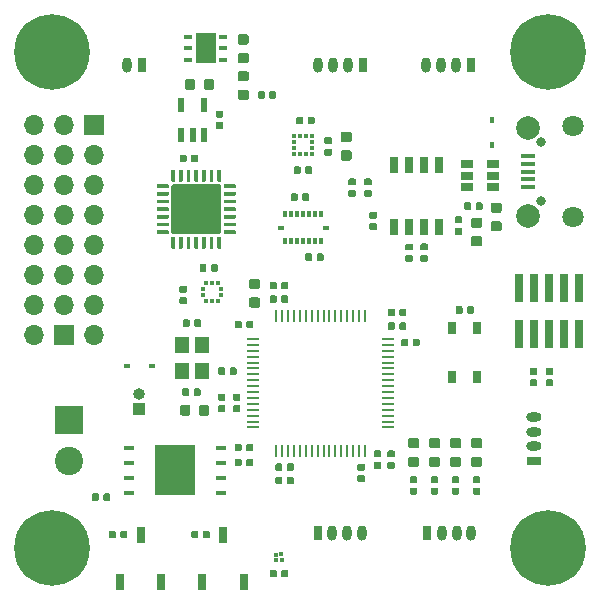
<source format=gbr>
G04 #@! TF.GenerationSoftware,KiCad,Pcbnew,(5.1.5)-3*
G04 #@! TF.CreationDate,2019-12-11T14:27:37+01:00*
G04 #@! TF.ProjectId,HadesMicro,48616465-734d-4696-9372-6f2e6b696361,rev?*
G04 #@! TF.SameCoordinates,Original*
G04 #@! TF.FileFunction,Soldermask,Top*
G04 #@! TF.FilePolarity,Negative*
%FSLAX46Y46*%
G04 Gerber Fmt 4.6, Leading zero omitted, Abs format (unit mm)*
G04 Created by KiCad (PCBNEW (5.1.5)-3) date 2019-12-11 14:27:37*
%MOMM*%
%LPD*%
G04 APERTURE LIST*
%ADD10R,0.740000X2.400000*%
%ADD11O,0.800000X1.300000*%
%ADD12R,0.800000X1.300000*%
%ADD13O,1.300000X0.800000*%
%ADD14R,1.300000X0.800000*%
%ADD15C,0.800000*%
%ADD16C,1.800000*%
%ADD17C,2.000000*%
%ADD18R,1.300000X0.450000*%
%ADD19C,6.400000*%
%ADD20R,0.350000X0.380000*%
%ADD21R,0.800000X1.400000*%
%ADD22C,0.100000*%
%ADD23R,0.450000X0.600000*%
%ADD24R,0.600000X0.450000*%
%ADD25R,0.600000X1.150000*%
%ADD26R,0.950000X0.450000*%
%ADD27R,3.450000X4.350000*%
%ADD28R,1.200000X1.400000*%
%ADD29R,0.330000X0.300000*%
%ADD30R,0.300000X0.330000*%
%ADD31R,0.350000X0.580000*%
%ADD32R,0.580000X0.350000*%
%ADD33R,1.000000X1.000000*%
%ADD34O,1.000000X1.000000*%
%ADD35R,0.350000X0.300000*%
%ADD36R,0.300000X0.350000*%
%ADD37R,1.000000X0.250000*%
%ADD38R,0.250000X1.000000*%
%ADD39R,1.700000X1.700000*%
%ADD40O,1.700000X1.700000*%
%ADD41R,0.800000X0.400000*%
%ADD42R,1.750000X2.500000*%
%ADD43R,0.650000X1.050000*%
%ADD44R,1.060000X0.650000*%
%ADD45R,0.800000X1.450000*%
%ADD46C,2.400000*%
%ADD47R,2.400000X2.400000*%
G04 APERTURE END LIST*
D10*
X63500000Y-47924000D03*
X63500000Y-44024000D03*
X64770000Y-47924000D03*
X64770000Y-44024000D03*
X66040000Y-47924000D03*
X66040000Y-44024000D03*
X67310000Y-47924000D03*
X67310000Y-44024000D03*
X68580000Y-47924000D03*
X68580000Y-44024000D03*
D11*
X30373000Y-25146000D03*
D12*
X31623000Y-25146000D03*
D11*
X46542000Y-25146000D03*
X47792000Y-25146000D03*
X49042000Y-25146000D03*
D12*
X50292000Y-25146000D03*
D13*
X64770000Y-54924000D03*
X64770000Y-56174000D03*
X64770000Y-57424000D03*
D14*
X64770000Y-58674000D03*
D15*
X65367000Y-31663000D03*
X65367000Y-36663000D03*
D16*
X68117000Y-30288000D03*
X68117000Y-38038000D03*
D17*
X64317000Y-30438000D03*
X64317000Y-37888000D03*
D18*
X64267000Y-32863000D03*
X64267000Y-33513000D03*
X64267000Y-34163000D03*
X64267000Y-34813000D03*
X64267000Y-35463000D03*
D19*
X24000000Y-24000000D03*
D15*
X26400000Y-24000000D03*
X25697056Y-25697056D03*
X24000000Y-26400000D03*
X22302944Y-25697056D03*
X21600000Y-24000000D03*
X22302944Y-22302944D03*
X24000000Y-21600000D03*
X25697056Y-22302944D03*
X67697056Y-22302944D03*
X66000000Y-21600000D03*
X64302944Y-22302944D03*
X63600000Y-24000000D03*
X64302944Y-25697056D03*
X66000000Y-26400000D03*
X67697056Y-25697056D03*
X68400000Y-24000000D03*
D19*
X66000000Y-24000000D03*
X66000000Y-66000000D03*
D15*
X68400000Y-66000000D03*
X67697056Y-67697056D03*
X66000000Y-68400000D03*
X64302944Y-67697056D03*
X63600000Y-66000000D03*
X64302944Y-64302944D03*
X66000000Y-63600000D03*
X67697056Y-64302944D03*
D20*
X36788800Y-44106400D03*
X36788800Y-44606400D03*
X37053800Y-45121400D03*
X37553800Y-45121400D03*
X38053800Y-45121400D03*
X38318800Y-44606400D03*
X38318800Y-44106400D03*
X38053800Y-43591400D03*
X37553800Y-43591400D03*
X37053800Y-43591400D03*
D21*
X31496000Y-64929000D03*
X33246000Y-68929000D03*
X29746000Y-68929000D03*
X36731000Y-68929000D03*
X40231000Y-68929000D03*
X38481000Y-64929000D03*
D22*
G36*
X35926991Y-26297653D02*
G01*
X35948226Y-26300803D01*
X35969050Y-26306019D01*
X35989262Y-26313251D01*
X36008668Y-26322430D01*
X36027081Y-26333466D01*
X36044324Y-26346254D01*
X36060230Y-26360670D01*
X36074646Y-26376576D01*
X36087434Y-26393819D01*
X36098470Y-26412232D01*
X36107649Y-26431638D01*
X36114881Y-26451850D01*
X36120097Y-26472674D01*
X36123247Y-26493909D01*
X36124300Y-26515350D01*
X36124300Y-27027850D01*
X36123247Y-27049291D01*
X36120097Y-27070526D01*
X36114881Y-27091350D01*
X36107649Y-27111562D01*
X36098470Y-27130968D01*
X36087434Y-27149381D01*
X36074646Y-27166624D01*
X36060230Y-27182530D01*
X36044324Y-27196946D01*
X36027081Y-27209734D01*
X36008668Y-27220770D01*
X35989262Y-27229949D01*
X35969050Y-27237181D01*
X35948226Y-27242397D01*
X35926991Y-27245547D01*
X35905550Y-27246600D01*
X35468050Y-27246600D01*
X35446609Y-27245547D01*
X35425374Y-27242397D01*
X35404550Y-27237181D01*
X35384338Y-27229949D01*
X35364932Y-27220770D01*
X35346519Y-27209734D01*
X35329276Y-27196946D01*
X35313370Y-27182530D01*
X35298954Y-27166624D01*
X35286166Y-27149381D01*
X35275130Y-27130968D01*
X35265951Y-27111562D01*
X35258719Y-27091350D01*
X35253503Y-27070526D01*
X35250353Y-27049291D01*
X35249300Y-27027850D01*
X35249300Y-26515350D01*
X35250353Y-26493909D01*
X35253503Y-26472674D01*
X35258719Y-26451850D01*
X35265951Y-26431638D01*
X35275130Y-26412232D01*
X35286166Y-26393819D01*
X35298954Y-26376576D01*
X35313370Y-26360670D01*
X35329276Y-26346254D01*
X35346519Y-26333466D01*
X35364932Y-26322430D01*
X35384338Y-26313251D01*
X35404550Y-26306019D01*
X35425374Y-26300803D01*
X35446609Y-26297653D01*
X35468050Y-26296600D01*
X35905550Y-26296600D01*
X35926991Y-26297653D01*
G37*
G36*
X37501991Y-26297653D02*
G01*
X37523226Y-26300803D01*
X37544050Y-26306019D01*
X37564262Y-26313251D01*
X37583668Y-26322430D01*
X37602081Y-26333466D01*
X37619324Y-26346254D01*
X37635230Y-26360670D01*
X37649646Y-26376576D01*
X37662434Y-26393819D01*
X37673470Y-26412232D01*
X37682649Y-26431638D01*
X37689881Y-26451850D01*
X37695097Y-26472674D01*
X37698247Y-26493909D01*
X37699300Y-26515350D01*
X37699300Y-27027850D01*
X37698247Y-27049291D01*
X37695097Y-27070526D01*
X37689881Y-27091350D01*
X37682649Y-27111562D01*
X37673470Y-27130968D01*
X37662434Y-27149381D01*
X37649646Y-27166624D01*
X37635230Y-27182530D01*
X37619324Y-27196946D01*
X37602081Y-27209734D01*
X37583668Y-27220770D01*
X37564262Y-27229949D01*
X37544050Y-27237181D01*
X37523226Y-27242397D01*
X37501991Y-27245547D01*
X37480550Y-27246600D01*
X37043050Y-27246600D01*
X37021609Y-27245547D01*
X37000374Y-27242397D01*
X36979550Y-27237181D01*
X36959338Y-27229949D01*
X36939932Y-27220770D01*
X36921519Y-27209734D01*
X36904276Y-27196946D01*
X36888370Y-27182530D01*
X36873954Y-27166624D01*
X36861166Y-27149381D01*
X36850130Y-27130968D01*
X36840951Y-27111562D01*
X36833719Y-27091350D01*
X36828503Y-27070526D01*
X36825353Y-27049291D01*
X36824300Y-27027850D01*
X36824300Y-26515350D01*
X36825353Y-26493909D01*
X36828503Y-26472674D01*
X36833719Y-26451850D01*
X36840951Y-26431638D01*
X36850130Y-26412232D01*
X36861166Y-26393819D01*
X36873954Y-26376576D01*
X36888370Y-26360670D01*
X36904276Y-26346254D01*
X36921519Y-26333466D01*
X36939932Y-26322430D01*
X36959338Y-26313251D01*
X36979550Y-26306019D01*
X37000374Y-26300803D01*
X37021609Y-26297653D01*
X37043050Y-26296600D01*
X37480550Y-26296600D01*
X37501991Y-26297653D01*
G37*
G36*
X40460491Y-24100153D02*
G01*
X40481726Y-24103303D01*
X40502550Y-24108519D01*
X40522762Y-24115751D01*
X40542168Y-24124930D01*
X40560581Y-24135966D01*
X40577824Y-24148754D01*
X40593730Y-24163170D01*
X40608146Y-24179076D01*
X40620934Y-24196319D01*
X40631970Y-24214732D01*
X40641149Y-24234138D01*
X40648381Y-24254350D01*
X40653597Y-24275174D01*
X40656747Y-24296409D01*
X40657800Y-24317850D01*
X40657800Y-24755350D01*
X40656747Y-24776791D01*
X40653597Y-24798026D01*
X40648381Y-24818850D01*
X40641149Y-24839062D01*
X40631970Y-24858468D01*
X40620934Y-24876881D01*
X40608146Y-24894124D01*
X40593730Y-24910030D01*
X40577824Y-24924446D01*
X40560581Y-24937234D01*
X40542168Y-24948270D01*
X40522762Y-24957449D01*
X40502550Y-24964681D01*
X40481726Y-24969897D01*
X40460491Y-24973047D01*
X40439050Y-24974100D01*
X39926550Y-24974100D01*
X39905109Y-24973047D01*
X39883874Y-24969897D01*
X39863050Y-24964681D01*
X39842838Y-24957449D01*
X39823432Y-24948270D01*
X39805019Y-24937234D01*
X39787776Y-24924446D01*
X39771870Y-24910030D01*
X39757454Y-24894124D01*
X39744666Y-24876881D01*
X39733630Y-24858468D01*
X39724451Y-24839062D01*
X39717219Y-24818850D01*
X39712003Y-24798026D01*
X39708853Y-24776791D01*
X39707800Y-24755350D01*
X39707800Y-24317850D01*
X39708853Y-24296409D01*
X39712003Y-24275174D01*
X39717219Y-24254350D01*
X39724451Y-24234138D01*
X39733630Y-24214732D01*
X39744666Y-24196319D01*
X39757454Y-24179076D01*
X39771870Y-24163170D01*
X39787776Y-24148754D01*
X39805019Y-24135966D01*
X39823432Y-24124930D01*
X39842838Y-24115751D01*
X39863050Y-24108519D01*
X39883874Y-24103303D01*
X39905109Y-24100153D01*
X39926550Y-24099100D01*
X40439050Y-24099100D01*
X40460491Y-24100153D01*
G37*
G36*
X40460491Y-22525153D02*
G01*
X40481726Y-22528303D01*
X40502550Y-22533519D01*
X40522762Y-22540751D01*
X40542168Y-22549930D01*
X40560581Y-22560966D01*
X40577824Y-22573754D01*
X40593730Y-22588170D01*
X40608146Y-22604076D01*
X40620934Y-22621319D01*
X40631970Y-22639732D01*
X40641149Y-22659138D01*
X40648381Y-22679350D01*
X40653597Y-22700174D01*
X40656747Y-22721409D01*
X40657800Y-22742850D01*
X40657800Y-23180350D01*
X40656747Y-23201791D01*
X40653597Y-23223026D01*
X40648381Y-23243850D01*
X40641149Y-23264062D01*
X40631970Y-23283468D01*
X40620934Y-23301881D01*
X40608146Y-23319124D01*
X40593730Y-23335030D01*
X40577824Y-23349446D01*
X40560581Y-23362234D01*
X40542168Y-23373270D01*
X40522762Y-23382449D01*
X40502550Y-23389681D01*
X40481726Y-23394897D01*
X40460491Y-23398047D01*
X40439050Y-23399100D01*
X39926550Y-23399100D01*
X39905109Y-23398047D01*
X39883874Y-23394897D01*
X39863050Y-23389681D01*
X39842838Y-23382449D01*
X39823432Y-23373270D01*
X39805019Y-23362234D01*
X39787776Y-23349446D01*
X39771870Y-23335030D01*
X39757454Y-23319124D01*
X39744666Y-23301881D01*
X39733630Y-23283468D01*
X39724451Y-23264062D01*
X39717219Y-23243850D01*
X39712003Y-23223026D01*
X39708853Y-23201791D01*
X39707800Y-23180350D01*
X39707800Y-22742850D01*
X39708853Y-22721409D01*
X39712003Y-22700174D01*
X39717219Y-22679350D01*
X39724451Y-22659138D01*
X39733630Y-22639732D01*
X39744666Y-22621319D01*
X39757454Y-22604076D01*
X39771870Y-22588170D01*
X39787776Y-22573754D01*
X39805019Y-22560966D01*
X39823432Y-22549930D01*
X39842838Y-22540751D01*
X39863050Y-22533519D01*
X39883874Y-22528303D01*
X39905109Y-22525153D01*
X39926550Y-22524100D01*
X40439050Y-22524100D01*
X40460491Y-22525153D01*
G37*
G36*
X41425691Y-43226053D02*
G01*
X41446926Y-43229203D01*
X41467750Y-43234419D01*
X41487962Y-43241651D01*
X41507368Y-43250830D01*
X41525781Y-43261866D01*
X41543024Y-43274654D01*
X41558930Y-43289070D01*
X41573346Y-43304976D01*
X41586134Y-43322219D01*
X41597170Y-43340632D01*
X41606349Y-43360038D01*
X41613581Y-43380250D01*
X41618797Y-43401074D01*
X41621947Y-43422309D01*
X41623000Y-43443750D01*
X41623000Y-43881250D01*
X41621947Y-43902691D01*
X41618797Y-43923926D01*
X41613581Y-43944750D01*
X41606349Y-43964962D01*
X41597170Y-43984368D01*
X41586134Y-44002781D01*
X41573346Y-44020024D01*
X41558930Y-44035930D01*
X41543024Y-44050346D01*
X41525781Y-44063134D01*
X41507368Y-44074170D01*
X41487962Y-44083349D01*
X41467750Y-44090581D01*
X41446926Y-44095797D01*
X41425691Y-44098947D01*
X41404250Y-44100000D01*
X40891750Y-44100000D01*
X40870309Y-44098947D01*
X40849074Y-44095797D01*
X40828250Y-44090581D01*
X40808038Y-44083349D01*
X40788632Y-44074170D01*
X40770219Y-44063134D01*
X40752976Y-44050346D01*
X40737070Y-44035930D01*
X40722654Y-44020024D01*
X40709866Y-44002781D01*
X40698830Y-43984368D01*
X40689651Y-43964962D01*
X40682419Y-43944750D01*
X40677203Y-43923926D01*
X40674053Y-43902691D01*
X40673000Y-43881250D01*
X40673000Y-43443750D01*
X40674053Y-43422309D01*
X40677203Y-43401074D01*
X40682419Y-43380250D01*
X40689651Y-43360038D01*
X40698830Y-43340632D01*
X40709866Y-43322219D01*
X40722654Y-43304976D01*
X40737070Y-43289070D01*
X40752976Y-43274654D01*
X40770219Y-43261866D01*
X40788632Y-43250830D01*
X40808038Y-43241651D01*
X40828250Y-43234419D01*
X40849074Y-43229203D01*
X40870309Y-43226053D01*
X40891750Y-43225000D01*
X41404250Y-43225000D01*
X41425691Y-43226053D01*
G37*
G36*
X41425691Y-44801053D02*
G01*
X41446926Y-44804203D01*
X41467750Y-44809419D01*
X41487962Y-44816651D01*
X41507368Y-44825830D01*
X41525781Y-44836866D01*
X41543024Y-44849654D01*
X41558930Y-44864070D01*
X41573346Y-44879976D01*
X41586134Y-44897219D01*
X41597170Y-44915632D01*
X41606349Y-44935038D01*
X41613581Y-44955250D01*
X41618797Y-44976074D01*
X41621947Y-44997309D01*
X41623000Y-45018750D01*
X41623000Y-45456250D01*
X41621947Y-45477691D01*
X41618797Y-45498926D01*
X41613581Y-45519750D01*
X41606349Y-45539962D01*
X41597170Y-45559368D01*
X41586134Y-45577781D01*
X41573346Y-45595024D01*
X41558930Y-45610930D01*
X41543024Y-45625346D01*
X41525781Y-45638134D01*
X41507368Y-45649170D01*
X41487962Y-45658349D01*
X41467750Y-45665581D01*
X41446926Y-45670797D01*
X41425691Y-45673947D01*
X41404250Y-45675000D01*
X40891750Y-45675000D01*
X40870309Y-45673947D01*
X40849074Y-45670797D01*
X40828250Y-45665581D01*
X40808038Y-45658349D01*
X40788632Y-45649170D01*
X40770219Y-45638134D01*
X40752976Y-45625346D01*
X40737070Y-45610930D01*
X40722654Y-45595024D01*
X40709866Y-45577781D01*
X40698830Y-45559368D01*
X40689651Y-45539962D01*
X40682419Y-45519750D01*
X40677203Y-45498926D01*
X40674053Y-45477691D01*
X40673000Y-45456250D01*
X40673000Y-45018750D01*
X40674053Y-44997309D01*
X40677203Y-44976074D01*
X40682419Y-44955250D01*
X40689651Y-44935038D01*
X40698830Y-44915632D01*
X40709866Y-44897219D01*
X40722654Y-44879976D01*
X40737070Y-44864070D01*
X40752976Y-44849654D01*
X40770219Y-44836866D01*
X40788632Y-44825830D01*
X40808038Y-44816651D01*
X40828250Y-44809419D01*
X40849074Y-44804203D01*
X40870309Y-44801053D01*
X40891750Y-44800000D01*
X41404250Y-44800000D01*
X41425691Y-44801053D01*
G37*
G36*
X43849958Y-44638710D02*
G01*
X43864276Y-44640834D01*
X43878317Y-44644351D01*
X43891946Y-44649228D01*
X43905031Y-44655417D01*
X43917447Y-44662858D01*
X43929073Y-44671481D01*
X43939798Y-44681202D01*
X43949519Y-44691927D01*
X43958142Y-44703553D01*
X43965583Y-44715969D01*
X43971772Y-44729054D01*
X43976649Y-44742683D01*
X43980166Y-44756724D01*
X43982290Y-44771042D01*
X43983000Y-44785500D01*
X43983000Y-45130500D01*
X43982290Y-45144958D01*
X43980166Y-45159276D01*
X43976649Y-45173317D01*
X43971772Y-45186946D01*
X43965583Y-45200031D01*
X43958142Y-45212447D01*
X43949519Y-45224073D01*
X43939798Y-45234798D01*
X43929073Y-45244519D01*
X43917447Y-45253142D01*
X43905031Y-45260583D01*
X43891946Y-45266772D01*
X43878317Y-45271649D01*
X43864276Y-45275166D01*
X43849958Y-45277290D01*
X43835500Y-45278000D01*
X43540500Y-45278000D01*
X43526042Y-45277290D01*
X43511724Y-45275166D01*
X43497683Y-45271649D01*
X43484054Y-45266772D01*
X43470969Y-45260583D01*
X43458553Y-45253142D01*
X43446927Y-45244519D01*
X43436202Y-45234798D01*
X43426481Y-45224073D01*
X43417858Y-45212447D01*
X43410417Y-45200031D01*
X43404228Y-45186946D01*
X43399351Y-45173317D01*
X43395834Y-45159276D01*
X43393710Y-45144958D01*
X43393000Y-45130500D01*
X43393000Y-44785500D01*
X43393710Y-44771042D01*
X43395834Y-44756724D01*
X43399351Y-44742683D01*
X43404228Y-44729054D01*
X43410417Y-44715969D01*
X43417858Y-44703553D01*
X43426481Y-44691927D01*
X43436202Y-44681202D01*
X43446927Y-44671481D01*
X43458553Y-44662858D01*
X43470969Y-44655417D01*
X43484054Y-44649228D01*
X43497683Y-44644351D01*
X43511724Y-44640834D01*
X43526042Y-44638710D01*
X43540500Y-44638000D01*
X43835500Y-44638000D01*
X43849958Y-44638710D01*
G37*
G36*
X42879958Y-44638710D02*
G01*
X42894276Y-44640834D01*
X42908317Y-44644351D01*
X42921946Y-44649228D01*
X42935031Y-44655417D01*
X42947447Y-44662858D01*
X42959073Y-44671481D01*
X42969798Y-44681202D01*
X42979519Y-44691927D01*
X42988142Y-44703553D01*
X42995583Y-44715969D01*
X43001772Y-44729054D01*
X43006649Y-44742683D01*
X43010166Y-44756724D01*
X43012290Y-44771042D01*
X43013000Y-44785500D01*
X43013000Y-45130500D01*
X43012290Y-45144958D01*
X43010166Y-45159276D01*
X43006649Y-45173317D01*
X43001772Y-45186946D01*
X42995583Y-45200031D01*
X42988142Y-45212447D01*
X42979519Y-45224073D01*
X42969798Y-45234798D01*
X42959073Y-45244519D01*
X42947447Y-45253142D01*
X42935031Y-45260583D01*
X42921946Y-45266772D01*
X42908317Y-45271649D01*
X42894276Y-45275166D01*
X42879958Y-45277290D01*
X42865500Y-45278000D01*
X42570500Y-45278000D01*
X42556042Y-45277290D01*
X42541724Y-45275166D01*
X42527683Y-45271649D01*
X42514054Y-45266772D01*
X42500969Y-45260583D01*
X42488553Y-45253142D01*
X42476927Y-45244519D01*
X42466202Y-45234798D01*
X42456481Y-45224073D01*
X42447858Y-45212447D01*
X42440417Y-45200031D01*
X42434228Y-45186946D01*
X42429351Y-45173317D01*
X42425834Y-45159276D01*
X42423710Y-45144958D01*
X42423000Y-45130500D01*
X42423000Y-44785500D01*
X42423710Y-44771042D01*
X42425834Y-44756724D01*
X42429351Y-44742683D01*
X42434228Y-44729054D01*
X42440417Y-44715969D01*
X42447858Y-44703553D01*
X42456481Y-44691927D01*
X42466202Y-44681202D01*
X42476927Y-44671481D01*
X42488553Y-44662858D01*
X42500969Y-44655417D01*
X42514054Y-44649228D01*
X42527683Y-44644351D01*
X42541724Y-44640834D01*
X42556042Y-44638710D01*
X42570500Y-44638000D01*
X42865500Y-44638000D01*
X42879958Y-44638710D01*
G37*
G36*
X42879958Y-43495710D02*
G01*
X42894276Y-43497834D01*
X42908317Y-43501351D01*
X42921946Y-43506228D01*
X42935031Y-43512417D01*
X42947447Y-43519858D01*
X42959073Y-43528481D01*
X42969798Y-43538202D01*
X42979519Y-43548927D01*
X42988142Y-43560553D01*
X42995583Y-43572969D01*
X43001772Y-43586054D01*
X43006649Y-43599683D01*
X43010166Y-43613724D01*
X43012290Y-43628042D01*
X43013000Y-43642500D01*
X43013000Y-43987500D01*
X43012290Y-44001958D01*
X43010166Y-44016276D01*
X43006649Y-44030317D01*
X43001772Y-44043946D01*
X42995583Y-44057031D01*
X42988142Y-44069447D01*
X42979519Y-44081073D01*
X42969798Y-44091798D01*
X42959073Y-44101519D01*
X42947447Y-44110142D01*
X42935031Y-44117583D01*
X42921946Y-44123772D01*
X42908317Y-44128649D01*
X42894276Y-44132166D01*
X42879958Y-44134290D01*
X42865500Y-44135000D01*
X42570500Y-44135000D01*
X42556042Y-44134290D01*
X42541724Y-44132166D01*
X42527683Y-44128649D01*
X42514054Y-44123772D01*
X42500969Y-44117583D01*
X42488553Y-44110142D01*
X42476927Y-44101519D01*
X42466202Y-44091798D01*
X42456481Y-44081073D01*
X42447858Y-44069447D01*
X42440417Y-44057031D01*
X42434228Y-44043946D01*
X42429351Y-44030317D01*
X42425834Y-44016276D01*
X42423710Y-44001958D01*
X42423000Y-43987500D01*
X42423000Y-43642500D01*
X42423710Y-43628042D01*
X42425834Y-43613724D01*
X42429351Y-43599683D01*
X42434228Y-43586054D01*
X42440417Y-43572969D01*
X42447858Y-43560553D01*
X42456481Y-43548927D01*
X42466202Y-43538202D01*
X42476927Y-43528481D01*
X42488553Y-43519858D01*
X42500969Y-43512417D01*
X42514054Y-43506228D01*
X42527683Y-43501351D01*
X42541724Y-43497834D01*
X42556042Y-43495710D01*
X42570500Y-43495000D01*
X42865500Y-43495000D01*
X42879958Y-43495710D01*
G37*
G36*
X43849958Y-43495710D02*
G01*
X43864276Y-43497834D01*
X43878317Y-43501351D01*
X43891946Y-43506228D01*
X43905031Y-43512417D01*
X43917447Y-43519858D01*
X43929073Y-43528481D01*
X43939798Y-43538202D01*
X43949519Y-43548927D01*
X43958142Y-43560553D01*
X43965583Y-43572969D01*
X43971772Y-43586054D01*
X43976649Y-43599683D01*
X43980166Y-43613724D01*
X43982290Y-43628042D01*
X43983000Y-43642500D01*
X43983000Y-43987500D01*
X43982290Y-44001958D01*
X43980166Y-44016276D01*
X43976649Y-44030317D01*
X43971772Y-44043946D01*
X43965583Y-44057031D01*
X43958142Y-44069447D01*
X43949519Y-44081073D01*
X43939798Y-44091798D01*
X43929073Y-44101519D01*
X43917447Y-44110142D01*
X43905031Y-44117583D01*
X43891946Y-44123772D01*
X43878317Y-44128649D01*
X43864276Y-44132166D01*
X43849958Y-44134290D01*
X43835500Y-44135000D01*
X43540500Y-44135000D01*
X43526042Y-44134290D01*
X43511724Y-44132166D01*
X43497683Y-44128649D01*
X43484054Y-44123772D01*
X43470969Y-44117583D01*
X43458553Y-44110142D01*
X43446927Y-44101519D01*
X43436202Y-44091798D01*
X43426481Y-44081073D01*
X43417858Y-44069447D01*
X43410417Y-44057031D01*
X43404228Y-44043946D01*
X43399351Y-44030317D01*
X43395834Y-44016276D01*
X43393710Y-44001958D01*
X43393000Y-43987500D01*
X43393000Y-43642500D01*
X43393710Y-43628042D01*
X43395834Y-43613724D01*
X43399351Y-43599683D01*
X43404228Y-43586054D01*
X43410417Y-43572969D01*
X43417858Y-43560553D01*
X43426481Y-43548927D01*
X43436202Y-43538202D01*
X43446927Y-43528481D01*
X43458553Y-43519858D01*
X43470969Y-43512417D01*
X43484054Y-43506228D01*
X43497683Y-43501351D01*
X43511724Y-43497834D01*
X43526042Y-43495710D01*
X43540500Y-43495000D01*
X43835500Y-43495000D01*
X43849958Y-43495710D01*
G37*
G36*
X52889958Y-46924710D02*
G01*
X52904276Y-46926834D01*
X52918317Y-46930351D01*
X52931946Y-46935228D01*
X52945031Y-46941417D01*
X52957447Y-46948858D01*
X52969073Y-46957481D01*
X52979798Y-46967202D01*
X52989519Y-46977927D01*
X52998142Y-46989553D01*
X53005583Y-47001969D01*
X53011772Y-47015054D01*
X53016649Y-47028683D01*
X53020166Y-47042724D01*
X53022290Y-47057042D01*
X53023000Y-47071500D01*
X53023000Y-47416500D01*
X53022290Y-47430958D01*
X53020166Y-47445276D01*
X53016649Y-47459317D01*
X53011772Y-47472946D01*
X53005583Y-47486031D01*
X52998142Y-47498447D01*
X52989519Y-47510073D01*
X52979798Y-47520798D01*
X52969073Y-47530519D01*
X52957447Y-47539142D01*
X52945031Y-47546583D01*
X52931946Y-47552772D01*
X52918317Y-47557649D01*
X52904276Y-47561166D01*
X52889958Y-47563290D01*
X52875500Y-47564000D01*
X52580500Y-47564000D01*
X52566042Y-47563290D01*
X52551724Y-47561166D01*
X52537683Y-47557649D01*
X52524054Y-47552772D01*
X52510969Y-47546583D01*
X52498553Y-47539142D01*
X52486927Y-47530519D01*
X52476202Y-47520798D01*
X52466481Y-47510073D01*
X52457858Y-47498447D01*
X52450417Y-47486031D01*
X52444228Y-47472946D01*
X52439351Y-47459317D01*
X52435834Y-47445276D01*
X52433710Y-47430958D01*
X52433000Y-47416500D01*
X52433000Y-47071500D01*
X52433710Y-47057042D01*
X52435834Y-47042724D01*
X52439351Y-47028683D01*
X52444228Y-47015054D01*
X52450417Y-47001969D01*
X52457858Y-46989553D01*
X52466481Y-46977927D01*
X52476202Y-46967202D01*
X52486927Y-46957481D01*
X52498553Y-46948858D01*
X52510969Y-46941417D01*
X52524054Y-46935228D01*
X52537683Y-46930351D01*
X52551724Y-46926834D01*
X52566042Y-46924710D01*
X52580500Y-46924000D01*
X52875500Y-46924000D01*
X52889958Y-46924710D01*
G37*
G36*
X53859958Y-46924710D02*
G01*
X53874276Y-46926834D01*
X53888317Y-46930351D01*
X53901946Y-46935228D01*
X53915031Y-46941417D01*
X53927447Y-46948858D01*
X53939073Y-46957481D01*
X53949798Y-46967202D01*
X53959519Y-46977927D01*
X53968142Y-46989553D01*
X53975583Y-47001969D01*
X53981772Y-47015054D01*
X53986649Y-47028683D01*
X53990166Y-47042724D01*
X53992290Y-47057042D01*
X53993000Y-47071500D01*
X53993000Y-47416500D01*
X53992290Y-47430958D01*
X53990166Y-47445276D01*
X53986649Y-47459317D01*
X53981772Y-47472946D01*
X53975583Y-47486031D01*
X53968142Y-47498447D01*
X53959519Y-47510073D01*
X53949798Y-47520798D01*
X53939073Y-47530519D01*
X53927447Y-47539142D01*
X53915031Y-47546583D01*
X53901946Y-47552772D01*
X53888317Y-47557649D01*
X53874276Y-47561166D01*
X53859958Y-47563290D01*
X53845500Y-47564000D01*
X53550500Y-47564000D01*
X53536042Y-47563290D01*
X53521724Y-47561166D01*
X53507683Y-47557649D01*
X53494054Y-47552772D01*
X53480969Y-47546583D01*
X53468553Y-47539142D01*
X53456927Y-47530519D01*
X53446202Y-47520798D01*
X53436481Y-47510073D01*
X53427858Y-47498447D01*
X53420417Y-47486031D01*
X53414228Y-47472946D01*
X53409351Y-47459317D01*
X53405834Y-47445276D01*
X53403710Y-47430958D01*
X53403000Y-47416500D01*
X53403000Y-47071500D01*
X53403710Y-47057042D01*
X53405834Y-47042724D01*
X53409351Y-47028683D01*
X53414228Y-47015054D01*
X53420417Y-47001969D01*
X53427858Y-46989553D01*
X53436481Y-46977927D01*
X53446202Y-46967202D01*
X53456927Y-46957481D01*
X53468553Y-46948858D01*
X53480969Y-46941417D01*
X53494054Y-46935228D01*
X53507683Y-46930351D01*
X53521724Y-46926834D01*
X53536042Y-46924710D01*
X53550500Y-46924000D01*
X53845500Y-46924000D01*
X53859958Y-46924710D01*
G37*
G36*
X53859958Y-45756310D02*
G01*
X53874276Y-45758434D01*
X53888317Y-45761951D01*
X53901946Y-45766828D01*
X53915031Y-45773017D01*
X53927447Y-45780458D01*
X53939073Y-45789081D01*
X53949798Y-45798802D01*
X53959519Y-45809527D01*
X53968142Y-45821153D01*
X53975583Y-45833569D01*
X53981772Y-45846654D01*
X53986649Y-45860283D01*
X53990166Y-45874324D01*
X53992290Y-45888642D01*
X53993000Y-45903100D01*
X53993000Y-46248100D01*
X53992290Y-46262558D01*
X53990166Y-46276876D01*
X53986649Y-46290917D01*
X53981772Y-46304546D01*
X53975583Y-46317631D01*
X53968142Y-46330047D01*
X53959519Y-46341673D01*
X53949798Y-46352398D01*
X53939073Y-46362119D01*
X53927447Y-46370742D01*
X53915031Y-46378183D01*
X53901946Y-46384372D01*
X53888317Y-46389249D01*
X53874276Y-46392766D01*
X53859958Y-46394890D01*
X53845500Y-46395600D01*
X53550500Y-46395600D01*
X53536042Y-46394890D01*
X53521724Y-46392766D01*
X53507683Y-46389249D01*
X53494054Y-46384372D01*
X53480969Y-46378183D01*
X53468553Y-46370742D01*
X53456927Y-46362119D01*
X53446202Y-46352398D01*
X53436481Y-46341673D01*
X53427858Y-46330047D01*
X53420417Y-46317631D01*
X53414228Y-46304546D01*
X53409351Y-46290917D01*
X53405834Y-46276876D01*
X53403710Y-46262558D01*
X53403000Y-46248100D01*
X53403000Y-45903100D01*
X53403710Y-45888642D01*
X53405834Y-45874324D01*
X53409351Y-45860283D01*
X53414228Y-45846654D01*
X53420417Y-45833569D01*
X53427858Y-45821153D01*
X53436481Y-45809527D01*
X53446202Y-45798802D01*
X53456927Y-45789081D01*
X53468553Y-45780458D01*
X53480969Y-45773017D01*
X53494054Y-45766828D01*
X53507683Y-45761951D01*
X53521724Y-45758434D01*
X53536042Y-45756310D01*
X53550500Y-45755600D01*
X53845500Y-45755600D01*
X53859958Y-45756310D01*
G37*
G36*
X52889958Y-45756310D02*
G01*
X52904276Y-45758434D01*
X52918317Y-45761951D01*
X52931946Y-45766828D01*
X52945031Y-45773017D01*
X52957447Y-45780458D01*
X52969073Y-45789081D01*
X52979798Y-45798802D01*
X52989519Y-45809527D01*
X52998142Y-45821153D01*
X53005583Y-45833569D01*
X53011772Y-45846654D01*
X53016649Y-45860283D01*
X53020166Y-45874324D01*
X53022290Y-45888642D01*
X53023000Y-45903100D01*
X53023000Y-46248100D01*
X53022290Y-46262558D01*
X53020166Y-46276876D01*
X53016649Y-46290917D01*
X53011772Y-46304546D01*
X53005583Y-46317631D01*
X52998142Y-46330047D01*
X52989519Y-46341673D01*
X52979798Y-46352398D01*
X52969073Y-46362119D01*
X52957447Y-46370742D01*
X52945031Y-46378183D01*
X52931946Y-46384372D01*
X52918317Y-46389249D01*
X52904276Y-46392766D01*
X52889958Y-46394890D01*
X52875500Y-46395600D01*
X52580500Y-46395600D01*
X52566042Y-46394890D01*
X52551724Y-46392766D01*
X52537683Y-46389249D01*
X52524054Y-46384372D01*
X52510969Y-46378183D01*
X52498553Y-46370742D01*
X52486927Y-46362119D01*
X52476202Y-46352398D01*
X52466481Y-46341673D01*
X52457858Y-46330047D01*
X52450417Y-46317631D01*
X52444228Y-46304546D01*
X52439351Y-46290917D01*
X52435834Y-46276876D01*
X52433710Y-46262558D01*
X52433000Y-46248100D01*
X52433000Y-45903100D01*
X52433710Y-45888642D01*
X52435834Y-45874324D01*
X52439351Y-45860283D01*
X52444228Y-45846654D01*
X52450417Y-45833569D01*
X52457858Y-45821153D01*
X52466481Y-45809527D01*
X52476202Y-45798802D01*
X52486927Y-45789081D01*
X52498553Y-45780458D01*
X52510969Y-45773017D01*
X52524054Y-45766828D01*
X52537683Y-45761951D01*
X52551724Y-45758434D01*
X52566042Y-45756310D01*
X52580500Y-45755600D01*
X52875500Y-45755600D01*
X52889958Y-45756310D01*
G37*
G36*
X51748958Y-57767710D02*
G01*
X51763276Y-57769834D01*
X51777317Y-57773351D01*
X51790946Y-57778228D01*
X51804031Y-57784417D01*
X51816447Y-57791858D01*
X51828073Y-57800481D01*
X51838798Y-57810202D01*
X51848519Y-57820927D01*
X51857142Y-57832553D01*
X51864583Y-57844969D01*
X51870772Y-57858054D01*
X51875649Y-57871683D01*
X51879166Y-57885724D01*
X51881290Y-57900042D01*
X51882000Y-57914500D01*
X51882000Y-58209500D01*
X51881290Y-58223958D01*
X51879166Y-58238276D01*
X51875649Y-58252317D01*
X51870772Y-58265946D01*
X51864583Y-58279031D01*
X51857142Y-58291447D01*
X51848519Y-58303073D01*
X51838798Y-58313798D01*
X51828073Y-58323519D01*
X51816447Y-58332142D01*
X51804031Y-58339583D01*
X51790946Y-58345772D01*
X51777317Y-58350649D01*
X51763276Y-58354166D01*
X51748958Y-58356290D01*
X51734500Y-58357000D01*
X51389500Y-58357000D01*
X51375042Y-58356290D01*
X51360724Y-58354166D01*
X51346683Y-58350649D01*
X51333054Y-58345772D01*
X51319969Y-58339583D01*
X51307553Y-58332142D01*
X51295927Y-58323519D01*
X51285202Y-58313798D01*
X51275481Y-58303073D01*
X51266858Y-58291447D01*
X51259417Y-58279031D01*
X51253228Y-58265946D01*
X51248351Y-58252317D01*
X51244834Y-58238276D01*
X51242710Y-58223958D01*
X51242000Y-58209500D01*
X51242000Y-57914500D01*
X51242710Y-57900042D01*
X51244834Y-57885724D01*
X51248351Y-57871683D01*
X51253228Y-57858054D01*
X51259417Y-57844969D01*
X51266858Y-57832553D01*
X51275481Y-57820927D01*
X51285202Y-57810202D01*
X51295927Y-57800481D01*
X51307553Y-57791858D01*
X51319969Y-57784417D01*
X51333054Y-57778228D01*
X51346683Y-57773351D01*
X51360724Y-57769834D01*
X51375042Y-57767710D01*
X51389500Y-57767000D01*
X51734500Y-57767000D01*
X51748958Y-57767710D01*
G37*
G36*
X51748958Y-58737710D02*
G01*
X51763276Y-58739834D01*
X51777317Y-58743351D01*
X51790946Y-58748228D01*
X51804031Y-58754417D01*
X51816447Y-58761858D01*
X51828073Y-58770481D01*
X51838798Y-58780202D01*
X51848519Y-58790927D01*
X51857142Y-58802553D01*
X51864583Y-58814969D01*
X51870772Y-58828054D01*
X51875649Y-58841683D01*
X51879166Y-58855724D01*
X51881290Y-58870042D01*
X51882000Y-58884500D01*
X51882000Y-59179500D01*
X51881290Y-59193958D01*
X51879166Y-59208276D01*
X51875649Y-59222317D01*
X51870772Y-59235946D01*
X51864583Y-59249031D01*
X51857142Y-59261447D01*
X51848519Y-59273073D01*
X51838798Y-59283798D01*
X51828073Y-59293519D01*
X51816447Y-59302142D01*
X51804031Y-59309583D01*
X51790946Y-59315772D01*
X51777317Y-59320649D01*
X51763276Y-59324166D01*
X51748958Y-59326290D01*
X51734500Y-59327000D01*
X51389500Y-59327000D01*
X51375042Y-59326290D01*
X51360724Y-59324166D01*
X51346683Y-59320649D01*
X51333054Y-59315772D01*
X51319969Y-59309583D01*
X51307553Y-59302142D01*
X51295927Y-59293519D01*
X51285202Y-59283798D01*
X51275481Y-59273073D01*
X51266858Y-59261447D01*
X51259417Y-59249031D01*
X51253228Y-59235946D01*
X51248351Y-59222317D01*
X51244834Y-59208276D01*
X51242710Y-59193958D01*
X51242000Y-59179500D01*
X51242000Y-58884500D01*
X51242710Y-58870042D01*
X51244834Y-58855724D01*
X51248351Y-58841683D01*
X51253228Y-58828054D01*
X51259417Y-58814969D01*
X51266858Y-58802553D01*
X51275481Y-58790927D01*
X51285202Y-58780202D01*
X51295927Y-58770481D01*
X51307553Y-58761858D01*
X51319969Y-58754417D01*
X51333054Y-58748228D01*
X51346683Y-58743351D01*
X51360724Y-58739834D01*
X51375042Y-58737710D01*
X51389500Y-58737000D01*
X51734500Y-58737000D01*
X51748958Y-58737710D01*
G37*
G36*
X52891958Y-58737710D02*
G01*
X52906276Y-58739834D01*
X52920317Y-58743351D01*
X52933946Y-58748228D01*
X52947031Y-58754417D01*
X52959447Y-58761858D01*
X52971073Y-58770481D01*
X52981798Y-58780202D01*
X52991519Y-58790927D01*
X53000142Y-58802553D01*
X53007583Y-58814969D01*
X53013772Y-58828054D01*
X53018649Y-58841683D01*
X53022166Y-58855724D01*
X53024290Y-58870042D01*
X53025000Y-58884500D01*
X53025000Y-59179500D01*
X53024290Y-59193958D01*
X53022166Y-59208276D01*
X53018649Y-59222317D01*
X53013772Y-59235946D01*
X53007583Y-59249031D01*
X53000142Y-59261447D01*
X52991519Y-59273073D01*
X52981798Y-59283798D01*
X52971073Y-59293519D01*
X52959447Y-59302142D01*
X52947031Y-59309583D01*
X52933946Y-59315772D01*
X52920317Y-59320649D01*
X52906276Y-59324166D01*
X52891958Y-59326290D01*
X52877500Y-59327000D01*
X52532500Y-59327000D01*
X52518042Y-59326290D01*
X52503724Y-59324166D01*
X52489683Y-59320649D01*
X52476054Y-59315772D01*
X52462969Y-59309583D01*
X52450553Y-59302142D01*
X52438927Y-59293519D01*
X52428202Y-59283798D01*
X52418481Y-59273073D01*
X52409858Y-59261447D01*
X52402417Y-59249031D01*
X52396228Y-59235946D01*
X52391351Y-59222317D01*
X52387834Y-59208276D01*
X52385710Y-59193958D01*
X52385000Y-59179500D01*
X52385000Y-58884500D01*
X52385710Y-58870042D01*
X52387834Y-58855724D01*
X52391351Y-58841683D01*
X52396228Y-58828054D01*
X52402417Y-58814969D01*
X52409858Y-58802553D01*
X52418481Y-58790927D01*
X52428202Y-58780202D01*
X52438927Y-58770481D01*
X52450553Y-58761858D01*
X52462969Y-58754417D01*
X52476054Y-58748228D01*
X52489683Y-58743351D01*
X52503724Y-58739834D01*
X52518042Y-58737710D01*
X52532500Y-58737000D01*
X52877500Y-58737000D01*
X52891958Y-58737710D01*
G37*
G36*
X52891958Y-57767710D02*
G01*
X52906276Y-57769834D01*
X52920317Y-57773351D01*
X52933946Y-57778228D01*
X52947031Y-57784417D01*
X52959447Y-57791858D01*
X52971073Y-57800481D01*
X52981798Y-57810202D01*
X52991519Y-57820927D01*
X53000142Y-57832553D01*
X53007583Y-57844969D01*
X53013772Y-57858054D01*
X53018649Y-57871683D01*
X53022166Y-57885724D01*
X53024290Y-57900042D01*
X53025000Y-57914500D01*
X53025000Y-58209500D01*
X53024290Y-58223958D01*
X53022166Y-58238276D01*
X53018649Y-58252317D01*
X53013772Y-58265946D01*
X53007583Y-58279031D01*
X53000142Y-58291447D01*
X52991519Y-58303073D01*
X52981798Y-58313798D01*
X52971073Y-58323519D01*
X52959447Y-58332142D01*
X52947031Y-58339583D01*
X52933946Y-58345772D01*
X52920317Y-58350649D01*
X52906276Y-58354166D01*
X52891958Y-58356290D01*
X52877500Y-58357000D01*
X52532500Y-58357000D01*
X52518042Y-58356290D01*
X52503724Y-58354166D01*
X52489683Y-58350649D01*
X52476054Y-58345772D01*
X52462969Y-58339583D01*
X52450553Y-58332142D01*
X52438927Y-58323519D01*
X52428202Y-58313798D01*
X52418481Y-58303073D01*
X52409858Y-58291447D01*
X52402417Y-58279031D01*
X52396228Y-58265946D01*
X52391351Y-58252317D01*
X52387834Y-58238276D01*
X52385710Y-58223958D01*
X52385000Y-58209500D01*
X52385000Y-57914500D01*
X52385710Y-57900042D01*
X52387834Y-57885724D01*
X52391351Y-57871683D01*
X52396228Y-57858054D01*
X52402417Y-57844969D01*
X52409858Y-57832553D01*
X52418481Y-57820927D01*
X52428202Y-57810202D01*
X52438927Y-57800481D01*
X52450553Y-57791858D01*
X52462969Y-57784417D01*
X52476054Y-57778228D01*
X52489683Y-57773351D01*
X52503724Y-57769834D01*
X52518042Y-57767710D01*
X52532500Y-57767000D01*
X52877500Y-57767000D01*
X52891958Y-57767710D01*
G37*
G36*
X43364958Y-58862710D02*
G01*
X43379276Y-58864834D01*
X43393317Y-58868351D01*
X43406946Y-58873228D01*
X43420031Y-58879417D01*
X43432447Y-58886858D01*
X43444073Y-58895481D01*
X43454798Y-58905202D01*
X43464519Y-58915927D01*
X43473142Y-58927553D01*
X43480583Y-58939969D01*
X43486772Y-58953054D01*
X43491649Y-58966683D01*
X43495166Y-58980724D01*
X43497290Y-58995042D01*
X43498000Y-59009500D01*
X43498000Y-59354500D01*
X43497290Y-59368958D01*
X43495166Y-59383276D01*
X43491649Y-59397317D01*
X43486772Y-59410946D01*
X43480583Y-59424031D01*
X43473142Y-59436447D01*
X43464519Y-59448073D01*
X43454798Y-59458798D01*
X43444073Y-59468519D01*
X43432447Y-59477142D01*
X43420031Y-59484583D01*
X43406946Y-59490772D01*
X43393317Y-59495649D01*
X43379276Y-59499166D01*
X43364958Y-59501290D01*
X43350500Y-59502000D01*
X43055500Y-59502000D01*
X43041042Y-59501290D01*
X43026724Y-59499166D01*
X43012683Y-59495649D01*
X42999054Y-59490772D01*
X42985969Y-59484583D01*
X42973553Y-59477142D01*
X42961927Y-59468519D01*
X42951202Y-59458798D01*
X42941481Y-59448073D01*
X42932858Y-59436447D01*
X42925417Y-59424031D01*
X42919228Y-59410946D01*
X42914351Y-59397317D01*
X42910834Y-59383276D01*
X42908710Y-59368958D01*
X42908000Y-59354500D01*
X42908000Y-59009500D01*
X42908710Y-58995042D01*
X42910834Y-58980724D01*
X42914351Y-58966683D01*
X42919228Y-58953054D01*
X42925417Y-58939969D01*
X42932858Y-58927553D01*
X42941481Y-58915927D01*
X42951202Y-58905202D01*
X42961927Y-58895481D01*
X42973553Y-58886858D01*
X42985969Y-58879417D01*
X42999054Y-58873228D01*
X43012683Y-58868351D01*
X43026724Y-58864834D01*
X43041042Y-58862710D01*
X43055500Y-58862000D01*
X43350500Y-58862000D01*
X43364958Y-58862710D01*
G37*
G36*
X44334958Y-58862710D02*
G01*
X44349276Y-58864834D01*
X44363317Y-58868351D01*
X44376946Y-58873228D01*
X44390031Y-58879417D01*
X44402447Y-58886858D01*
X44414073Y-58895481D01*
X44424798Y-58905202D01*
X44434519Y-58915927D01*
X44443142Y-58927553D01*
X44450583Y-58939969D01*
X44456772Y-58953054D01*
X44461649Y-58966683D01*
X44465166Y-58980724D01*
X44467290Y-58995042D01*
X44468000Y-59009500D01*
X44468000Y-59354500D01*
X44467290Y-59368958D01*
X44465166Y-59383276D01*
X44461649Y-59397317D01*
X44456772Y-59410946D01*
X44450583Y-59424031D01*
X44443142Y-59436447D01*
X44434519Y-59448073D01*
X44424798Y-59458798D01*
X44414073Y-59468519D01*
X44402447Y-59477142D01*
X44390031Y-59484583D01*
X44376946Y-59490772D01*
X44363317Y-59495649D01*
X44349276Y-59499166D01*
X44334958Y-59501290D01*
X44320500Y-59502000D01*
X44025500Y-59502000D01*
X44011042Y-59501290D01*
X43996724Y-59499166D01*
X43982683Y-59495649D01*
X43969054Y-59490772D01*
X43955969Y-59484583D01*
X43943553Y-59477142D01*
X43931927Y-59468519D01*
X43921202Y-59458798D01*
X43911481Y-59448073D01*
X43902858Y-59436447D01*
X43895417Y-59424031D01*
X43889228Y-59410946D01*
X43884351Y-59397317D01*
X43880834Y-59383276D01*
X43878710Y-59368958D01*
X43878000Y-59354500D01*
X43878000Y-59009500D01*
X43878710Y-58995042D01*
X43880834Y-58980724D01*
X43884351Y-58966683D01*
X43889228Y-58953054D01*
X43895417Y-58939969D01*
X43902858Y-58927553D01*
X43911481Y-58915927D01*
X43921202Y-58905202D01*
X43931927Y-58895481D01*
X43943553Y-58886858D01*
X43955969Y-58879417D01*
X43969054Y-58873228D01*
X43982683Y-58868351D01*
X43996724Y-58864834D01*
X44011042Y-58862710D01*
X44025500Y-58862000D01*
X44320500Y-58862000D01*
X44334958Y-58862710D01*
G37*
G36*
X43364958Y-60005710D02*
G01*
X43379276Y-60007834D01*
X43393317Y-60011351D01*
X43406946Y-60016228D01*
X43420031Y-60022417D01*
X43432447Y-60029858D01*
X43444073Y-60038481D01*
X43454798Y-60048202D01*
X43464519Y-60058927D01*
X43473142Y-60070553D01*
X43480583Y-60082969D01*
X43486772Y-60096054D01*
X43491649Y-60109683D01*
X43495166Y-60123724D01*
X43497290Y-60138042D01*
X43498000Y-60152500D01*
X43498000Y-60497500D01*
X43497290Y-60511958D01*
X43495166Y-60526276D01*
X43491649Y-60540317D01*
X43486772Y-60553946D01*
X43480583Y-60567031D01*
X43473142Y-60579447D01*
X43464519Y-60591073D01*
X43454798Y-60601798D01*
X43444073Y-60611519D01*
X43432447Y-60620142D01*
X43420031Y-60627583D01*
X43406946Y-60633772D01*
X43393317Y-60638649D01*
X43379276Y-60642166D01*
X43364958Y-60644290D01*
X43350500Y-60645000D01*
X43055500Y-60645000D01*
X43041042Y-60644290D01*
X43026724Y-60642166D01*
X43012683Y-60638649D01*
X42999054Y-60633772D01*
X42985969Y-60627583D01*
X42973553Y-60620142D01*
X42961927Y-60611519D01*
X42951202Y-60601798D01*
X42941481Y-60591073D01*
X42932858Y-60579447D01*
X42925417Y-60567031D01*
X42919228Y-60553946D01*
X42914351Y-60540317D01*
X42910834Y-60526276D01*
X42908710Y-60511958D01*
X42908000Y-60497500D01*
X42908000Y-60152500D01*
X42908710Y-60138042D01*
X42910834Y-60123724D01*
X42914351Y-60109683D01*
X42919228Y-60096054D01*
X42925417Y-60082969D01*
X42932858Y-60070553D01*
X42941481Y-60058927D01*
X42951202Y-60048202D01*
X42961927Y-60038481D01*
X42973553Y-60029858D01*
X42985969Y-60022417D01*
X42999054Y-60016228D01*
X43012683Y-60011351D01*
X43026724Y-60007834D01*
X43041042Y-60005710D01*
X43055500Y-60005000D01*
X43350500Y-60005000D01*
X43364958Y-60005710D01*
G37*
G36*
X44334958Y-60005710D02*
G01*
X44349276Y-60007834D01*
X44363317Y-60011351D01*
X44376946Y-60016228D01*
X44390031Y-60022417D01*
X44402447Y-60029858D01*
X44414073Y-60038481D01*
X44424798Y-60048202D01*
X44434519Y-60058927D01*
X44443142Y-60070553D01*
X44450583Y-60082969D01*
X44456772Y-60096054D01*
X44461649Y-60109683D01*
X44465166Y-60123724D01*
X44467290Y-60138042D01*
X44468000Y-60152500D01*
X44468000Y-60497500D01*
X44467290Y-60511958D01*
X44465166Y-60526276D01*
X44461649Y-60540317D01*
X44456772Y-60553946D01*
X44450583Y-60567031D01*
X44443142Y-60579447D01*
X44434519Y-60591073D01*
X44424798Y-60601798D01*
X44414073Y-60611519D01*
X44402447Y-60620142D01*
X44390031Y-60627583D01*
X44376946Y-60633772D01*
X44363317Y-60638649D01*
X44349276Y-60642166D01*
X44334958Y-60644290D01*
X44320500Y-60645000D01*
X44025500Y-60645000D01*
X44011042Y-60644290D01*
X43996724Y-60642166D01*
X43982683Y-60638649D01*
X43969054Y-60633772D01*
X43955969Y-60627583D01*
X43943553Y-60620142D01*
X43931927Y-60611519D01*
X43921202Y-60601798D01*
X43911481Y-60591073D01*
X43902858Y-60579447D01*
X43895417Y-60567031D01*
X43889228Y-60553946D01*
X43884351Y-60540317D01*
X43880834Y-60526276D01*
X43878710Y-60511958D01*
X43878000Y-60497500D01*
X43878000Y-60152500D01*
X43878710Y-60138042D01*
X43880834Y-60123724D01*
X43884351Y-60109683D01*
X43889228Y-60096054D01*
X43895417Y-60082969D01*
X43902858Y-60070553D01*
X43911481Y-60058927D01*
X43921202Y-60048202D01*
X43931927Y-60038481D01*
X43943553Y-60029858D01*
X43955969Y-60022417D01*
X43969054Y-60016228D01*
X43982683Y-60011351D01*
X43996724Y-60007834D01*
X44011042Y-60005710D01*
X44025500Y-60005000D01*
X44320500Y-60005000D01*
X44334958Y-60005710D01*
G37*
G36*
X40905958Y-46797710D02*
G01*
X40920276Y-46799834D01*
X40934317Y-46803351D01*
X40947946Y-46808228D01*
X40961031Y-46814417D01*
X40973447Y-46821858D01*
X40985073Y-46830481D01*
X40995798Y-46840202D01*
X41005519Y-46850927D01*
X41014142Y-46862553D01*
X41021583Y-46874969D01*
X41027772Y-46888054D01*
X41032649Y-46901683D01*
X41036166Y-46915724D01*
X41038290Y-46930042D01*
X41039000Y-46944500D01*
X41039000Y-47289500D01*
X41038290Y-47303958D01*
X41036166Y-47318276D01*
X41032649Y-47332317D01*
X41027772Y-47345946D01*
X41021583Y-47359031D01*
X41014142Y-47371447D01*
X41005519Y-47383073D01*
X40995798Y-47393798D01*
X40985073Y-47403519D01*
X40973447Y-47412142D01*
X40961031Y-47419583D01*
X40947946Y-47425772D01*
X40934317Y-47430649D01*
X40920276Y-47434166D01*
X40905958Y-47436290D01*
X40891500Y-47437000D01*
X40596500Y-47437000D01*
X40582042Y-47436290D01*
X40567724Y-47434166D01*
X40553683Y-47430649D01*
X40540054Y-47425772D01*
X40526969Y-47419583D01*
X40514553Y-47412142D01*
X40502927Y-47403519D01*
X40492202Y-47393798D01*
X40482481Y-47383073D01*
X40473858Y-47371447D01*
X40466417Y-47359031D01*
X40460228Y-47345946D01*
X40455351Y-47332317D01*
X40451834Y-47318276D01*
X40449710Y-47303958D01*
X40449000Y-47289500D01*
X40449000Y-46944500D01*
X40449710Y-46930042D01*
X40451834Y-46915724D01*
X40455351Y-46901683D01*
X40460228Y-46888054D01*
X40466417Y-46874969D01*
X40473858Y-46862553D01*
X40482481Y-46850927D01*
X40492202Y-46840202D01*
X40502927Y-46830481D01*
X40514553Y-46821858D01*
X40526969Y-46814417D01*
X40540054Y-46808228D01*
X40553683Y-46803351D01*
X40567724Y-46799834D01*
X40582042Y-46797710D01*
X40596500Y-46797000D01*
X40891500Y-46797000D01*
X40905958Y-46797710D01*
G37*
G36*
X39935958Y-46797710D02*
G01*
X39950276Y-46799834D01*
X39964317Y-46803351D01*
X39977946Y-46808228D01*
X39991031Y-46814417D01*
X40003447Y-46821858D01*
X40015073Y-46830481D01*
X40025798Y-46840202D01*
X40035519Y-46850927D01*
X40044142Y-46862553D01*
X40051583Y-46874969D01*
X40057772Y-46888054D01*
X40062649Y-46901683D01*
X40066166Y-46915724D01*
X40068290Y-46930042D01*
X40069000Y-46944500D01*
X40069000Y-47289500D01*
X40068290Y-47303958D01*
X40066166Y-47318276D01*
X40062649Y-47332317D01*
X40057772Y-47345946D01*
X40051583Y-47359031D01*
X40044142Y-47371447D01*
X40035519Y-47383073D01*
X40025798Y-47393798D01*
X40015073Y-47403519D01*
X40003447Y-47412142D01*
X39991031Y-47419583D01*
X39977946Y-47425772D01*
X39964317Y-47430649D01*
X39950276Y-47434166D01*
X39935958Y-47436290D01*
X39921500Y-47437000D01*
X39626500Y-47437000D01*
X39612042Y-47436290D01*
X39597724Y-47434166D01*
X39583683Y-47430649D01*
X39570054Y-47425772D01*
X39556969Y-47419583D01*
X39544553Y-47412142D01*
X39532927Y-47403519D01*
X39522202Y-47393798D01*
X39512481Y-47383073D01*
X39503858Y-47371447D01*
X39496417Y-47359031D01*
X39490228Y-47345946D01*
X39485351Y-47332317D01*
X39481834Y-47318276D01*
X39479710Y-47303958D01*
X39479000Y-47289500D01*
X39479000Y-46944500D01*
X39479710Y-46930042D01*
X39481834Y-46915724D01*
X39485351Y-46901683D01*
X39490228Y-46888054D01*
X39496417Y-46874969D01*
X39503858Y-46862553D01*
X39512481Y-46850927D01*
X39522202Y-46840202D01*
X39532927Y-46830481D01*
X39544553Y-46821858D01*
X39556969Y-46814417D01*
X39570054Y-46808228D01*
X39583683Y-46803351D01*
X39597724Y-46799834D01*
X39612042Y-46797710D01*
X39626500Y-46797000D01*
X39921500Y-46797000D01*
X39935958Y-46797710D01*
G37*
G36*
X50351958Y-59857710D02*
G01*
X50366276Y-59859834D01*
X50380317Y-59863351D01*
X50393946Y-59868228D01*
X50407031Y-59874417D01*
X50419447Y-59881858D01*
X50431073Y-59890481D01*
X50441798Y-59900202D01*
X50451519Y-59910927D01*
X50460142Y-59922553D01*
X50467583Y-59934969D01*
X50473772Y-59948054D01*
X50478649Y-59961683D01*
X50482166Y-59975724D01*
X50484290Y-59990042D01*
X50485000Y-60004500D01*
X50485000Y-60299500D01*
X50484290Y-60313958D01*
X50482166Y-60328276D01*
X50478649Y-60342317D01*
X50473772Y-60355946D01*
X50467583Y-60369031D01*
X50460142Y-60381447D01*
X50451519Y-60393073D01*
X50441798Y-60403798D01*
X50431073Y-60413519D01*
X50419447Y-60422142D01*
X50407031Y-60429583D01*
X50393946Y-60435772D01*
X50380317Y-60440649D01*
X50366276Y-60444166D01*
X50351958Y-60446290D01*
X50337500Y-60447000D01*
X49992500Y-60447000D01*
X49978042Y-60446290D01*
X49963724Y-60444166D01*
X49949683Y-60440649D01*
X49936054Y-60435772D01*
X49922969Y-60429583D01*
X49910553Y-60422142D01*
X49898927Y-60413519D01*
X49888202Y-60403798D01*
X49878481Y-60393073D01*
X49869858Y-60381447D01*
X49862417Y-60369031D01*
X49856228Y-60355946D01*
X49851351Y-60342317D01*
X49847834Y-60328276D01*
X49845710Y-60313958D01*
X49845000Y-60299500D01*
X49845000Y-60004500D01*
X49845710Y-59990042D01*
X49847834Y-59975724D01*
X49851351Y-59961683D01*
X49856228Y-59948054D01*
X49862417Y-59934969D01*
X49869858Y-59922553D01*
X49878481Y-59910927D01*
X49888202Y-59900202D01*
X49898927Y-59890481D01*
X49910553Y-59881858D01*
X49922969Y-59874417D01*
X49936054Y-59868228D01*
X49949683Y-59863351D01*
X49963724Y-59859834D01*
X49978042Y-59857710D01*
X49992500Y-59857000D01*
X50337500Y-59857000D01*
X50351958Y-59857710D01*
G37*
G36*
X50351958Y-58887710D02*
G01*
X50366276Y-58889834D01*
X50380317Y-58893351D01*
X50393946Y-58898228D01*
X50407031Y-58904417D01*
X50419447Y-58911858D01*
X50431073Y-58920481D01*
X50441798Y-58930202D01*
X50451519Y-58940927D01*
X50460142Y-58952553D01*
X50467583Y-58964969D01*
X50473772Y-58978054D01*
X50478649Y-58991683D01*
X50482166Y-59005724D01*
X50484290Y-59020042D01*
X50485000Y-59034500D01*
X50485000Y-59329500D01*
X50484290Y-59343958D01*
X50482166Y-59358276D01*
X50478649Y-59372317D01*
X50473772Y-59385946D01*
X50467583Y-59399031D01*
X50460142Y-59411447D01*
X50451519Y-59423073D01*
X50441798Y-59433798D01*
X50431073Y-59443519D01*
X50419447Y-59452142D01*
X50407031Y-59459583D01*
X50393946Y-59465772D01*
X50380317Y-59470649D01*
X50366276Y-59474166D01*
X50351958Y-59476290D01*
X50337500Y-59477000D01*
X49992500Y-59477000D01*
X49978042Y-59476290D01*
X49963724Y-59474166D01*
X49949683Y-59470649D01*
X49936054Y-59465772D01*
X49922969Y-59459583D01*
X49910553Y-59452142D01*
X49898927Y-59443519D01*
X49888202Y-59433798D01*
X49878481Y-59423073D01*
X49869858Y-59411447D01*
X49862417Y-59399031D01*
X49856228Y-59385946D01*
X49851351Y-59372317D01*
X49847834Y-59358276D01*
X49845710Y-59343958D01*
X49845000Y-59329500D01*
X49845000Y-59034500D01*
X49845710Y-59020042D01*
X49847834Y-59005724D01*
X49851351Y-58991683D01*
X49856228Y-58978054D01*
X49862417Y-58964969D01*
X49869858Y-58952553D01*
X49878481Y-58940927D01*
X49888202Y-58930202D01*
X49898927Y-58920481D01*
X49910553Y-58911858D01*
X49922969Y-58904417D01*
X49936054Y-58898228D01*
X49949683Y-58893351D01*
X49963724Y-58889834D01*
X49978042Y-58887710D01*
X49992500Y-58887000D01*
X50337500Y-58887000D01*
X50351958Y-58887710D01*
G37*
G36*
X54009958Y-48321710D02*
G01*
X54024276Y-48323834D01*
X54038317Y-48327351D01*
X54051946Y-48332228D01*
X54065031Y-48338417D01*
X54077447Y-48345858D01*
X54089073Y-48354481D01*
X54099798Y-48364202D01*
X54109519Y-48374927D01*
X54118142Y-48386553D01*
X54125583Y-48398969D01*
X54131772Y-48412054D01*
X54136649Y-48425683D01*
X54140166Y-48439724D01*
X54142290Y-48454042D01*
X54143000Y-48468500D01*
X54143000Y-48813500D01*
X54142290Y-48827958D01*
X54140166Y-48842276D01*
X54136649Y-48856317D01*
X54131772Y-48869946D01*
X54125583Y-48883031D01*
X54118142Y-48895447D01*
X54109519Y-48907073D01*
X54099798Y-48917798D01*
X54089073Y-48927519D01*
X54077447Y-48936142D01*
X54065031Y-48943583D01*
X54051946Y-48949772D01*
X54038317Y-48954649D01*
X54024276Y-48958166D01*
X54009958Y-48960290D01*
X53995500Y-48961000D01*
X53700500Y-48961000D01*
X53686042Y-48960290D01*
X53671724Y-48958166D01*
X53657683Y-48954649D01*
X53644054Y-48949772D01*
X53630969Y-48943583D01*
X53618553Y-48936142D01*
X53606927Y-48927519D01*
X53596202Y-48917798D01*
X53586481Y-48907073D01*
X53577858Y-48895447D01*
X53570417Y-48883031D01*
X53564228Y-48869946D01*
X53559351Y-48856317D01*
X53555834Y-48842276D01*
X53553710Y-48827958D01*
X53553000Y-48813500D01*
X53553000Y-48468500D01*
X53553710Y-48454042D01*
X53555834Y-48439724D01*
X53559351Y-48425683D01*
X53564228Y-48412054D01*
X53570417Y-48398969D01*
X53577858Y-48386553D01*
X53586481Y-48374927D01*
X53596202Y-48364202D01*
X53606927Y-48354481D01*
X53618553Y-48345858D01*
X53630969Y-48338417D01*
X53644054Y-48332228D01*
X53657683Y-48327351D01*
X53671724Y-48323834D01*
X53686042Y-48321710D01*
X53700500Y-48321000D01*
X53995500Y-48321000D01*
X54009958Y-48321710D01*
G37*
G36*
X54979958Y-48321710D02*
G01*
X54994276Y-48323834D01*
X55008317Y-48327351D01*
X55021946Y-48332228D01*
X55035031Y-48338417D01*
X55047447Y-48345858D01*
X55059073Y-48354481D01*
X55069798Y-48364202D01*
X55079519Y-48374927D01*
X55088142Y-48386553D01*
X55095583Y-48398969D01*
X55101772Y-48412054D01*
X55106649Y-48425683D01*
X55110166Y-48439724D01*
X55112290Y-48454042D01*
X55113000Y-48468500D01*
X55113000Y-48813500D01*
X55112290Y-48827958D01*
X55110166Y-48842276D01*
X55106649Y-48856317D01*
X55101772Y-48869946D01*
X55095583Y-48883031D01*
X55088142Y-48895447D01*
X55079519Y-48907073D01*
X55069798Y-48917798D01*
X55059073Y-48927519D01*
X55047447Y-48936142D01*
X55035031Y-48943583D01*
X55021946Y-48949772D01*
X55008317Y-48954649D01*
X54994276Y-48958166D01*
X54979958Y-48960290D01*
X54965500Y-48961000D01*
X54670500Y-48961000D01*
X54656042Y-48960290D01*
X54641724Y-48958166D01*
X54627683Y-48954649D01*
X54614054Y-48949772D01*
X54600969Y-48943583D01*
X54588553Y-48936142D01*
X54576927Y-48927519D01*
X54566202Y-48917798D01*
X54556481Y-48907073D01*
X54547858Y-48895447D01*
X54540417Y-48883031D01*
X54534228Y-48869946D01*
X54529351Y-48856317D01*
X54525834Y-48842276D01*
X54523710Y-48827958D01*
X54523000Y-48813500D01*
X54523000Y-48468500D01*
X54523710Y-48454042D01*
X54525834Y-48439724D01*
X54529351Y-48425683D01*
X54534228Y-48412054D01*
X54540417Y-48398969D01*
X54547858Y-48386553D01*
X54556481Y-48374927D01*
X54566202Y-48364202D01*
X54576927Y-48354481D01*
X54588553Y-48345858D01*
X54600969Y-48338417D01*
X54614054Y-48332228D01*
X54627683Y-48327351D01*
X54641724Y-48323834D01*
X54656042Y-48321710D01*
X54670500Y-48321000D01*
X54965500Y-48321000D01*
X54979958Y-48321710D01*
G37*
G36*
X39810958Y-52964710D02*
G01*
X39825276Y-52966834D01*
X39839317Y-52970351D01*
X39852946Y-52975228D01*
X39866031Y-52981417D01*
X39878447Y-52988858D01*
X39890073Y-52997481D01*
X39900798Y-53007202D01*
X39910519Y-53017927D01*
X39919142Y-53029553D01*
X39926583Y-53041969D01*
X39932772Y-53055054D01*
X39937649Y-53068683D01*
X39941166Y-53082724D01*
X39943290Y-53097042D01*
X39944000Y-53111500D01*
X39944000Y-53406500D01*
X39943290Y-53420958D01*
X39941166Y-53435276D01*
X39937649Y-53449317D01*
X39932772Y-53462946D01*
X39926583Y-53476031D01*
X39919142Y-53488447D01*
X39910519Y-53500073D01*
X39900798Y-53510798D01*
X39890073Y-53520519D01*
X39878447Y-53529142D01*
X39866031Y-53536583D01*
X39852946Y-53542772D01*
X39839317Y-53547649D01*
X39825276Y-53551166D01*
X39810958Y-53553290D01*
X39796500Y-53554000D01*
X39451500Y-53554000D01*
X39437042Y-53553290D01*
X39422724Y-53551166D01*
X39408683Y-53547649D01*
X39395054Y-53542772D01*
X39381969Y-53536583D01*
X39369553Y-53529142D01*
X39357927Y-53520519D01*
X39347202Y-53510798D01*
X39337481Y-53500073D01*
X39328858Y-53488447D01*
X39321417Y-53476031D01*
X39315228Y-53462946D01*
X39310351Y-53449317D01*
X39306834Y-53435276D01*
X39304710Y-53420958D01*
X39304000Y-53406500D01*
X39304000Y-53111500D01*
X39304710Y-53097042D01*
X39306834Y-53082724D01*
X39310351Y-53068683D01*
X39315228Y-53055054D01*
X39321417Y-53041969D01*
X39328858Y-53029553D01*
X39337481Y-53017927D01*
X39347202Y-53007202D01*
X39357927Y-52997481D01*
X39369553Y-52988858D01*
X39381969Y-52981417D01*
X39395054Y-52975228D01*
X39408683Y-52970351D01*
X39422724Y-52966834D01*
X39437042Y-52964710D01*
X39451500Y-52964000D01*
X39796500Y-52964000D01*
X39810958Y-52964710D01*
G37*
G36*
X39810958Y-53934710D02*
G01*
X39825276Y-53936834D01*
X39839317Y-53940351D01*
X39852946Y-53945228D01*
X39866031Y-53951417D01*
X39878447Y-53958858D01*
X39890073Y-53967481D01*
X39900798Y-53977202D01*
X39910519Y-53987927D01*
X39919142Y-53999553D01*
X39926583Y-54011969D01*
X39932772Y-54025054D01*
X39937649Y-54038683D01*
X39941166Y-54052724D01*
X39943290Y-54067042D01*
X39944000Y-54081500D01*
X39944000Y-54376500D01*
X39943290Y-54390958D01*
X39941166Y-54405276D01*
X39937649Y-54419317D01*
X39932772Y-54432946D01*
X39926583Y-54446031D01*
X39919142Y-54458447D01*
X39910519Y-54470073D01*
X39900798Y-54480798D01*
X39890073Y-54490519D01*
X39878447Y-54499142D01*
X39866031Y-54506583D01*
X39852946Y-54512772D01*
X39839317Y-54517649D01*
X39825276Y-54521166D01*
X39810958Y-54523290D01*
X39796500Y-54524000D01*
X39451500Y-54524000D01*
X39437042Y-54523290D01*
X39422724Y-54521166D01*
X39408683Y-54517649D01*
X39395054Y-54512772D01*
X39381969Y-54506583D01*
X39369553Y-54499142D01*
X39357927Y-54490519D01*
X39347202Y-54480798D01*
X39337481Y-54470073D01*
X39328858Y-54458447D01*
X39321417Y-54446031D01*
X39315228Y-54432946D01*
X39310351Y-54419317D01*
X39306834Y-54405276D01*
X39304710Y-54390958D01*
X39304000Y-54376500D01*
X39304000Y-54081500D01*
X39304710Y-54067042D01*
X39306834Y-54052724D01*
X39310351Y-54038683D01*
X39315228Y-54025054D01*
X39321417Y-54011969D01*
X39328858Y-53999553D01*
X39337481Y-53987927D01*
X39347202Y-53977202D01*
X39357927Y-53967481D01*
X39369553Y-53958858D01*
X39381969Y-53951417D01*
X39395054Y-53945228D01*
X39408683Y-53940351D01*
X39422724Y-53936834D01*
X39437042Y-53934710D01*
X39451500Y-53934000D01*
X39796500Y-53934000D01*
X39810958Y-53934710D01*
G37*
G36*
X38540958Y-52964710D02*
G01*
X38555276Y-52966834D01*
X38569317Y-52970351D01*
X38582946Y-52975228D01*
X38596031Y-52981417D01*
X38608447Y-52988858D01*
X38620073Y-52997481D01*
X38630798Y-53007202D01*
X38640519Y-53017927D01*
X38649142Y-53029553D01*
X38656583Y-53041969D01*
X38662772Y-53055054D01*
X38667649Y-53068683D01*
X38671166Y-53082724D01*
X38673290Y-53097042D01*
X38674000Y-53111500D01*
X38674000Y-53406500D01*
X38673290Y-53420958D01*
X38671166Y-53435276D01*
X38667649Y-53449317D01*
X38662772Y-53462946D01*
X38656583Y-53476031D01*
X38649142Y-53488447D01*
X38640519Y-53500073D01*
X38630798Y-53510798D01*
X38620073Y-53520519D01*
X38608447Y-53529142D01*
X38596031Y-53536583D01*
X38582946Y-53542772D01*
X38569317Y-53547649D01*
X38555276Y-53551166D01*
X38540958Y-53553290D01*
X38526500Y-53554000D01*
X38181500Y-53554000D01*
X38167042Y-53553290D01*
X38152724Y-53551166D01*
X38138683Y-53547649D01*
X38125054Y-53542772D01*
X38111969Y-53536583D01*
X38099553Y-53529142D01*
X38087927Y-53520519D01*
X38077202Y-53510798D01*
X38067481Y-53500073D01*
X38058858Y-53488447D01*
X38051417Y-53476031D01*
X38045228Y-53462946D01*
X38040351Y-53449317D01*
X38036834Y-53435276D01*
X38034710Y-53420958D01*
X38034000Y-53406500D01*
X38034000Y-53111500D01*
X38034710Y-53097042D01*
X38036834Y-53082724D01*
X38040351Y-53068683D01*
X38045228Y-53055054D01*
X38051417Y-53041969D01*
X38058858Y-53029553D01*
X38067481Y-53017927D01*
X38077202Y-53007202D01*
X38087927Y-52997481D01*
X38099553Y-52988858D01*
X38111969Y-52981417D01*
X38125054Y-52975228D01*
X38138683Y-52970351D01*
X38152724Y-52966834D01*
X38167042Y-52964710D01*
X38181500Y-52964000D01*
X38526500Y-52964000D01*
X38540958Y-52964710D01*
G37*
G36*
X38540958Y-53934710D02*
G01*
X38555276Y-53936834D01*
X38569317Y-53940351D01*
X38582946Y-53945228D01*
X38596031Y-53951417D01*
X38608447Y-53958858D01*
X38620073Y-53967481D01*
X38630798Y-53977202D01*
X38640519Y-53987927D01*
X38649142Y-53999553D01*
X38656583Y-54011969D01*
X38662772Y-54025054D01*
X38667649Y-54038683D01*
X38671166Y-54052724D01*
X38673290Y-54067042D01*
X38674000Y-54081500D01*
X38674000Y-54376500D01*
X38673290Y-54390958D01*
X38671166Y-54405276D01*
X38667649Y-54419317D01*
X38662772Y-54432946D01*
X38656583Y-54446031D01*
X38649142Y-54458447D01*
X38640519Y-54470073D01*
X38630798Y-54480798D01*
X38620073Y-54490519D01*
X38608447Y-54499142D01*
X38596031Y-54506583D01*
X38582946Y-54512772D01*
X38569317Y-54517649D01*
X38555276Y-54521166D01*
X38540958Y-54523290D01*
X38526500Y-54524000D01*
X38181500Y-54524000D01*
X38167042Y-54523290D01*
X38152724Y-54521166D01*
X38138683Y-54517649D01*
X38125054Y-54512772D01*
X38111969Y-54506583D01*
X38099553Y-54499142D01*
X38087927Y-54490519D01*
X38077202Y-54480798D01*
X38067481Y-54470073D01*
X38058858Y-54458447D01*
X38051417Y-54446031D01*
X38045228Y-54432946D01*
X38040351Y-54419317D01*
X38036834Y-54405276D01*
X38034710Y-54390958D01*
X38034000Y-54376500D01*
X38034000Y-54081500D01*
X38034710Y-54067042D01*
X38036834Y-54052724D01*
X38040351Y-54038683D01*
X38045228Y-54025054D01*
X38051417Y-54011969D01*
X38058858Y-53999553D01*
X38067481Y-53987927D01*
X38077202Y-53977202D01*
X38087927Y-53967481D01*
X38099553Y-53958858D01*
X38111969Y-53951417D01*
X38125054Y-53945228D01*
X38138683Y-53940351D01*
X38152724Y-53936834D01*
X38167042Y-53934710D01*
X38181500Y-53934000D01*
X38526500Y-53934000D01*
X38540958Y-53934710D01*
G37*
G36*
X35513958Y-46670710D02*
G01*
X35528276Y-46672834D01*
X35542317Y-46676351D01*
X35555946Y-46681228D01*
X35569031Y-46687417D01*
X35581447Y-46694858D01*
X35593073Y-46703481D01*
X35603798Y-46713202D01*
X35613519Y-46723927D01*
X35622142Y-46735553D01*
X35629583Y-46747969D01*
X35635772Y-46761054D01*
X35640649Y-46774683D01*
X35644166Y-46788724D01*
X35646290Y-46803042D01*
X35647000Y-46817500D01*
X35647000Y-47162500D01*
X35646290Y-47176958D01*
X35644166Y-47191276D01*
X35640649Y-47205317D01*
X35635772Y-47218946D01*
X35629583Y-47232031D01*
X35622142Y-47244447D01*
X35613519Y-47256073D01*
X35603798Y-47266798D01*
X35593073Y-47276519D01*
X35581447Y-47285142D01*
X35569031Y-47292583D01*
X35555946Y-47298772D01*
X35542317Y-47303649D01*
X35528276Y-47307166D01*
X35513958Y-47309290D01*
X35499500Y-47310000D01*
X35204500Y-47310000D01*
X35190042Y-47309290D01*
X35175724Y-47307166D01*
X35161683Y-47303649D01*
X35148054Y-47298772D01*
X35134969Y-47292583D01*
X35122553Y-47285142D01*
X35110927Y-47276519D01*
X35100202Y-47266798D01*
X35090481Y-47256073D01*
X35081858Y-47244447D01*
X35074417Y-47232031D01*
X35068228Y-47218946D01*
X35063351Y-47205317D01*
X35059834Y-47191276D01*
X35057710Y-47176958D01*
X35057000Y-47162500D01*
X35057000Y-46817500D01*
X35057710Y-46803042D01*
X35059834Y-46788724D01*
X35063351Y-46774683D01*
X35068228Y-46761054D01*
X35074417Y-46747969D01*
X35081858Y-46735553D01*
X35090481Y-46723927D01*
X35100202Y-46713202D01*
X35110927Y-46703481D01*
X35122553Y-46694858D01*
X35134969Y-46687417D01*
X35148054Y-46681228D01*
X35161683Y-46676351D01*
X35175724Y-46672834D01*
X35190042Y-46670710D01*
X35204500Y-46670000D01*
X35499500Y-46670000D01*
X35513958Y-46670710D01*
G37*
G36*
X36483958Y-46670710D02*
G01*
X36498276Y-46672834D01*
X36512317Y-46676351D01*
X36525946Y-46681228D01*
X36539031Y-46687417D01*
X36551447Y-46694858D01*
X36563073Y-46703481D01*
X36573798Y-46713202D01*
X36583519Y-46723927D01*
X36592142Y-46735553D01*
X36599583Y-46747969D01*
X36605772Y-46761054D01*
X36610649Y-46774683D01*
X36614166Y-46788724D01*
X36616290Y-46803042D01*
X36617000Y-46817500D01*
X36617000Y-47162500D01*
X36616290Y-47176958D01*
X36614166Y-47191276D01*
X36610649Y-47205317D01*
X36605772Y-47218946D01*
X36599583Y-47232031D01*
X36592142Y-47244447D01*
X36583519Y-47256073D01*
X36573798Y-47266798D01*
X36563073Y-47276519D01*
X36551447Y-47285142D01*
X36539031Y-47292583D01*
X36525946Y-47298772D01*
X36512317Y-47303649D01*
X36498276Y-47307166D01*
X36483958Y-47309290D01*
X36469500Y-47310000D01*
X36174500Y-47310000D01*
X36160042Y-47309290D01*
X36145724Y-47307166D01*
X36131683Y-47303649D01*
X36118054Y-47298772D01*
X36104969Y-47292583D01*
X36092553Y-47285142D01*
X36080927Y-47276519D01*
X36070202Y-47266798D01*
X36060481Y-47256073D01*
X36051858Y-47244447D01*
X36044417Y-47232031D01*
X36038228Y-47218946D01*
X36033351Y-47205317D01*
X36029834Y-47191276D01*
X36027710Y-47176958D01*
X36027000Y-47162500D01*
X36027000Y-46817500D01*
X36027710Y-46803042D01*
X36029834Y-46788724D01*
X36033351Y-46774683D01*
X36038228Y-46761054D01*
X36044417Y-46747969D01*
X36051858Y-46735553D01*
X36060481Y-46723927D01*
X36070202Y-46713202D01*
X36080927Y-46703481D01*
X36092553Y-46694858D01*
X36104969Y-46687417D01*
X36118054Y-46681228D01*
X36131683Y-46676351D01*
X36145724Y-46672834D01*
X36160042Y-46670710D01*
X36174500Y-46670000D01*
X36469500Y-46670000D01*
X36483958Y-46670710D01*
G37*
G36*
X35467958Y-52512710D02*
G01*
X35482276Y-52514834D01*
X35496317Y-52518351D01*
X35509946Y-52523228D01*
X35523031Y-52529417D01*
X35535447Y-52536858D01*
X35547073Y-52545481D01*
X35557798Y-52555202D01*
X35567519Y-52565927D01*
X35576142Y-52577553D01*
X35583583Y-52589969D01*
X35589772Y-52603054D01*
X35594649Y-52616683D01*
X35598166Y-52630724D01*
X35600290Y-52645042D01*
X35601000Y-52659500D01*
X35601000Y-53004500D01*
X35600290Y-53018958D01*
X35598166Y-53033276D01*
X35594649Y-53047317D01*
X35589772Y-53060946D01*
X35583583Y-53074031D01*
X35576142Y-53086447D01*
X35567519Y-53098073D01*
X35557798Y-53108798D01*
X35547073Y-53118519D01*
X35535447Y-53127142D01*
X35523031Y-53134583D01*
X35509946Y-53140772D01*
X35496317Y-53145649D01*
X35482276Y-53149166D01*
X35467958Y-53151290D01*
X35453500Y-53152000D01*
X35158500Y-53152000D01*
X35144042Y-53151290D01*
X35129724Y-53149166D01*
X35115683Y-53145649D01*
X35102054Y-53140772D01*
X35088969Y-53134583D01*
X35076553Y-53127142D01*
X35064927Y-53118519D01*
X35054202Y-53108798D01*
X35044481Y-53098073D01*
X35035858Y-53086447D01*
X35028417Y-53074031D01*
X35022228Y-53060946D01*
X35017351Y-53047317D01*
X35013834Y-53033276D01*
X35011710Y-53018958D01*
X35011000Y-53004500D01*
X35011000Y-52659500D01*
X35011710Y-52645042D01*
X35013834Y-52630724D01*
X35017351Y-52616683D01*
X35022228Y-52603054D01*
X35028417Y-52589969D01*
X35035858Y-52577553D01*
X35044481Y-52565927D01*
X35054202Y-52555202D01*
X35064927Y-52545481D01*
X35076553Y-52536858D01*
X35088969Y-52529417D01*
X35102054Y-52523228D01*
X35115683Y-52518351D01*
X35129724Y-52514834D01*
X35144042Y-52512710D01*
X35158500Y-52512000D01*
X35453500Y-52512000D01*
X35467958Y-52512710D01*
G37*
G36*
X36437958Y-52512710D02*
G01*
X36452276Y-52514834D01*
X36466317Y-52518351D01*
X36479946Y-52523228D01*
X36493031Y-52529417D01*
X36505447Y-52536858D01*
X36517073Y-52545481D01*
X36527798Y-52555202D01*
X36537519Y-52565927D01*
X36546142Y-52577553D01*
X36553583Y-52589969D01*
X36559772Y-52603054D01*
X36564649Y-52616683D01*
X36568166Y-52630724D01*
X36570290Y-52645042D01*
X36571000Y-52659500D01*
X36571000Y-53004500D01*
X36570290Y-53018958D01*
X36568166Y-53033276D01*
X36564649Y-53047317D01*
X36559772Y-53060946D01*
X36553583Y-53074031D01*
X36546142Y-53086447D01*
X36537519Y-53098073D01*
X36527798Y-53108798D01*
X36517073Y-53118519D01*
X36505447Y-53127142D01*
X36493031Y-53134583D01*
X36479946Y-53140772D01*
X36466317Y-53145649D01*
X36452276Y-53149166D01*
X36437958Y-53151290D01*
X36423500Y-53152000D01*
X36128500Y-53152000D01*
X36114042Y-53151290D01*
X36099724Y-53149166D01*
X36085683Y-53145649D01*
X36072054Y-53140772D01*
X36058969Y-53134583D01*
X36046553Y-53127142D01*
X36034927Y-53118519D01*
X36024202Y-53108798D01*
X36014481Y-53098073D01*
X36005858Y-53086447D01*
X35998417Y-53074031D01*
X35992228Y-53060946D01*
X35987351Y-53047317D01*
X35983834Y-53033276D01*
X35981710Y-53018958D01*
X35981000Y-53004500D01*
X35981000Y-52659500D01*
X35981710Y-52645042D01*
X35983834Y-52630724D01*
X35987351Y-52616683D01*
X35992228Y-52603054D01*
X35998417Y-52589969D01*
X36005858Y-52577553D01*
X36014481Y-52565927D01*
X36024202Y-52555202D01*
X36034927Y-52545481D01*
X36046553Y-52536858D01*
X36058969Y-52529417D01*
X36072054Y-52523228D01*
X36085683Y-52518351D01*
X36099724Y-52514834D01*
X36114042Y-52512710D01*
X36128500Y-52512000D01*
X36423500Y-52512000D01*
X36437958Y-52512710D01*
G37*
G36*
X38363158Y-28989510D02*
G01*
X38377476Y-28991634D01*
X38391517Y-28995151D01*
X38405146Y-29000028D01*
X38418231Y-29006217D01*
X38430647Y-29013658D01*
X38442273Y-29022281D01*
X38452998Y-29032002D01*
X38462719Y-29042727D01*
X38471342Y-29054353D01*
X38478783Y-29066769D01*
X38484972Y-29079854D01*
X38489849Y-29093483D01*
X38493366Y-29107524D01*
X38495490Y-29121842D01*
X38496200Y-29136300D01*
X38496200Y-29431300D01*
X38495490Y-29445758D01*
X38493366Y-29460076D01*
X38489849Y-29474117D01*
X38484972Y-29487746D01*
X38478783Y-29500831D01*
X38471342Y-29513247D01*
X38462719Y-29524873D01*
X38452998Y-29535598D01*
X38442273Y-29545319D01*
X38430647Y-29553942D01*
X38418231Y-29561383D01*
X38405146Y-29567572D01*
X38391517Y-29572449D01*
X38377476Y-29575966D01*
X38363158Y-29578090D01*
X38348700Y-29578800D01*
X38003700Y-29578800D01*
X37989242Y-29578090D01*
X37974924Y-29575966D01*
X37960883Y-29572449D01*
X37947254Y-29567572D01*
X37934169Y-29561383D01*
X37921753Y-29553942D01*
X37910127Y-29545319D01*
X37899402Y-29535598D01*
X37889681Y-29524873D01*
X37881058Y-29513247D01*
X37873617Y-29500831D01*
X37867428Y-29487746D01*
X37862551Y-29474117D01*
X37859034Y-29460076D01*
X37856910Y-29445758D01*
X37856200Y-29431300D01*
X37856200Y-29136300D01*
X37856910Y-29121842D01*
X37859034Y-29107524D01*
X37862551Y-29093483D01*
X37867428Y-29079854D01*
X37873617Y-29066769D01*
X37881058Y-29054353D01*
X37889681Y-29042727D01*
X37899402Y-29032002D01*
X37910127Y-29022281D01*
X37921753Y-29013658D01*
X37934169Y-29006217D01*
X37947254Y-29000028D01*
X37960883Y-28995151D01*
X37974924Y-28991634D01*
X37989242Y-28989510D01*
X38003700Y-28988800D01*
X38348700Y-28988800D01*
X38363158Y-28989510D01*
G37*
G36*
X38363158Y-29959510D02*
G01*
X38377476Y-29961634D01*
X38391517Y-29965151D01*
X38405146Y-29970028D01*
X38418231Y-29976217D01*
X38430647Y-29983658D01*
X38442273Y-29992281D01*
X38452998Y-30002002D01*
X38462719Y-30012727D01*
X38471342Y-30024353D01*
X38478783Y-30036769D01*
X38484972Y-30049854D01*
X38489849Y-30063483D01*
X38493366Y-30077524D01*
X38495490Y-30091842D01*
X38496200Y-30106300D01*
X38496200Y-30401300D01*
X38495490Y-30415758D01*
X38493366Y-30430076D01*
X38489849Y-30444117D01*
X38484972Y-30457746D01*
X38478783Y-30470831D01*
X38471342Y-30483247D01*
X38462719Y-30494873D01*
X38452998Y-30505598D01*
X38442273Y-30515319D01*
X38430647Y-30523942D01*
X38418231Y-30531383D01*
X38405146Y-30537572D01*
X38391517Y-30542449D01*
X38377476Y-30545966D01*
X38363158Y-30548090D01*
X38348700Y-30548800D01*
X38003700Y-30548800D01*
X37989242Y-30548090D01*
X37974924Y-30545966D01*
X37960883Y-30542449D01*
X37947254Y-30537572D01*
X37934169Y-30531383D01*
X37921753Y-30523942D01*
X37910127Y-30515319D01*
X37899402Y-30505598D01*
X37889681Y-30494873D01*
X37881058Y-30483247D01*
X37873617Y-30470831D01*
X37867428Y-30457746D01*
X37862551Y-30444117D01*
X37859034Y-30430076D01*
X37856910Y-30415758D01*
X37856200Y-30401300D01*
X37856200Y-30106300D01*
X37856910Y-30091842D01*
X37859034Y-30077524D01*
X37862551Y-30063483D01*
X37867428Y-30049854D01*
X37873617Y-30036769D01*
X37881058Y-30024353D01*
X37889681Y-30012727D01*
X37899402Y-30002002D01*
X37910127Y-29992281D01*
X37921753Y-29983658D01*
X37934169Y-29976217D01*
X37947254Y-29970028D01*
X37960883Y-29965151D01*
X37974924Y-29961634D01*
X37989242Y-29959510D01*
X38003700Y-29958800D01*
X38348700Y-29958800D01*
X38363158Y-29959510D01*
G37*
G36*
X45627958Y-36002710D02*
G01*
X45642276Y-36004834D01*
X45656317Y-36008351D01*
X45669946Y-36013228D01*
X45683031Y-36019417D01*
X45695447Y-36026858D01*
X45707073Y-36035481D01*
X45717798Y-36045202D01*
X45727519Y-36055927D01*
X45736142Y-36067553D01*
X45743583Y-36079969D01*
X45749772Y-36093054D01*
X45754649Y-36106683D01*
X45758166Y-36120724D01*
X45760290Y-36135042D01*
X45761000Y-36149500D01*
X45761000Y-36494500D01*
X45760290Y-36508958D01*
X45758166Y-36523276D01*
X45754649Y-36537317D01*
X45749772Y-36550946D01*
X45743583Y-36564031D01*
X45736142Y-36576447D01*
X45727519Y-36588073D01*
X45717798Y-36598798D01*
X45707073Y-36608519D01*
X45695447Y-36617142D01*
X45683031Y-36624583D01*
X45669946Y-36630772D01*
X45656317Y-36635649D01*
X45642276Y-36639166D01*
X45627958Y-36641290D01*
X45613500Y-36642000D01*
X45318500Y-36642000D01*
X45304042Y-36641290D01*
X45289724Y-36639166D01*
X45275683Y-36635649D01*
X45262054Y-36630772D01*
X45248969Y-36624583D01*
X45236553Y-36617142D01*
X45224927Y-36608519D01*
X45214202Y-36598798D01*
X45204481Y-36588073D01*
X45195858Y-36576447D01*
X45188417Y-36564031D01*
X45182228Y-36550946D01*
X45177351Y-36537317D01*
X45173834Y-36523276D01*
X45171710Y-36508958D01*
X45171000Y-36494500D01*
X45171000Y-36149500D01*
X45171710Y-36135042D01*
X45173834Y-36120724D01*
X45177351Y-36106683D01*
X45182228Y-36093054D01*
X45188417Y-36079969D01*
X45195858Y-36067553D01*
X45204481Y-36055927D01*
X45214202Y-36045202D01*
X45224927Y-36035481D01*
X45236553Y-36026858D01*
X45248969Y-36019417D01*
X45262054Y-36013228D01*
X45275683Y-36008351D01*
X45289724Y-36004834D01*
X45304042Y-36002710D01*
X45318500Y-36002000D01*
X45613500Y-36002000D01*
X45627958Y-36002710D01*
G37*
G36*
X44657958Y-36002710D02*
G01*
X44672276Y-36004834D01*
X44686317Y-36008351D01*
X44699946Y-36013228D01*
X44713031Y-36019417D01*
X44725447Y-36026858D01*
X44737073Y-36035481D01*
X44747798Y-36045202D01*
X44757519Y-36055927D01*
X44766142Y-36067553D01*
X44773583Y-36079969D01*
X44779772Y-36093054D01*
X44784649Y-36106683D01*
X44788166Y-36120724D01*
X44790290Y-36135042D01*
X44791000Y-36149500D01*
X44791000Y-36494500D01*
X44790290Y-36508958D01*
X44788166Y-36523276D01*
X44784649Y-36537317D01*
X44779772Y-36550946D01*
X44773583Y-36564031D01*
X44766142Y-36576447D01*
X44757519Y-36588073D01*
X44747798Y-36598798D01*
X44737073Y-36608519D01*
X44725447Y-36617142D01*
X44713031Y-36624583D01*
X44699946Y-36630772D01*
X44686317Y-36635649D01*
X44672276Y-36639166D01*
X44657958Y-36641290D01*
X44643500Y-36642000D01*
X44348500Y-36642000D01*
X44334042Y-36641290D01*
X44319724Y-36639166D01*
X44305683Y-36635649D01*
X44292054Y-36630772D01*
X44278969Y-36624583D01*
X44266553Y-36617142D01*
X44254927Y-36608519D01*
X44244202Y-36598798D01*
X44234481Y-36588073D01*
X44225858Y-36576447D01*
X44218417Y-36564031D01*
X44212228Y-36550946D01*
X44207351Y-36537317D01*
X44203834Y-36523276D01*
X44201710Y-36508958D01*
X44201000Y-36494500D01*
X44201000Y-36149500D01*
X44201710Y-36135042D01*
X44203834Y-36120724D01*
X44207351Y-36106683D01*
X44212228Y-36093054D01*
X44218417Y-36079969D01*
X44225858Y-36067553D01*
X44234481Y-36055927D01*
X44244202Y-36045202D01*
X44254927Y-36035481D01*
X44266553Y-36026858D01*
X44278969Y-36019417D01*
X44292054Y-36013228D01*
X44305683Y-36008351D01*
X44319724Y-36004834D01*
X44334042Y-36002710D01*
X44348500Y-36002000D01*
X44643500Y-36002000D01*
X44657958Y-36002710D01*
G37*
G36*
X45881958Y-41082710D02*
G01*
X45896276Y-41084834D01*
X45910317Y-41088351D01*
X45923946Y-41093228D01*
X45937031Y-41099417D01*
X45949447Y-41106858D01*
X45961073Y-41115481D01*
X45971798Y-41125202D01*
X45981519Y-41135927D01*
X45990142Y-41147553D01*
X45997583Y-41159969D01*
X46003772Y-41173054D01*
X46008649Y-41186683D01*
X46012166Y-41200724D01*
X46014290Y-41215042D01*
X46015000Y-41229500D01*
X46015000Y-41574500D01*
X46014290Y-41588958D01*
X46012166Y-41603276D01*
X46008649Y-41617317D01*
X46003772Y-41630946D01*
X45997583Y-41644031D01*
X45990142Y-41656447D01*
X45981519Y-41668073D01*
X45971798Y-41678798D01*
X45961073Y-41688519D01*
X45949447Y-41697142D01*
X45937031Y-41704583D01*
X45923946Y-41710772D01*
X45910317Y-41715649D01*
X45896276Y-41719166D01*
X45881958Y-41721290D01*
X45867500Y-41722000D01*
X45572500Y-41722000D01*
X45558042Y-41721290D01*
X45543724Y-41719166D01*
X45529683Y-41715649D01*
X45516054Y-41710772D01*
X45502969Y-41704583D01*
X45490553Y-41697142D01*
X45478927Y-41688519D01*
X45468202Y-41678798D01*
X45458481Y-41668073D01*
X45449858Y-41656447D01*
X45442417Y-41644031D01*
X45436228Y-41630946D01*
X45431351Y-41617317D01*
X45427834Y-41603276D01*
X45425710Y-41588958D01*
X45425000Y-41574500D01*
X45425000Y-41229500D01*
X45425710Y-41215042D01*
X45427834Y-41200724D01*
X45431351Y-41186683D01*
X45436228Y-41173054D01*
X45442417Y-41159969D01*
X45449858Y-41147553D01*
X45458481Y-41135927D01*
X45468202Y-41125202D01*
X45478927Y-41115481D01*
X45490553Y-41106858D01*
X45502969Y-41099417D01*
X45516054Y-41093228D01*
X45529683Y-41088351D01*
X45543724Y-41084834D01*
X45558042Y-41082710D01*
X45572500Y-41082000D01*
X45867500Y-41082000D01*
X45881958Y-41082710D01*
G37*
G36*
X46851958Y-41082710D02*
G01*
X46866276Y-41084834D01*
X46880317Y-41088351D01*
X46893946Y-41093228D01*
X46907031Y-41099417D01*
X46919447Y-41106858D01*
X46931073Y-41115481D01*
X46941798Y-41125202D01*
X46951519Y-41135927D01*
X46960142Y-41147553D01*
X46967583Y-41159969D01*
X46973772Y-41173054D01*
X46978649Y-41186683D01*
X46982166Y-41200724D01*
X46984290Y-41215042D01*
X46985000Y-41229500D01*
X46985000Y-41574500D01*
X46984290Y-41588958D01*
X46982166Y-41603276D01*
X46978649Y-41617317D01*
X46973772Y-41630946D01*
X46967583Y-41644031D01*
X46960142Y-41656447D01*
X46951519Y-41668073D01*
X46941798Y-41678798D01*
X46931073Y-41688519D01*
X46919447Y-41697142D01*
X46907031Y-41704583D01*
X46893946Y-41710772D01*
X46880317Y-41715649D01*
X46866276Y-41719166D01*
X46851958Y-41721290D01*
X46837500Y-41722000D01*
X46542500Y-41722000D01*
X46528042Y-41721290D01*
X46513724Y-41719166D01*
X46499683Y-41715649D01*
X46486054Y-41710772D01*
X46472969Y-41704583D01*
X46460553Y-41697142D01*
X46448927Y-41688519D01*
X46438202Y-41678798D01*
X46428481Y-41668073D01*
X46419858Y-41656447D01*
X46412417Y-41644031D01*
X46406228Y-41630946D01*
X46401351Y-41617317D01*
X46397834Y-41603276D01*
X46395710Y-41588958D01*
X46395000Y-41574500D01*
X46395000Y-41229500D01*
X46395710Y-41215042D01*
X46397834Y-41200724D01*
X46401351Y-41186683D01*
X46406228Y-41173054D01*
X46412417Y-41159969D01*
X46419858Y-41147553D01*
X46428481Y-41135927D01*
X46438202Y-41125202D01*
X46448927Y-41115481D01*
X46460553Y-41106858D01*
X46472969Y-41099417D01*
X46486054Y-41093228D01*
X46499683Y-41088351D01*
X46513724Y-41084834D01*
X46528042Y-41082710D01*
X46542500Y-41082000D01*
X46837500Y-41082000D01*
X46851958Y-41082710D01*
G37*
G36*
X44911958Y-33716710D02*
G01*
X44926276Y-33718834D01*
X44940317Y-33722351D01*
X44953946Y-33727228D01*
X44967031Y-33733417D01*
X44979447Y-33740858D01*
X44991073Y-33749481D01*
X45001798Y-33759202D01*
X45011519Y-33769927D01*
X45020142Y-33781553D01*
X45027583Y-33793969D01*
X45033772Y-33807054D01*
X45038649Y-33820683D01*
X45042166Y-33834724D01*
X45044290Y-33849042D01*
X45045000Y-33863500D01*
X45045000Y-34208500D01*
X45044290Y-34222958D01*
X45042166Y-34237276D01*
X45038649Y-34251317D01*
X45033772Y-34264946D01*
X45027583Y-34278031D01*
X45020142Y-34290447D01*
X45011519Y-34302073D01*
X45001798Y-34312798D01*
X44991073Y-34322519D01*
X44979447Y-34331142D01*
X44967031Y-34338583D01*
X44953946Y-34344772D01*
X44940317Y-34349649D01*
X44926276Y-34353166D01*
X44911958Y-34355290D01*
X44897500Y-34356000D01*
X44602500Y-34356000D01*
X44588042Y-34355290D01*
X44573724Y-34353166D01*
X44559683Y-34349649D01*
X44546054Y-34344772D01*
X44532969Y-34338583D01*
X44520553Y-34331142D01*
X44508927Y-34322519D01*
X44498202Y-34312798D01*
X44488481Y-34302073D01*
X44479858Y-34290447D01*
X44472417Y-34278031D01*
X44466228Y-34264946D01*
X44461351Y-34251317D01*
X44457834Y-34237276D01*
X44455710Y-34222958D01*
X44455000Y-34208500D01*
X44455000Y-33863500D01*
X44455710Y-33849042D01*
X44457834Y-33834724D01*
X44461351Y-33820683D01*
X44466228Y-33807054D01*
X44472417Y-33793969D01*
X44479858Y-33781553D01*
X44488481Y-33769927D01*
X44498202Y-33759202D01*
X44508927Y-33749481D01*
X44520553Y-33740858D01*
X44532969Y-33733417D01*
X44546054Y-33727228D01*
X44559683Y-33722351D01*
X44573724Y-33718834D01*
X44588042Y-33716710D01*
X44602500Y-33716000D01*
X44897500Y-33716000D01*
X44911958Y-33716710D01*
G37*
G36*
X45881958Y-33716710D02*
G01*
X45896276Y-33718834D01*
X45910317Y-33722351D01*
X45923946Y-33727228D01*
X45937031Y-33733417D01*
X45949447Y-33740858D01*
X45961073Y-33749481D01*
X45971798Y-33759202D01*
X45981519Y-33769927D01*
X45990142Y-33781553D01*
X45997583Y-33793969D01*
X46003772Y-33807054D01*
X46008649Y-33820683D01*
X46012166Y-33834724D01*
X46014290Y-33849042D01*
X46015000Y-33863500D01*
X46015000Y-34208500D01*
X46014290Y-34222958D01*
X46012166Y-34237276D01*
X46008649Y-34251317D01*
X46003772Y-34264946D01*
X45997583Y-34278031D01*
X45990142Y-34290447D01*
X45981519Y-34302073D01*
X45971798Y-34312798D01*
X45961073Y-34322519D01*
X45949447Y-34331142D01*
X45937031Y-34338583D01*
X45923946Y-34344772D01*
X45910317Y-34349649D01*
X45896276Y-34353166D01*
X45881958Y-34355290D01*
X45867500Y-34356000D01*
X45572500Y-34356000D01*
X45558042Y-34355290D01*
X45543724Y-34353166D01*
X45529683Y-34349649D01*
X45516054Y-34344772D01*
X45502969Y-34338583D01*
X45490553Y-34331142D01*
X45478927Y-34322519D01*
X45468202Y-34312798D01*
X45458481Y-34302073D01*
X45449858Y-34290447D01*
X45442417Y-34278031D01*
X45436228Y-34264946D01*
X45431351Y-34251317D01*
X45427834Y-34237276D01*
X45425710Y-34222958D01*
X45425000Y-34208500D01*
X45425000Y-33863500D01*
X45425710Y-33849042D01*
X45427834Y-33834724D01*
X45431351Y-33820683D01*
X45436228Y-33807054D01*
X45442417Y-33793969D01*
X45449858Y-33781553D01*
X45458481Y-33769927D01*
X45468202Y-33759202D01*
X45478927Y-33749481D01*
X45490553Y-33740858D01*
X45502969Y-33733417D01*
X45516054Y-33727228D01*
X45529683Y-33722351D01*
X45543724Y-33718834D01*
X45558042Y-33716710D01*
X45572500Y-33716000D01*
X45867500Y-33716000D01*
X45881958Y-33716710D01*
G37*
G36*
X45119958Y-29525710D02*
G01*
X45134276Y-29527834D01*
X45148317Y-29531351D01*
X45161946Y-29536228D01*
X45175031Y-29542417D01*
X45187447Y-29549858D01*
X45199073Y-29558481D01*
X45209798Y-29568202D01*
X45219519Y-29578927D01*
X45228142Y-29590553D01*
X45235583Y-29602969D01*
X45241772Y-29616054D01*
X45246649Y-29629683D01*
X45250166Y-29643724D01*
X45252290Y-29658042D01*
X45253000Y-29672500D01*
X45253000Y-30017500D01*
X45252290Y-30031958D01*
X45250166Y-30046276D01*
X45246649Y-30060317D01*
X45241772Y-30073946D01*
X45235583Y-30087031D01*
X45228142Y-30099447D01*
X45219519Y-30111073D01*
X45209798Y-30121798D01*
X45199073Y-30131519D01*
X45187447Y-30140142D01*
X45175031Y-30147583D01*
X45161946Y-30153772D01*
X45148317Y-30158649D01*
X45134276Y-30162166D01*
X45119958Y-30164290D01*
X45105500Y-30165000D01*
X44810500Y-30165000D01*
X44796042Y-30164290D01*
X44781724Y-30162166D01*
X44767683Y-30158649D01*
X44754054Y-30153772D01*
X44740969Y-30147583D01*
X44728553Y-30140142D01*
X44716927Y-30131519D01*
X44706202Y-30121798D01*
X44696481Y-30111073D01*
X44687858Y-30099447D01*
X44680417Y-30087031D01*
X44674228Y-30073946D01*
X44669351Y-30060317D01*
X44665834Y-30046276D01*
X44663710Y-30031958D01*
X44663000Y-30017500D01*
X44663000Y-29672500D01*
X44663710Y-29658042D01*
X44665834Y-29643724D01*
X44669351Y-29629683D01*
X44674228Y-29616054D01*
X44680417Y-29602969D01*
X44687858Y-29590553D01*
X44696481Y-29578927D01*
X44706202Y-29568202D01*
X44716927Y-29558481D01*
X44728553Y-29549858D01*
X44740969Y-29542417D01*
X44754054Y-29536228D01*
X44767683Y-29531351D01*
X44781724Y-29527834D01*
X44796042Y-29525710D01*
X44810500Y-29525000D01*
X45105500Y-29525000D01*
X45119958Y-29525710D01*
G37*
G36*
X46089958Y-29525710D02*
G01*
X46104276Y-29527834D01*
X46118317Y-29531351D01*
X46131946Y-29536228D01*
X46145031Y-29542417D01*
X46157447Y-29549858D01*
X46169073Y-29558481D01*
X46179798Y-29568202D01*
X46189519Y-29578927D01*
X46198142Y-29590553D01*
X46205583Y-29602969D01*
X46211772Y-29616054D01*
X46216649Y-29629683D01*
X46220166Y-29643724D01*
X46222290Y-29658042D01*
X46223000Y-29672500D01*
X46223000Y-30017500D01*
X46222290Y-30031958D01*
X46220166Y-30046276D01*
X46216649Y-30060317D01*
X46211772Y-30073946D01*
X46205583Y-30087031D01*
X46198142Y-30099447D01*
X46189519Y-30111073D01*
X46179798Y-30121798D01*
X46169073Y-30131519D01*
X46157447Y-30140142D01*
X46145031Y-30147583D01*
X46131946Y-30153772D01*
X46118317Y-30158649D01*
X46104276Y-30162166D01*
X46089958Y-30164290D01*
X46075500Y-30165000D01*
X45780500Y-30165000D01*
X45766042Y-30164290D01*
X45751724Y-30162166D01*
X45737683Y-30158649D01*
X45724054Y-30153772D01*
X45710969Y-30147583D01*
X45698553Y-30140142D01*
X45686927Y-30131519D01*
X45676202Y-30121798D01*
X45666481Y-30111073D01*
X45657858Y-30099447D01*
X45650417Y-30087031D01*
X45644228Y-30073946D01*
X45639351Y-30060317D01*
X45635834Y-30046276D01*
X45633710Y-30031958D01*
X45633000Y-30017500D01*
X45633000Y-29672500D01*
X45633710Y-29658042D01*
X45635834Y-29643724D01*
X45639351Y-29629683D01*
X45644228Y-29616054D01*
X45650417Y-29602969D01*
X45657858Y-29590553D01*
X45666481Y-29578927D01*
X45676202Y-29568202D01*
X45686927Y-29558481D01*
X45698553Y-29549858D01*
X45710969Y-29542417D01*
X45724054Y-29536228D01*
X45737683Y-29531351D01*
X45751724Y-29527834D01*
X45766042Y-29525710D01*
X45780500Y-29525000D01*
X46075500Y-29525000D01*
X46089958Y-29525710D01*
G37*
G36*
X47557958Y-32217710D02*
G01*
X47572276Y-32219834D01*
X47586317Y-32223351D01*
X47599946Y-32228228D01*
X47613031Y-32234417D01*
X47625447Y-32241858D01*
X47637073Y-32250481D01*
X47647798Y-32260202D01*
X47657519Y-32270927D01*
X47666142Y-32282553D01*
X47673583Y-32294969D01*
X47679772Y-32308054D01*
X47684649Y-32321683D01*
X47688166Y-32335724D01*
X47690290Y-32350042D01*
X47691000Y-32364500D01*
X47691000Y-32659500D01*
X47690290Y-32673958D01*
X47688166Y-32688276D01*
X47684649Y-32702317D01*
X47679772Y-32715946D01*
X47673583Y-32729031D01*
X47666142Y-32741447D01*
X47657519Y-32753073D01*
X47647798Y-32763798D01*
X47637073Y-32773519D01*
X47625447Y-32782142D01*
X47613031Y-32789583D01*
X47599946Y-32795772D01*
X47586317Y-32800649D01*
X47572276Y-32804166D01*
X47557958Y-32806290D01*
X47543500Y-32807000D01*
X47198500Y-32807000D01*
X47184042Y-32806290D01*
X47169724Y-32804166D01*
X47155683Y-32800649D01*
X47142054Y-32795772D01*
X47128969Y-32789583D01*
X47116553Y-32782142D01*
X47104927Y-32773519D01*
X47094202Y-32763798D01*
X47084481Y-32753073D01*
X47075858Y-32741447D01*
X47068417Y-32729031D01*
X47062228Y-32715946D01*
X47057351Y-32702317D01*
X47053834Y-32688276D01*
X47051710Y-32673958D01*
X47051000Y-32659500D01*
X47051000Y-32364500D01*
X47051710Y-32350042D01*
X47053834Y-32335724D01*
X47057351Y-32321683D01*
X47062228Y-32308054D01*
X47068417Y-32294969D01*
X47075858Y-32282553D01*
X47084481Y-32270927D01*
X47094202Y-32260202D01*
X47104927Y-32250481D01*
X47116553Y-32241858D01*
X47128969Y-32234417D01*
X47142054Y-32228228D01*
X47155683Y-32223351D01*
X47169724Y-32219834D01*
X47184042Y-32217710D01*
X47198500Y-32217000D01*
X47543500Y-32217000D01*
X47557958Y-32217710D01*
G37*
G36*
X47557958Y-31247710D02*
G01*
X47572276Y-31249834D01*
X47586317Y-31253351D01*
X47599946Y-31258228D01*
X47613031Y-31264417D01*
X47625447Y-31271858D01*
X47637073Y-31280481D01*
X47647798Y-31290202D01*
X47657519Y-31300927D01*
X47666142Y-31312553D01*
X47673583Y-31324969D01*
X47679772Y-31338054D01*
X47684649Y-31351683D01*
X47688166Y-31365724D01*
X47690290Y-31380042D01*
X47691000Y-31394500D01*
X47691000Y-31689500D01*
X47690290Y-31703958D01*
X47688166Y-31718276D01*
X47684649Y-31732317D01*
X47679772Y-31745946D01*
X47673583Y-31759031D01*
X47666142Y-31771447D01*
X47657519Y-31783073D01*
X47647798Y-31793798D01*
X47637073Y-31803519D01*
X47625447Y-31812142D01*
X47613031Y-31819583D01*
X47599946Y-31825772D01*
X47586317Y-31830649D01*
X47572276Y-31834166D01*
X47557958Y-31836290D01*
X47543500Y-31837000D01*
X47198500Y-31837000D01*
X47184042Y-31836290D01*
X47169724Y-31834166D01*
X47155683Y-31830649D01*
X47142054Y-31825772D01*
X47128969Y-31819583D01*
X47116553Y-31812142D01*
X47104927Y-31803519D01*
X47094202Y-31793798D01*
X47084481Y-31783073D01*
X47075858Y-31771447D01*
X47068417Y-31759031D01*
X47062228Y-31745946D01*
X47057351Y-31732317D01*
X47053834Y-31718276D01*
X47051710Y-31703958D01*
X47051000Y-31689500D01*
X47051000Y-31394500D01*
X47051710Y-31380042D01*
X47053834Y-31365724D01*
X47057351Y-31351683D01*
X47062228Y-31338054D01*
X47068417Y-31324969D01*
X47075858Y-31312553D01*
X47084481Y-31300927D01*
X47094202Y-31290202D01*
X47104927Y-31280481D01*
X47116553Y-31271858D01*
X47128969Y-31264417D01*
X47142054Y-31258228D01*
X47155683Y-31253351D01*
X47169724Y-31249834D01*
X47184042Y-31247710D01*
X47198500Y-31247000D01*
X47543500Y-31247000D01*
X47557958Y-31247710D01*
G37*
G36*
X49172691Y-32355053D02*
G01*
X49193926Y-32358203D01*
X49214750Y-32363419D01*
X49234962Y-32370651D01*
X49254368Y-32379830D01*
X49272781Y-32390866D01*
X49290024Y-32403654D01*
X49305930Y-32418070D01*
X49320346Y-32433976D01*
X49333134Y-32451219D01*
X49344170Y-32469632D01*
X49353349Y-32489038D01*
X49360581Y-32509250D01*
X49365797Y-32530074D01*
X49368947Y-32551309D01*
X49370000Y-32572750D01*
X49370000Y-33010250D01*
X49368947Y-33031691D01*
X49365797Y-33052926D01*
X49360581Y-33073750D01*
X49353349Y-33093962D01*
X49344170Y-33113368D01*
X49333134Y-33131781D01*
X49320346Y-33149024D01*
X49305930Y-33164930D01*
X49290024Y-33179346D01*
X49272781Y-33192134D01*
X49254368Y-33203170D01*
X49234962Y-33212349D01*
X49214750Y-33219581D01*
X49193926Y-33224797D01*
X49172691Y-33227947D01*
X49151250Y-33229000D01*
X48638750Y-33229000D01*
X48617309Y-33227947D01*
X48596074Y-33224797D01*
X48575250Y-33219581D01*
X48555038Y-33212349D01*
X48535632Y-33203170D01*
X48517219Y-33192134D01*
X48499976Y-33179346D01*
X48484070Y-33164930D01*
X48469654Y-33149024D01*
X48456866Y-33131781D01*
X48445830Y-33113368D01*
X48436651Y-33093962D01*
X48429419Y-33073750D01*
X48424203Y-33052926D01*
X48421053Y-33031691D01*
X48420000Y-33010250D01*
X48420000Y-32572750D01*
X48421053Y-32551309D01*
X48424203Y-32530074D01*
X48429419Y-32509250D01*
X48436651Y-32489038D01*
X48445830Y-32469632D01*
X48456866Y-32451219D01*
X48469654Y-32433976D01*
X48484070Y-32418070D01*
X48499976Y-32403654D01*
X48517219Y-32390866D01*
X48535632Y-32379830D01*
X48555038Y-32370651D01*
X48575250Y-32363419D01*
X48596074Y-32358203D01*
X48617309Y-32355053D01*
X48638750Y-32354000D01*
X49151250Y-32354000D01*
X49172691Y-32355053D01*
G37*
G36*
X49172691Y-30780053D02*
G01*
X49193926Y-30783203D01*
X49214750Y-30788419D01*
X49234962Y-30795651D01*
X49254368Y-30804830D01*
X49272781Y-30815866D01*
X49290024Y-30828654D01*
X49305930Y-30843070D01*
X49320346Y-30858976D01*
X49333134Y-30876219D01*
X49344170Y-30894632D01*
X49353349Y-30914038D01*
X49360581Y-30934250D01*
X49365797Y-30955074D01*
X49368947Y-30976309D01*
X49370000Y-30997750D01*
X49370000Y-31435250D01*
X49368947Y-31456691D01*
X49365797Y-31477926D01*
X49360581Y-31498750D01*
X49353349Y-31518962D01*
X49344170Y-31538368D01*
X49333134Y-31556781D01*
X49320346Y-31574024D01*
X49305930Y-31589930D01*
X49290024Y-31604346D01*
X49272781Y-31617134D01*
X49254368Y-31628170D01*
X49234962Y-31637349D01*
X49214750Y-31644581D01*
X49193926Y-31649797D01*
X49172691Y-31652947D01*
X49151250Y-31654000D01*
X48638750Y-31654000D01*
X48617309Y-31652947D01*
X48596074Y-31649797D01*
X48575250Y-31644581D01*
X48555038Y-31637349D01*
X48535632Y-31628170D01*
X48517219Y-31617134D01*
X48499976Y-31604346D01*
X48484070Y-31589930D01*
X48469654Y-31574024D01*
X48456866Y-31556781D01*
X48445830Y-31538368D01*
X48436651Y-31518962D01*
X48429419Y-31498750D01*
X48424203Y-31477926D01*
X48421053Y-31456691D01*
X48420000Y-31435250D01*
X48420000Y-30997750D01*
X48421053Y-30976309D01*
X48424203Y-30955074D01*
X48429419Y-30934250D01*
X48436651Y-30914038D01*
X48445830Y-30894632D01*
X48456866Y-30876219D01*
X48469654Y-30858976D01*
X48484070Y-30843070D01*
X48499976Y-30828654D01*
X48517219Y-30815866D01*
X48535632Y-30804830D01*
X48555038Y-30795651D01*
X48575250Y-30788419D01*
X48596074Y-30783203D01*
X48617309Y-30780053D01*
X48638750Y-30779000D01*
X49151250Y-30779000D01*
X49172691Y-30780053D01*
G37*
G36*
X36938758Y-41997110D02*
G01*
X36953076Y-41999234D01*
X36967117Y-42002751D01*
X36980746Y-42007628D01*
X36993831Y-42013817D01*
X37006247Y-42021258D01*
X37017873Y-42029881D01*
X37028598Y-42039602D01*
X37038319Y-42050327D01*
X37046942Y-42061953D01*
X37054383Y-42074369D01*
X37060572Y-42087454D01*
X37065449Y-42101083D01*
X37068966Y-42115124D01*
X37071090Y-42129442D01*
X37071800Y-42143900D01*
X37071800Y-42488900D01*
X37071090Y-42503358D01*
X37068966Y-42517676D01*
X37065449Y-42531717D01*
X37060572Y-42545346D01*
X37054383Y-42558431D01*
X37046942Y-42570847D01*
X37038319Y-42582473D01*
X37028598Y-42593198D01*
X37017873Y-42602919D01*
X37006247Y-42611542D01*
X36993831Y-42618983D01*
X36980746Y-42625172D01*
X36967117Y-42630049D01*
X36953076Y-42633566D01*
X36938758Y-42635690D01*
X36924300Y-42636400D01*
X36629300Y-42636400D01*
X36614842Y-42635690D01*
X36600524Y-42633566D01*
X36586483Y-42630049D01*
X36572854Y-42625172D01*
X36559769Y-42618983D01*
X36547353Y-42611542D01*
X36535727Y-42602919D01*
X36525002Y-42593198D01*
X36515281Y-42582473D01*
X36506658Y-42570847D01*
X36499217Y-42558431D01*
X36493028Y-42545346D01*
X36488151Y-42531717D01*
X36484634Y-42517676D01*
X36482510Y-42503358D01*
X36481800Y-42488900D01*
X36481800Y-42143900D01*
X36482510Y-42129442D01*
X36484634Y-42115124D01*
X36488151Y-42101083D01*
X36493028Y-42087454D01*
X36499217Y-42074369D01*
X36506658Y-42061953D01*
X36515281Y-42050327D01*
X36525002Y-42039602D01*
X36535727Y-42029881D01*
X36547353Y-42021258D01*
X36559769Y-42013817D01*
X36572854Y-42007628D01*
X36586483Y-42002751D01*
X36600524Y-41999234D01*
X36614842Y-41997110D01*
X36629300Y-41996400D01*
X36924300Y-41996400D01*
X36938758Y-41997110D01*
G37*
G36*
X37908758Y-41997110D02*
G01*
X37923076Y-41999234D01*
X37937117Y-42002751D01*
X37950746Y-42007628D01*
X37963831Y-42013817D01*
X37976247Y-42021258D01*
X37987873Y-42029881D01*
X37998598Y-42039602D01*
X38008319Y-42050327D01*
X38016942Y-42061953D01*
X38024383Y-42074369D01*
X38030572Y-42087454D01*
X38035449Y-42101083D01*
X38038966Y-42115124D01*
X38041090Y-42129442D01*
X38041800Y-42143900D01*
X38041800Y-42488900D01*
X38041090Y-42503358D01*
X38038966Y-42517676D01*
X38035449Y-42531717D01*
X38030572Y-42545346D01*
X38024383Y-42558431D01*
X38016942Y-42570847D01*
X38008319Y-42582473D01*
X37998598Y-42593198D01*
X37987873Y-42602919D01*
X37976247Y-42611542D01*
X37963831Y-42618983D01*
X37950746Y-42625172D01*
X37937117Y-42630049D01*
X37923076Y-42633566D01*
X37908758Y-42635690D01*
X37894300Y-42636400D01*
X37599300Y-42636400D01*
X37584842Y-42635690D01*
X37570524Y-42633566D01*
X37556483Y-42630049D01*
X37542854Y-42625172D01*
X37529769Y-42618983D01*
X37517353Y-42611542D01*
X37505727Y-42602919D01*
X37495002Y-42593198D01*
X37485281Y-42582473D01*
X37476658Y-42570847D01*
X37469217Y-42558431D01*
X37463028Y-42545346D01*
X37458151Y-42531717D01*
X37454634Y-42517676D01*
X37452510Y-42503358D01*
X37451800Y-42488900D01*
X37451800Y-42143900D01*
X37452510Y-42129442D01*
X37454634Y-42115124D01*
X37458151Y-42101083D01*
X37463028Y-42087454D01*
X37469217Y-42074369D01*
X37476658Y-42061953D01*
X37485281Y-42050327D01*
X37495002Y-42039602D01*
X37505727Y-42029881D01*
X37517353Y-42021258D01*
X37529769Y-42013817D01*
X37542854Y-42007628D01*
X37556483Y-42002751D01*
X37570524Y-41999234D01*
X37584842Y-41997110D01*
X37599300Y-41996400D01*
X37894300Y-41996400D01*
X37908758Y-41997110D01*
G37*
G36*
X35289758Y-43823110D02*
G01*
X35304076Y-43825234D01*
X35318117Y-43828751D01*
X35331746Y-43833628D01*
X35344831Y-43839817D01*
X35357247Y-43847258D01*
X35368873Y-43855881D01*
X35379598Y-43865602D01*
X35389319Y-43876327D01*
X35397942Y-43887953D01*
X35405383Y-43900369D01*
X35411572Y-43913454D01*
X35416449Y-43927083D01*
X35419966Y-43941124D01*
X35422090Y-43955442D01*
X35422800Y-43969900D01*
X35422800Y-44264900D01*
X35422090Y-44279358D01*
X35419966Y-44293676D01*
X35416449Y-44307717D01*
X35411572Y-44321346D01*
X35405383Y-44334431D01*
X35397942Y-44346847D01*
X35389319Y-44358473D01*
X35379598Y-44369198D01*
X35368873Y-44378919D01*
X35357247Y-44387542D01*
X35344831Y-44394983D01*
X35331746Y-44401172D01*
X35318117Y-44406049D01*
X35304076Y-44409566D01*
X35289758Y-44411690D01*
X35275300Y-44412400D01*
X34930300Y-44412400D01*
X34915842Y-44411690D01*
X34901524Y-44409566D01*
X34887483Y-44406049D01*
X34873854Y-44401172D01*
X34860769Y-44394983D01*
X34848353Y-44387542D01*
X34836727Y-44378919D01*
X34826002Y-44369198D01*
X34816281Y-44358473D01*
X34807658Y-44346847D01*
X34800217Y-44334431D01*
X34794028Y-44321346D01*
X34789151Y-44307717D01*
X34785634Y-44293676D01*
X34783510Y-44279358D01*
X34782800Y-44264900D01*
X34782800Y-43969900D01*
X34783510Y-43955442D01*
X34785634Y-43941124D01*
X34789151Y-43927083D01*
X34794028Y-43913454D01*
X34800217Y-43900369D01*
X34807658Y-43887953D01*
X34816281Y-43876327D01*
X34826002Y-43865602D01*
X34836727Y-43855881D01*
X34848353Y-43847258D01*
X34860769Y-43839817D01*
X34873854Y-43833628D01*
X34887483Y-43828751D01*
X34901524Y-43825234D01*
X34915842Y-43823110D01*
X34930300Y-43822400D01*
X35275300Y-43822400D01*
X35289758Y-43823110D01*
G37*
G36*
X35289758Y-44793110D02*
G01*
X35304076Y-44795234D01*
X35318117Y-44798751D01*
X35331746Y-44803628D01*
X35344831Y-44809817D01*
X35357247Y-44817258D01*
X35368873Y-44825881D01*
X35379598Y-44835602D01*
X35389319Y-44846327D01*
X35397942Y-44857953D01*
X35405383Y-44870369D01*
X35411572Y-44883454D01*
X35416449Y-44897083D01*
X35419966Y-44911124D01*
X35422090Y-44925442D01*
X35422800Y-44939900D01*
X35422800Y-45234900D01*
X35422090Y-45249358D01*
X35419966Y-45263676D01*
X35416449Y-45277717D01*
X35411572Y-45291346D01*
X35405383Y-45304431D01*
X35397942Y-45316847D01*
X35389319Y-45328473D01*
X35379598Y-45339198D01*
X35368873Y-45348919D01*
X35357247Y-45357542D01*
X35344831Y-45364983D01*
X35331746Y-45371172D01*
X35318117Y-45376049D01*
X35304076Y-45379566D01*
X35289758Y-45381690D01*
X35275300Y-45382400D01*
X34930300Y-45382400D01*
X34915842Y-45381690D01*
X34901524Y-45379566D01*
X34887483Y-45376049D01*
X34873854Y-45371172D01*
X34860769Y-45364983D01*
X34848353Y-45357542D01*
X34836727Y-45348919D01*
X34826002Y-45339198D01*
X34816281Y-45328473D01*
X34807658Y-45316847D01*
X34800217Y-45304431D01*
X34794028Y-45291346D01*
X34789151Y-45277717D01*
X34785634Y-45263676D01*
X34783510Y-45249358D01*
X34782800Y-45234900D01*
X34782800Y-44939900D01*
X34783510Y-44925442D01*
X34785634Y-44911124D01*
X34789151Y-44897083D01*
X34794028Y-44883454D01*
X34800217Y-44870369D01*
X34807658Y-44857953D01*
X34816281Y-44846327D01*
X34826002Y-44835602D01*
X34836727Y-44825881D01*
X34848353Y-44817258D01*
X34860769Y-44809817D01*
X34873854Y-44803628D01*
X34887483Y-44798751D01*
X34901524Y-44795234D01*
X34915842Y-44793110D01*
X34930300Y-44792400D01*
X35275300Y-44792400D01*
X35289758Y-44793110D01*
G37*
G36*
X36229958Y-32726110D02*
G01*
X36244276Y-32728234D01*
X36258317Y-32731751D01*
X36271946Y-32736628D01*
X36285031Y-32742817D01*
X36297447Y-32750258D01*
X36309073Y-32758881D01*
X36319798Y-32768602D01*
X36329519Y-32779327D01*
X36338142Y-32790953D01*
X36345583Y-32803369D01*
X36351772Y-32816454D01*
X36356649Y-32830083D01*
X36360166Y-32844124D01*
X36362290Y-32858442D01*
X36363000Y-32872900D01*
X36363000Y-33217900D01*
X36362290Y-33232358D01*
X36360166Y-33246676D01*
X36356649Y-33260717D01*
X36351772Y-33274346D01*
X36345583Y-33287431D01*
X36338142Y-33299847D01*
X36329519Y-33311473D01*
X36319798Y-33322198D01*
X36309073Y-33331919D01*
X36297447Y-33340542D01*
X36285031Y-33347983D01*
X36271946Y-33354172D01*
X36258317Y-33359049D01*
X36244276Y-33362566D01*
X36229958Y-33364690D01*
X36215500Y-33365400D01*
X35920500Y-33365400D01*
X35906042Y-33364690D01*
X35891724Y-33362566D01*
X35877683Y-33359049D01*
X35864054Y-33354172D01*
X35850969Y-33347983D01*
X35838553Y-33340542D01*
X35826927Y-33331919D01*
X35816202Y-33322198D01*
X35806481Y-33311473D01*
X35797858Y-33299847D01*
X35790417Y-33287431D01*
X35784228Y-33274346D01*
X35779351Y-33260717D01*
X35775834Y-33246676D01*
X35773710Y-33232358D01*
X35773000Y-33217900D01*
X35773000Y-32872900D01*
X35773710Y-32858442D01*
X35775834Y-32844124D01*
X35779351Y-32830083D01*
X35784228Y-32816454D01*
X35790417Y-32803369D01*
X35797858Y-32790953D01*
X35806481Y-32779327D01*
X35816202Y-32768602D01*
X35826927Y-32758881D01*
X35838553Y-32750258D01*
X35850969Y-32742817D01*
X35864054Y-32736628D01*
X35877683Y-32731751D01*
X35891724Y-32728234D01*
X35906042Y-32726110D01*
X35920500Y-32725400D01*
X36215500Y-32725400D01*
X36229958Y-32726110D01*
G37*
G36*
X35259958Y-32726110D02*
G01*
X35274276Y-32728234D01*
X35288317Y-32731751D01*
X35301946Y-32736628D01*
X35315031Y-32742817D01*
X35327447Y-32750258D01*
X35339073Y-32758881D01*
X35349798Y-32768602D01*
X35359519Y-32779327D01*
X35368142Y-32790953D01*
X35375583Y-32803369D01*
X35381772Y-32816454D01*
X35386649Y-32830083D01*
X35390166Y-32844124D01*
X35392290Y-32858442D01*
X35393000Y-32872900D01*
X35393000Y-33217900D01*
X35392290Y-33232358D01*
X35390166Y-33246676D01*
X35386649Y-33260717D01*
X35381772Y-33274346D01*
X35375583Y-33287431D01*
X35368142Y-33299847D01*
X35359519Y-33311473D01*
X35349798Y-33322198D01*
X35339073Y-33331919D01*
X35327447Y-33340542D01*
X35315031Y-33347983D01*
X35301946Y-33354172D01*
X35288317Y-33359049D01*
X35274276Y-33362566D01*
X35259958Y-33364690D01*
X35245500Y-33365400D01*
X34950500Y-33365400D01*
X34936042Y-33364690D01*
X34921724Y-33362566D01*
X34907683Y-33359049D01*
X34894054Y-33354172D01*
X34880969Y-33347983D01*
X34868553Y-33340542D01*
X34856927Y-33331919D01*
X34846202Y-33322198D01*
X34836481Y-33311473D01*
X34827858Y-33299847D01*
X34820417Y-33287431D01*
X34814228Y-33274346D01*
X34809351Y-33260717D01*
X34805834Y-33246676D01*
X34803710Y-33232358D01*
X34803000Y-33217900D01*
X34803000Y-32872900D01*
X34803710Y-32858442D01*
X34805834Y-32844124D01*
X34809351Y-32830083D01*
X34814228Y-32816454D01*
X34820417Y-32803369D01*
X34827858Y-32790953D01*
X34836481Y-32779327D01*
X34846202Y-32768602D01*
X34856927Y-32758881D01*
X34868553Y-32750258D01*
X34880969Y-32742817D01*
X34894054Y-32736628D01*
X34907683Y-32731751D01*
X34921724Y-32728234D01*
X34936042Y-32726110D01*
X34950500Y-32725400D01*
X35245500Y-32725400D01*
X35259958Y-32726110D01*
G37*
G36*
X58617658Y-45553110D02*
G01*
X58631976Y-45555234D01*
X58646017Y-45558751D01*
X58659646Y-45563628D01*
X58672731Y-45569817D01*
X58685147Y-45577258D01*
X58696773Y-45585881D01*
X58707498Y-45595602D01*
X58717219Y-45606327D01*
X58725842Y-45617953D01*
X58733283Y-45630369D01*
X58739472Y-45643454D01*
X58744349Y-45657083D01*
X58747866Y-45671124D01*
X58749990Y-45685442D01*
X58750700Y-45699900D01*
X58750700Y-46044900D01*
X58749990Y-46059358D01*
X58747866Y-46073676D01*
X58744349Y-46087717D01*
X58739472Y-46101346D01*
X58733283Y-46114431D01*
X58725842Y-46126847D01*
X58717219Y-46138473D01*
X58707498Y-46149198D01*
X58696773Y-46158919D01*
X58685147Y-46167542D01*
X58672731Y-46174983D01*
X58659646Y-46181172D01*
X58646017Y-46186049D01*
X58631976Y-46189566D01*
X58617658Y-46191690D01*
X58603200Y-46192400D01*
X58308200Y-46192400D01*
X58293742Y-46191690D01*
X58279424Y-46189566D01*
X58265383Y-46186049D01*
X58251754Y-46181172D01*
X58238669Y-46174983D01*
X58226253Y-46167542D01*
X58214627Y-46158919D01*
X58203902Y-46149198D01*
X58194181Y-46138473D01*
X58185558Y-46126847D01*
X58178117Y-46114431D01*
X58171928Y-46101346D01*
X58167051Y-46087717D01*
X58163534Y-46073676D01*
X58161410Y-46059358D01*
X58160700Y-46044900D01*
X58160700Y-45699900D01*
X58161410Y-45685442D01*
X58163534Y-45671124D01*
X58167051Y-45657083D01*
X58171928Y-45643454D01*
X58178117Y-45630369D01*
X58185558Y-45617953D01*
X58194181Y-45606327D01*
X58203902Y-45595602D01*
X58214627Y-45585881D01*
X58226253Y-45577258D01*
X58238669Y-45569817D01*
X58251754Y-45563628D01*
X58265383Y-45558751D01*
X58279424Y-45555234D01*
X58293742Y-45553110D01*
X58308200Y-45552400D01*
X58603200Y-45552400D01*
X58617658Y-45553110D01*
G37*
G36*
X59587658Y-45553110D02*
G01*
X59601976Y-45555234D01*
X59616017Y-45558751D01*
X59629646Y-45563628D01*
X59642731Y-45569817D01*
X59655147Y-45577258D01*
X59666773Y-45585881D01*
X59677498Y-45595602D01*
X59687219Y-45606327D01*
X59695842Y-45617953D01*
X59703283Y-45630369D01*
X59709472Y-45643454D01*
X59714349Y-45657083D01*
X59717866Y-45671124D01*
X59719990Y-45685442D01*
X59720700Y-45699900D01*
X59720700Y-46044900D01*
X59719990Y-46059358D01*
X59717866Y-46073676D01*
X59714349Y-46087717D01*
X59709472Y-46101346D01*
X59703283Y-46114431D01*
X59695842Y-46126847D01*
X59687219Y-46138473D01*
X59677498Y-46149198D01*
X59666773Y-46158919D01*
X59655147Y-46167542D01*
X59642731Y-46174983D01*
X59629646Y-46181172D01*
X59616017Y-46186049D01*
X59601976Y-46189566D01*
X59587658Y-46191690D01*
X59573200Y-46192400D01*
X59278200Y-46192400D01*
X59263742Y-46191690D01*
X59249424Y-46189566D01*
X59235383Y-46186049D01*
X59221754Y-46181172D01*
X59208669Y-46174983D01*
X59196253Y-46167542D01*
X59184627Y-46158919D01*
X59173902Y-46149198D01*
X59164181Y-46138473D01*
X59155558Y-46126847D01*
X59148117Y-46114431D01*
X59141928Y-46101346D01*
X59137051Y-46087717D01*
X59133534Y-46073676D01*
X59131410Y-46059358D01*
X59130700Y-46044900D01*
X59130700Y-45699900D01*
X59131410Y-45685442D01*
X59133534Y-45671124D01*
X59137051Y-45657083D01*
X59141928Y-45643454D01*
X59148117Y-45630369D01*
X59155558Y-45617953D01*
X59164181Y-45606327D01*
X59173902Y-45595602D01*
X59184627Y-45585881D01*
X59196253Y-45577258D01*
X59208669Y-45569817D01*
X59221754Y-45563628D01*
X59235383Y-45558751D01*
X59249424Y-45555234D01*
X59263742Y-45553110D01*
X59278200Y-45552400D01*
X59573200Y-45552400D01*
X59587658Y-45553110D01*
G37*
G36*
X39912958Y-57211710D02*
G01*
X39927276Y-57213834D01*
X39941317Y-57217351D01*
X39954946Y-57222228D01*
X39968031Y-57228417D01*
X39980447Y-57235858D01*
X39992073Y-57244481D01*
X40002798Y-57254202D01*
X40012519Y-57264927D01*
X40021142Y-57276553D01*
X40028583Y-57288969D01*
X40034772Y-57302054D01*
X40039649Y-57315683D01*
X40043166Y-57329724D01*
X40045290Y-57344042D01*
X40046000Y-57358500D01*
X40046000Y-57703500D01*
X40045290Y-57717958D01*
X40043166Y-57732276D01*
X40039649Y-57746317D01*
X40034772Y-57759946D01*
X40028583Y-57773031D01*
X40021142Y-57785447D01*
X40012519Y-57797073D01*
X40002798Y-57807798D01*
X39992073Y-57817519D01*
X39980447Y-57826142D01*
X39968031Y-57833583D01*
X39954946Y-57839772D01*
X39941317Y-57844649D01*
X39927276Y-57848166D01*
X39912958Y-57850290D01*
X39898500Y-57851000D01*
X39603500Y-57851000D01*
X39589042Y-57850290D01*
X39574724Y-57848166D01*
X39560683Y-57844649D01*
X39547054Y-57839772D01*
X39533969Y-57833583D01*
X39521553Y-57826142D01*
X39509927Y-57817519D01*
X39499202Y-57807798D01*
X39489481Y-57797073D01*
X39480858Y-57785447D01*
X39473417Y-57773031D01*
X39467228Y-57759946D01*
X39462351Y-57746317D01*
X39458834Y-57732276D01*
X39456710Y-57717958D01*
X39456000Y-57703500D01*
X39456000Y-57358500D01*
X39456710Y-57344042D01*
X39458834Y-57329724D01*
X39462351Y-57315683D01*
X39467228Y-57302054D01*
X39473417Y-57288969D01*
X39480858Y-57276553D01*
X39489481Y-57264927D01*
X39499202Y-57254202D01*
X39509927Y-57244481D01*
X39521553Y-57235858D01*
X39533969Y-57228417D01*
X39547054Y-57222228D01*
X39560683Y-57217351D01*
X39574724Y-57213834D01*
X39589042Y-57211710D01*
X39603500Y-57211000D01*
X39898500Y-57211000D01*
X39912958Y-57211710D01*
G37*
G36*
X40882958Y-57211710D02*
G01*
X40897276Y-57213834D01*
X40911317Y-57217351D01*
X40924946Y-57222228D01*
X40938031Y-57228417D01*
X40950447Y-57235858D01*
X40962073Y-57244481D01*
X40972798Y-57254202D01*
X40982519Y-57264927D01*
X40991142Y-57276553D01*
X40998583Y-57288969D01*
X41004772Y-57302054D01*
X41009649Y-57315683D01*
X41013166Y-57329724D01*
X41015290Y-57344042D01*
X41016000Y-57358500D01*
X41016000Y-57703500D01*
X41015290Y-57717958D01*
X41013166Y-57732276D01*
X41009649Y-57746317D01*
X41004772Y-57759946D01*
X40998583Y-57773031D01*
X40991142Y-57785447D01*
X40982519Y-57797073D01*
X40972798Y-57807798D01*
X40962073Y-57817519D01*
X40950447Y-57826142D01*
X40938031Y-57833583D01*
X40924946Y-57839772D01*
X40911317Y-57844649D01*
X40897276Y-57848166D01*
X40882958Y-57850290D01*
X40868500Y-57851000D01*
X40573500Y-57851000D01*
X40559042Y-57850290D01*
X40544724Y-57848166D01*
X40530683Y-57844649D01*
X40517054Y-57839772D01*
X40503969Y-57833583D01*
X40491553Y-57826142D01*
X40479927Y-57817519D01*
X40469202Y-57807798D01*
X40459481Y-57797073D01*
X40450858Y-57785447D01*
X40443417Y-57773031D01*
X40437228Y-57759946D01*
X40432351Y-57746317D01*
X40428834Y-57732276D01*
X40426710Y-57717958D01*
X40426000Y-57703500D01*
X40426000Y-57358500D01*
X40426710Y-57344042D01*
X40428834Y-57329724D01*
X40432351Y-57315683D01*
X40437228Y-57302054D01*
X40443417Y-57288969D01*
X40450858Y-57276553D01*
X40459481Y-57264927D01*
X40469202Y-57254202D01*
X40479927Y-57244481D01*
X40491553Y-57235858D01*
X40503969Y-57228417D01*
X40517054Y-57222228D01*
X40530683Y-57217351D01*
X40544724Y-57213834D01*
X40559042Y-57211710D01*
X40573500Y-57211000D01*
X40868500Y-57211000D01*
X40882958Y-57211710D01*
G37*
G36*
X42879958Y-67879710D02*
G01*
X42894276Y-67881834D01*
X42908317Y-67885351D01*
X42921946Y-67890228D01*
X42935031Y-67896417D01*
X42947447Y-67903858D01*
X42959073Y-67912481D01*
X42969798Y-67922202D01*
X42979519Y-67932927D01*
X42988142Y-67944553D01*
X42995583Y-67956969D01*
X43001772Y-67970054D01*
X43006649Y-67983683D01*
X43010166Y-67997724D01*
X43012290Y-68012042D01*
X43013000Y-68026500D01*
X43013000Y-68371500D01*
X43012290Y-68385958D01*
X43010166Y-68400276D01*
X43006649Y-68414317D01*
X43001772Y-68427946D01*
X42995583Y-68441031D01*
X42988142Y-68453447D01*
X42979519Y-68465073D01*
X42969798Y-68475798D01*
X42959073Y-68485519D01*
X42947447Y-68494142D01*
X42935031Y-68501583D01*
X42921946Y-68507772D01*
X42908317Y-68512649D01*
X42894276Y-68516166D01*
X42879958Y-68518290D01*
X42865500Y-68519000D01*
X42570500Y-68519000D01*
X42556042Y-68518290D01*
X42541724Y-68516166D01*
X42527683Y-68512649D01*
X42514054Y-68507772D01*
X42500969Y-68501583D01*
X42488553Y-68494142D01*
X42476927Y-68485519D01*
X42466202Y-68475798D01*
X42456481Y-68465073D01*
X42447858Y-68453447D01*
X42440417Y-68441031D01*
X42434228Y-68427946D01*
X42429351Y-68414317D01*
X42425834Y-68400276D01*
X42423710Y-68385958D01*
X42423000Y-68371500D01*
X42423000Y-68026500D01*
X42423710Y-68012042D01*
X42425834Y-67997724D01*
X42429351Y-67983683D01*
X42434228Y-67970054D01*
X42440417Y-67956969D01*
X42447858Y-67944553D01*
X42456481Y-67932927D01*
X42466202Y-67922202D01*
X42476927Y-67912481D01*
X42488553Y-67903858D01*
X42500969Y-67896417D01*
X42514054Y-67890228D01*
X42527683Y-67885351D01*
X42541724Y-67881834D01*
X42556042Y-67879710D01*
X42570500Y-67879000D01*
X42865500Y-67879000D01*
X42879958Y-67879710D01*
G37*
G36*
X43849958Y-67879710D02*
G01*
X43864276Y-67881834D01*
X43878317Y-67885351D01*
X43891946Y-67890228D01*
X43905031Y-67896417D01*
X43917447Y-67903858D01*
X43929073Y-67912481D01*
X43939798Y-67922202D01*
X43949519Y-67932927D01*
X43958142Y-67944553D01*
X43965583Y-67956969D01*
X43971772Y-67970054D01*
X43976649Y-67983683D01*
X43980166Y-67997724D01*
X43982290Y-68012042D01*
X43983000Y-68026500D01*
X43983000Y-68371500D01*
X43982290Y-68385958D01*
X43980166Y-68400276D01*
X43976649Y-68414317D01*
X43971772Y-68427946D01*
X43965583Y-68441031D01*
X43958142Y-68453447D01*
X43949519Y-68465073D01*
X43939798Y-68475798D01*
X43929073Y-68485519D01*
X43917447Y-68494142D01*
X43905031Y-68501583D01*
X43891946Y-68507772D01*
X43878317Y-68512649D01*
X43864276Y-68516166D01*
X43849958Y-68518290D01*
X43835500Y-68519000D01*
X43540500Y-68519000D01*
X43526042Y-68518290D01*
X43511724Y-68516166D01*
X43497683Y-68512649D01*
X43484054Y-68507772D01*
X43470969Y-68501583D01*
X43458553Y-68494142D01*
X43446927Y-68485519D01*
X43436202Y-68475798D01*
X43426481Y-68465073D01*
X43417858Y-68453447D01*
X43410417Y-68441031D01*
X43404228Y-68427946D01*
X43399351Y-68414317D01*
X43395834Y-68400276D01*
X43393710Y-68385958D01*
X43393000Y-68371500D01*
X43393000Y-68026500D01*
X43393710Y-68012042D01*
X43395834Y-67997724D01*
X43399351Y-67983683D01*
X43404228Y-67970054D01*
X43410417Y-67956969D01*
X43417858Y-67944553D01*
X43426481Y-67932927D01*
X43436202Y-67922202D01*
X43446927Y-67912481D01*
X43458553Y-67903858D01*
X43470969Y-67896417D01*
X43484054Y-67890228D01*
X43497683Y-67885351D01*
X43511724Y-67881834D01*
X43526042Y-67879710D01*
X43540500Y-67879000D01*
X43835500Y-67879000D01*
X43849958Y-67879710D01*
G37*
G36*
X60313958Y-36764710D02*
G01*
X60328276Y-36766834D01*
X60342317Y-36770351D01*
X60355946Y-36775228D01*
X60369031Y-36781417D01*
X60381447Y-36788858D01*
X60393073Y-36797481D01*
X60403798Y-36807202D01*
X60413519Y-36817927D01*
X60422142Y-36829553D01*
X60429583Y-36841969D01*
X60435772Y-36855054D01*
X60440649Y-36868683D01*
X60444166Y-36882724D01*
X60446290Y-36897042D01*
X60447000Y-36911500D01*
X60447000Y-37256500D01*
X60446290Y-37270958D01*
X60444166Y-37285276D01*
X60440649Y-37299317D01*
X60435772Y-37312946D01*
X60429583Y-37326031D01*
X60422142Y-37338447D01*
X60413519Y-37350073D01*
X60403798Y-37360798D01*
X60393073Y-37370519D01*
X60381447Y-37379142D01*
X60369031Y-37386583D01*
X60355946Y-37392772D01*
X60342317Y-37397649D01*
X60328276Y-37401166D01*
X60313958Y-37403290D01*
X60299500Y-37404000D01*
X60004500Y-37404000D01*
X59990042Y-37403290D01*
X59975724Y-37401166D01*
X59961683Y-37397649D01*
X59948054Y-37392772D01*
X59934969Y-37386583D01*
X59922553Y-37379142D01*
X59910927Y-37370519D01*
X59900202Y-37360798D01*
X59890481Y-37350073D01*
X59881858Y-37338447D01*
X59874417Y-37326031D01*
X59868228Y-37312946D01*
X59863351Y-37299317D01*
X59859834Y-37285276D01*
X59857710Y-37270958D01*
X59857000Y-37256500D01*
X59857000Y-36911500D01*
X59857710Y-36897042D01*
X59859834Y-36882724D01*
X59863351Y-36868683D01*
X59868228Y-36855054D01*
X59874417Y-36841969D01*
X59881858Y-36829553D01*
X59890481Y-36817927D01*
X59900202Y-36807202D01*
X59910927Y-36797481D01*
X59922553Y-36788858D01*
X59934969Y-36781417D01*
X59948054Y-36775228D01*
X59961683Y-36770351D01*
X59975724Y-36766834D01*
X59990042Y-36764710D01*
X60004500Y-36764000D01*
X60299500Y-36764000D01*
X60313958Y-36764710D01*
G37*
G36*
X59343958Y-36764710D02*
G01*
X59358276Y-36766834D01*
X59372317Y-36770351D01*
X59385946Y-36775228D01*
X59399031Y-36781417D01*
X59411447Y-36788858D01*
X59423073Y-36797481D01*
X59433798Y-36807202D01*
X59443519Y-36817927D01*
X59452142Y-36829553D01*
X59459583Y-36841969D01*
X59465772Y-36855054D01*
X59470649Y-36868683D01*
X59474166Y-36882724D01*
X59476290Y-36897042D01*
X59477000Y-36911500D01*
X59477000Y-37256500D01*
X59476290Y-37270958D01*
X59474166Y-37285276D01*
X59470649Y-37299317D01*
X59465772Y-37312946D01*
X59459583Y-37326031D01*
X59452142Y-37338447D01*
X59443519Y-37350073D01*
X59433798Y-37360798D01*
X59423073Y-37370519D01*
X59411447Y-37379142D01*
X59399031Y-37386583D01*
X59385946Y-37392772D01*
X59372317Y-37397649D01*
X59358276Y-37401166D01*
X59343958Y-37403290D01*
X59329500Y-37404000D01*
X59034500Y-37404000D01*
X59020042Y-37403290D01*
X59005724Y-37401166D01*
X58991683Y-37397649D01*
X58978054Y-37392772D01*
X58964969Y-37386583D01*
X58952553Y-37379142D01*
X58940927Y-37370519D01*
X58930202Y-37360798D01*
X58920481Y-37350073D01*
X58911858Y-37338447D01*
X58904417Y-37326031D01*
X58898228Y-37312946D01*
X58893351Y-37299317D01*
X58889834Y-37285276D01*
X58887710Y-37270958D01*
X58887000Y-37256500D01*
X58887000Y-36911500D01*
X58887710Y-36897042D01*
X58889834Y-36882724D01*
X58893351Y-36868683D01*
X58898228Y-36855054D01*
X58904417Y-36841969D01*
X58911858Y-36829553D01*
X58920481Y-36817927D01*
X58930202Y-36807202D01*
X58940927Y-36797481D01*
X58952553Y-36788858D01*
X58964969Y-36781417D01*
X58978054Y-36775228D01*
X58991683Y-36770351D01*
X59005724Y-36766834D01*
X59020042Y-36764710D01*
X59034500Y-36764000D01*
X59329500Y-36764000D01*
X59343958Y-36764710D01*
G37*
G36*
X58606958Y-38925710D02*
G01*
X58621276Y-38927834D01*
X58635317Y-38931351D01*
X58648946Y-38936228D01*
X58662031Y-38942417D01*
X58674447Y-38949858D01*
X58686073Y-38958481D01*
X58696798Y-38968202D01*
X58706519Y-38978927D01*
X58715142Y-38990553D01*
X58722583Y-39002969D01*
X58728772Y-39016054D01*
X58733649Y-39029683D01*
X58737166Y-39043724D01*
X58739290Y-39058042D01*
X58740000Y-39072500D01*
X58740000Y-39367500D01*
X58739290Y-39381958D01*
X58737166Y-39396276D01*
X58733649Y-39410317D01*
X58728772Y-39423946D01*
X58722583Y-39437031D01*
X58715142Y-39449447D01*
X58706519Y-39461073D01*
X58696798Y-39471798D01*
X58686073Y-39481519D01*
X58674447Y-39490142D01*
X58662031Y-39497583D01*
X58648946Y-39503772D01*
X58635317Y-39508649D01*
X58621276Y-39512166D01*
X58606958Y-39514290D01*
X58592500Y-39515000D01*
X58247500Y-39515000D01*
X58233042Y-39514290D01*
X58218724Y-39512166D01*
X58204683Y-39508649D01*
X58191054Y-39503772D01*
X58177969Y-39497583D01*
X58165553Y-39490142D01*
X58153927Y-39481519D01*
X58143202Y-39471798D01*
X58133481Y-39461073D01*
X58124858Y-39449447D01*
X58117417Y-39437031D01*
X58111228Y-39423946D01*
X58106351Y-39410317D01*
X58102834Y-39396276D01*
X58100710Y-39381958D01*
X58100000Y-39367500D01*
X58100000Y-39072500D01*
X58100710Y-39058042D01*
X58102834Y-39043724D01*
X58106351Y-39029683D01*
X58111228Y-39016054D01*
X58117417Y-39002969D01*
X58124858Y-38990553D01*
X58133481Y-38978927D01*
X58143202Y-38968202D01*
X58153927Y-38958481D01*
X58165553Y-38949858D01*
X58177969Y-38942417D01*
X58191054Y-38936228D01*
X58204683Y-38931351D01*
X58218724Y-38927834D01*
X58233042Y-38925710D01*
X58247500Y-38925000D01*
X58592500Y-38925000D01*
X58606958Y-38925710D01*
G37*
G36*
X58606958Y-37955710D02*
G01*
X58621276Y-37957834D01*
X58635317Y-37961351D01*
X58648946Y-37966228D01*
X58662031Y-37972417D01*
X58674447Y-37979858D01*
X58686073Y-37988481D01*
X58696798Y-37998202D01*
X58706519Y-38008927D01*
X58715142Y-38020553D01*
X58722583Y-38032969D01*
X58728772Y-38046054D01*
X58733649Y-38059683D01*
X58737166Y-38073724D01*
X58739290Y-38088042D01*
X58740000Y-38102500D01*
X58740000Y-38397500D01*
X58739290Y-38411958D01*
X58737166Y-38426276D01*
X58733649Y-38440317D01*
X58728772Y-38453946D01*
X58722583Y-38467031D01*
X58715142Y-38479447D01*
X58706519Y-38491073D01*
X58696798Y-38501798D01*
X58686073Y-38511519D01*
X58674447Y-38520142D01*
X58662031Y-38527583D01*
X58648946Y-38533772D01*
X58635317Y-38538649D01*
X58621276Y-38542166D01*
X58606958Y-38544290D01*
X58592500Y-38545000D01*
X58247500Y-38545000D01*
X58233042Y-38544290D01*
X58218724Y-38542166D01*
X58204683Y-38538649D01*
X58191054Y-38533772D01*
X58177969Y-38527583D01*
X58165553Y-38520142D01*
X58153927Y-38511519D01*
X58143202Y-38501798D01*
X58133481Y-38491073D01*
X58124858Y-38479447D01*
X58117417Y-38467031D01*
X58111228Y-38453946D01*
X58106351Y-38440317D01*
X58102834Y-38426276D01*
X58100710Y-38411958D01*
X58100000Y-38397500D01*
X58100000Y-38102500D01*
X58100710Y-38088042D01*
X58102834Y-38073724D01*
X58106351Y-38059683D01*
X58111228Y-38046054D01*
X58117417Y-38032969D01*
X58124858Y-38020553D01*
X58133481Y-38008927D01*
X58143202Y-37998202D01*
X58153927Y-37988481D01*
X58165553Y-37979858D01*
X58177969Y-37972417D01*
X58191054Y-37966228D01*
X58204683Y-37961351D01*
X58218724Y-37957834D01*
X58233042Y-37955710D01*
X58247500Y-37955000D01*
X58592500Y-37955000D01*
X58606958Y-37955710D01*
G37*
G36*
X51367958Y-37551710D02*
G01*
X51382276Y-37553834D01*
X51396317Y-37557351D01*
X51409946Y-37562228D01*
X51423031Y-37568417D01*
X51435447Y-37575858D01*
X51447073Y-37584481D01*
X51457798Y-37594202D01*
X51467519Y-37604927D01*
X51476142Y-37616553D01*
X51483583Y-37628969D01*
X51489772Y-37642054D01*
X51494649Y-37655683D01*
X51498166Y-37669724D01*
X51500290Y-37684042D01*
X51501000Y-37698500D01*
X51501000Y-37993500D01*
X51500290Y-38007958D01*
X51498166Y-38022276D01*
X51494649Y-38036317D01*
X51489772Y-38049946D01*
X51483583Y-38063031D01*
X51476142Y-38075447D01*
X51467519Y-38087073D01*
X51457798Y-38097798D01*
X51447073Y-38107519D01*
X51435447Y-38116142D01*
X51423031Y-38123583D01*
X51409946Y-38129772D01*
X51396317Y-38134649D01*
X51382276Y-38138166D01*
X51367958Y-38140290D01*
X51353500Y-38141000D01*
X51008500Y-38141000D01*
X50994042Y-38140290D01*
X50979724Y-38138166D01*
X50965683Y-38134649D01*
X50952054Y-38129772D01*
X50938969Y-38123583D01*
X50926553Y-38116142D01*
X50914927Y-38107519D01*
X50904202Y-38097798D01*
X50894481Y-38087073D01*
X50885858Y-38075447D01*
X50878417Y-38063031D01*
X50872228Y-38049946D01*
X50867351Y-38036317D01*
X50863834Y-38022276D01*
X50861710Y-38007958D01*
X50861000Y-37993500D01*
X50861000Y-37698500D01*
X50861710Y-37684042D01*
X50863834Y-37669724D01*
X50867351Y-37655683D01*
X50872228Y-37642054D01*
X50878417Y-37628969D01*
X50885858Y-37616553D01*
X50894481Y-37604927D01*
X50904202Y-37594202D01*
X50914927Y-37584481D01*
X50926553Y-37575858D01*
X50938969Y-37568417D01*
X50952054Y-37562228D01*
X50965683Y-37557351D01*
X50979724Y-37553834D01*
X50994042Y-37551710D01*
X51008500Y-37551000D01*
X51353500Y-37551000D01*
X51367958Y-37551710D01*
G37*
G36*
X51367958Y-38521710D02*
G01*
X51382276Y-38523834D01*
X51396317Y-38527351D01*
X51409946Y-38532228D01*
X51423031Y-38538417D01*
X51435447Y-38545858D01*
X51447073Y-38554481D01*
X51457798Y-38564202D01*
X51467519Y-38574927D01*
X51476142Y-38586553D01*
X51483583Y-38598969D01*
X51489772Y-38612054D01*
X51494649Y-38625683D01*
X51498166Y-38639724D01*
X51500290Y-38654042D01*
X51501000Y-38668500D01*
X51501000Y-38963500D01*
X51500290Y-38977958D01*
X51498166Y-38992276D01*
X51494649Y-39006317D01*
X51489772Y-39019946D01*
X51483583Y-39033031D01*
X51476142Y-39045447D01*
X51467519Y-39057073D01*
X51457798Y-39067798D01*
X51447073Y-39077519D01*
X51435447Y-39086142D01*
X51423031Y-39093583D01*
X51409946Y-39099772D01*
X51396317Y-39104649D01*
X51382276Y-39108166D01*
X51367958Y-39110290D01*
X51353500Y-39111000D01*
X51008500Y-39111000D01*
X50994042Y-39110290D01*
X50979724Y-39108166D01*
X50965683Y-39104649D01*
X50952054Y-39099772D01*
X50938969Y-39093583D01*
X50926553Y-39086142D01*
X50914927Y-39077519D01*
X50904202Y-39067798D01*
X50894481Y-39057073D01*
X50885858Y-39045447D01*
X50878417Y-39033031D01*
X50872228Y-39019946D01*
X50867351Y-39006317D01*
X50863834Y-38992276D01*
X50861710Y-38977958D01*
X50861000Y-38963500D01*
X50861000Y-38668500D01*
X50861710Y-38654042D01*
X50863834Y-38639724D01*
X50867351Y-38625683D01*
X50872228Y-38612054D01*
X50878417Y-38598969D01*
X50885858Y-38586553D01*
X50894481Y-38574927D01*
X50904202Y-38564202D01*
X50914927Y-38554481D01*
X50926553Y-38545858D01*
X50938969Y-38538417D01*
X50952054Y-38532228D01*
X50965683Y-38527351D01*
X50979724Y-38523834D01*
X50994042Y-38521710D01*
X51008500Y-38521000D01*
X51353500Y-38521000D01*
X51367958Y-38521710D01*
G37*
G36*
X54887691Y-56713553D02*
G01*
X54908926Y-56716703D01*
X54929750Y-56721919D01*
X54949962Y-56729151D01*
X54969368Y-56738330D01*
X54987781Y-56749366D01*
X55005024Y-56762154D01*
X55020930Y-56776570D01*
X55035346Y-56792476D01*
X55048134Y-56809719D01*
X55059170Y-56828132D01*
X55068349Y-56847538D01*
X55075581Y-56867750D01*
X55080797Y-56888574D01*
X55083947Y-56909809D01*
X55085000Y-56931250D01*
X55085000Y-57368750D01*
X55083947Y-57390191D01*
X55080797Y-57411426D01*
X55075581Y-57432250D01*
X55068349Y-57452462D01*
X55059170Y-57471868D01*
X55048134Y-57490281D01*
X55035346Y-57507524D01*
X55020930Y-57523430D01*
X55005024Y-57537846D01*
X54987781Y-57550634D01*
X54969368Y-57561670D01*
X54949962Y-57570849D01*
X54929750Y-57578081D01*
X54908926Y-57583297D01*
X54887691Y-57586447D01*
X54866250Y-57587500D01*
X54353750Y-57587500D01*
X54332309Y-57586447D01*
X54311074Y-57583297D01*
X54290250Y-57578081D01*
X54270038Y-57570849D01*
X54250632Y-57561670D01*
X54232219Y-57550634D01*
X54214976Y-57537846D01*
X54199070Y-57523430D01*
X54184654Y-57507524D01*
X54171866Y-57490281D01*
X54160830Y-57471868D01*
X54151651Y-57452462D01*
X54144419Y-57432250D01*
X54139203Y-57411426D01*
X54136053Y-57390191D01*
X54135000Y-57368750D01*
X54135000Y-56931250D01*
X54136053Y-56909809D01*
X54139203Y-56888574D01*
X54144419Y-56867750D01*
X54151651Y-56847538D01*
X54160830Y-56828132D01*
X54171866Y-56809719D01*
X54184654Y-56792476D01*
X54199070Y-56776570D01*
X54214976Y-56762154D01*
X54232219Y-56749366D01*
X54250632Y-56738330D01*
X54270038Y-56729151D01*
X54290250Y-56721919D01*
X54311074Y-56716703D01*
X54332309Y-56713553D01*
X54353750Y-56712500D01*
X54866250Y-56712500D01*
X54887691Y-56713553D01*
G37*
G36*
X54887691Y-58288553D02*
G01*
X54908926Y-58291703D01*
X54929750Y-58296919D01*
X54949962Y-58304151D01*
X54969368Y-58313330D01*
X54987781Y-58324366D01*
X55005024Y-58337154D01*
X55020930Y-58351570D01*
X55035346Y-58367476D01*
X55048134Y-58384719D01*
X55059170Y-58403132D01*
X55068349Y-58422538D01*
X55075581Y-58442750D01*
X55080797Y-58463574D01*
X55083947Y-58484809D01*
X55085000Y-58506250D01*
X55085000Y-58943750D01*
X55083947Y-58965191D01*
X55080797Y-58986426D01*
X55075581Y-59007250D01*
X55068349Y-59027462D01*
X55059170Y-59046868D01*
X55048134Y-59065281D01*
X55035346Y-59082524D01*
X55020930Y-59098430D01*
X55005024Y-59112846D01*
X54987781Y-59125634D01*
X54969368Y-59136670D01*
X54949962Y-59145849D01*
X54929750Y-59153081D01*
X54908926Y-59158297D01*
X54887691Y-59161447D01*
X54866250Y-59162500D01*
X54353750Y-59162500D01*
X54332309Y-59161447D01*
X54311074Y-59158297D01*
X54290250Y-59153081D01*
X54270038Y-59145849D01*
X54250632Y-59136670D01*
X54232219Y-59125634D01*
X54214976Y-59112846D01*
X54199070Y-59098430D01*
X54184654Y-59082524D01*
X54171866Y-59065281D01*
X54160830Y-59046868D01*
X54151651Y-59027462D01*
X54144419Y-59007250D01*
X54139203Y-58986426D01*
X54136053Y-58965191D01*
X54135000Y-58943750D01*
X54135000Y-58506250D01*
X54136053Y-58484809D01*
X54139203Y-58463574D01*
X54144419Y-58442750D01*
X54151651Y-58422538D01*
X54160830Y-58403132D01*
X54171866Y-58384719D01*
X54184654Y-58367476D01*
X54199070Y-58351570D01*
X54214976Y-58337154D01*
X54232219Y-58324366D01*
X54250632Y-58313330D01*
X54270038Y-58304151D01*
X54290250Y-58296919D01*
X54311074Y-58291703D01*
X54332309Y-58288553D01*
X54353750Y-58287500D01*
X54866250Y-58287500D01*
X54887691Y-58288553D01*
G37*
G36*
X56665691Y-58288553D02*
G01*
X56686926Y-58291703D01*
X56707750Y-58296919D01*
X56727962Y-58304151D01*
X56747368Y-58313330D01*
X56765781Y-58324366D01*
X56783024Y-58337154D01*
X56798930Y-58351570D01*
X56813346Y-58367476D01*
X56826134Y-58384719D01*
X56837170Y-58403132D01*
X56846349Y-58422538D01*
X56853581Y-58442750D01*
X56858797Y-58463574D01*
X56861947Y-58484809D01*
X56863000Y-58506250D01*
X56863000Y-58943750D01*
X56861947Y-58965191D01*
X56858797Y-58986426D01*
X56853581Y-59007250D01*
X56846349Y-59027462D01*
X56837170Y-59046868D01*
X56826134Y-59065281D01*
X56813346Y-59082524D01*
X56798930Y-59098430D01*
X56783024Y-59112846D01*
X56765781Y-59125634D01*
X56747368Y-59136670D01*
X56727962Y-59145849D01*
X56707750Y-59153081D01*
X56686926Y-59158297D01*
X56665691Y-59161447D01*
X56644250Y-59162500D01*
X56131750Y-59162500D01*
X56110309Y-59161447D01*
X56089074Y-59158297D01*
X56068250Y-59153081D01*
X56048038Y-59145849D01*
X56028632Y-59136670D01*
X56010219Y-59125634D01*
X55992976Y-59112846D01*
X55977070Y-59098430D01*
X55962654Y-59082524D01*
X55949866Y-59065281D01*
X55938830Y-59046868D01*
X55929651Y-59027462D01*
X55922419Y-59007250D01*
X55917203Y-58986426D01*
X55914053Y-58965191D01*
X55913000Y-58943750D01*
X55913000Y-58506250D01*
X55914053Y-58484809D01*
X55917203Y-58463574D01*
X55922419Y-58442750D01*
X55929651Y-58422538D01*
X55938830Y-58403132D01*
X55949866Y-58384719D01*
X55962654Y-58367476D01*
X55977070Y-58351570D01*
X55992976Y-58337154D01*
X56010219Y-58324366D01*
X56028632Y-58313330D01*
X56048038Y-58304151D01*
X56068250Y-58296919D01*
X56089074Y-58291703D01*
X56110309Y-58288553D01*
X56131750Y-58287500D01*
X56644250Y-58287500D01*
X56665691Y-58288553D01*
G37*
G36*
X56665691Y-56713553D02*
G01*
X56686926Y-56716703D01*
X56707750Y-56721919D01*
X56727962Y-56729151D01*
X56747368Y-56738330D01*
X56765781Y-56749366D01*
X56783024Y-56762154D01*
X56798930Y-56776570D01*
X56813346Y-56792476D01*
X56826134Y-56809719D01*
X56837170Y-56828132D01*
X56846349Y-56847538D01*
X56853581Y-56867750D01*
X56858797Y-56888574D01*
X56861947Y-56909809D01*
X56863000Y-56931250D01*
X56863000Y-57368750D01*
X56861947Y-57390191D01*
X56858797Y-57411426D01*
X56853581Y-57432250D01*
X56846349Y-57452462D01*
X56837170Y-57471868D01*
X56826134Y-57490281D01*
X56813346Y-57507524D01*
X56798930Y-57523430D01*
X56783024Y-57537846D01*
X56765781Y-57550634D01*
X56747368Y-57561670D01*
X56727962Y-57570849D01*
X56707750Y-57578081D01*
X56686926Y-57583297D01*
X56665691Y-57586447D01*
X56644250Y-57587500D01*
X56131750Y-57587500D01*
X56110309Y-57586447D01*
X56089074Y-57583297D01*
X56068250Y-57578081D01*
X56048038Y-57570849D01*
X56028632Y-57561670D01*
X56010219Y-57550634D01*
X55992976Y-57537846D01*
X55977070Y-57523430D01*
X55962654Y-57507524D01*
X55949866Y-57490281D01*
X55938830Y-57471868D01*
X55929651Y-57452462D01*
X55922419Y-57432250D01*
X55917203Y-57411426D01*
X55914053Y-57390191D01*
X55913000Y-57368750D01*
X55913000Y-56931250D01*
X55914053Y-56909809D01*
X55917203Y-56888574D01*
X55922419Y-56867750D01*
X55929651Y-56847538D01*
X55938830Y-56828132D01*
X55949866Y-56809719D01*
X55962654Y-56792476D01*
X55977070Y-56776570D01*
X55992976Y-56762154D01*
X56010219Y-56749366D01*
X56028632Y-56738330D01*
X56048038Y-56729151D01*
X56068250Y-56721919D01*
X56089074Y-56716703D01*
X56110309Y-56713553D01*
X56131750Y-56712500D01*
X56644250Y-56712500D01*
X56665691Y-56713553D01*
G37*
G36*
X58443691Y-56713553D02*
G01*
X58464926Y-56716703D01*
X58485750Y-56721919D01*
X58505962Y-56729151D01*
X58525368Y-56738330D01*
X58543781Y-56749366D01*
X58561024Y-56762154D01*
X58576930Y-56776570D01*
X58591346Y-56792476D01*
X58604134Y-56809719D01*
X58615170Y-56828132D01*
X58624349Y-56847538D01*
X58631581Y-56867750D01*
X58636797Y-56888574D01*
X58639947Y-56909809D01*
X58641000Y-56931250D01*
X58641000Y-57368750D01*
X58639947Y-57390191D01*
X58636797Y-57411426D01*
X58631581Y-57432250D01*
X58624349Y-57452462D01*
X58615170Y-57471868D01*
X58604134Y-57490281D01*
X58591346Y-57507524D01*
X58576930Y-57523430D01*
X58561024Y-57537846D01*
X58543781Y-57550634D01*
X58525368Y-57561670D01*
X58505962Y-57570849D01*
X58485750Y-57578081D01*
X58464926Y-57583297D01*
X58443691Y-57586447D01*
X58422250Y-57587500D01*
X57909750Y-57587500D01*
X57888309Y-57586447D01*
X57867074Y-57583297D01*
X57846250Y-57578081D01*
X57826038Y-57570849D01*
X57806632Y-57561670D01*
X57788219Y-57550634D01*
X57770976Y-57537846D01*
X57755070Y-57523430D01*
X57740654Y-57507524D01*
X57727866Y-57490281D01*
X57716830Y-57471868D01*
X57707651Y-57452462D01*
X57700419Y-57432250D01*
X57695203Y-57411426D01*
X57692053Y-57390191D01*
X57691000Y-57368750D01*
X57691000Y-56931250D01*
X57692053Y-56909809D01*
X57695203Y-56888574D01*
X57700419Y-56867750D01*
X57707651Y-56847538D01*
X57716830Y-56828132D01*
X57727866Y-56809719D01*
X57740654Y-56792476D01*
X57755070Y-56776570D01*
X57770976Y-56762154D01*
X57788219Y-56749366D01*
X57806632Y-56738330D01*
X57826038Y-56729151D01*
X57846250Y-56721919D01*
X57867074Y-56716703D01*
X57888309Y-56713553D01*
X57909750Y-56712500D01*
X58422250Y-56712500D01*
X58443691Y-56713553D01*
G37*
G36*
X58443691Y-58288553D02*
G01*
X58464926Y-58291703D01*
X58485750Y-58296919D01*
X58505962Y-58304151D01*
X58525368Y-58313330D01*
X58543781Y-58324366D01*
X58561024Y-58337154D01*
X58576930Y-58351570D01*
X58591346Y-58367476D01*
X58604134Y-58384719D01*
X58615170Y-58403132D01*
X58624349Y-58422538D01*
X58631581Y-58442750D01*
X58636797Y-58463574D01*
X58639947Y-58484809D01*
X58641000Y-58506250D01*
X58641000Y-58943750D01*
X58639947Y-58965191D01*
X58636797Y-58986426D01*
X58631581Y-59007250D01*
X58624349Y-59027462D01*
X58615170Y-59046868D01*
X58604134Y-59065281D01*
X58591346Y-59082524D01*
X58576930Y-59098430D01*
X58561024Y-59112846D01*
X58543781Y-59125634D01*
X58525368Y-59136670D01*
X58505962Y-59145849D01*
X58485750Y-59153081D01*
X58464926Y-59158297D01*
X58443691Y-59161447D01*
X58422250Y-59162500D01*
X57909750Y-59162500D01*
X57888309Y-59161447D01*
X57867074Y-59158297D01*
X57846250Y-59153081D01*
X57826038Y-59145849D01*
X57806632Y-59136670D01*
X57788219Y-59125634D01*
X57770976Y-59112846D01*
X57755070Y-59098430D01*
X57740654Y-59082524D01*
X57727866Y-59065281D01*
X57716830Y-59046868D01*
X57707651Y-59027462D01*
X57700419Y-59007250D01*
X57695203Y-58986426D01*
X57692053Y-58965191D01*
X57691000Y-58943750D01*
X57691000Y-58506250D01*
X57692053Y-58484809D01*
X57695203Y-58463574D01*
X57700419Y-58442750D01*
X57707651Y-58422538D01*
X57716830Y-58403132D01*
X57727866Y-58384719D01*
X57740654Y-58367476D01*
X57755070Y-58351570D01*
X57770976Y-58337154D01*
X57788219Y-58324366D01*
X57806632Y-58313330D01*
X57826038Y-58304151D01*
X57846250Y-58296919D01*
X57867074Y-58291703D01*
X57888309Y-58288553D01*
X57909750Y-58287500D01*
X58422250Y-58287500D01*
X58443691Y-58288553D01*
G37*
G36*
X60221691Y-58288553D02*
G01*
X60242926Y-58291703D01*
X60263750Y-58296919D01*
X60283962Y-58304151D01*
X60303368Y-58313330D01*
X60321781Y-58324366D01*
X60339024Y-58337154D01*
X60354930Y-58351570D01*
X60369346Y-58367476D01*
X60382134Y-58384719D01*
X60393170Y-58403132D01*
X60402349Y-58422538D01*
X60409581Y-58442750D01*
X60414797Y-58463574D01*
X60417947Y-58484809D01*
X60419000Y-58506250D01*
X60419000Y-58943750D01*
X60417947Y-58965191D01*
X60414797Y-58986426D01*
X60409581Y-59007250D01*
X60402349Y-59027462D01*
X60393170Y-59046868D01*
X60382134Y-59065281D01*
X60369346Y-59082524D01*
X60354930Y-59098430D01*
X60339024Y-59112846D01*
X60321781Y-59125634D01*
X60303368Y-59136670D01*
X60283962Y-59145849D01*
X60263750Y-59153081D01*
X60242926Y-59158297D01*
X60221691Y-59161447D01*
X60200250Y-59162500D01*
X59687750Y-59162500D01*
X59666309Y-59161447D01*
X59645074Y-59158297D01*
X59624250Y-59153081D01*
X59604038Y-59145849D01*
X59584632Y-59136670D01*
X59566219Y-59125634D01*
X59548976Y-59112846D01*
X59533070Y-59098430D01*
X59518654Y-59082524D01*
X59505866Y-59065281D01*
X59494830Y-59046868D01*
X59485651Y-59027462D01*
X59478419Y-59007250D01*
X59473203Y-58986426D01*
X59470053Y-58965191D01*
X59469000Y-58943750D01*
X59469000Y-58506250D01*
X59470053Y-58484809D01*
X59473203Y-58463574D01*
X59478419Y-58442750D01*
X59485651Y-58422538D01*
X59494830Y-58403132D01*
X59505866Y-58384719D01*
X59518654Y-58367476D01*
X59533070Y-58351570D01*
X59548976Y-58337154D01*
X59566219Y-58324366D01*
X59584632Y-58313330D01*
X59604038Y-58304151D01*
X59624250Y-58296919D01*
X59645074Y-58291703D01*
X59666309Y-58288553D01*
X59687750Y-58287500D01*
X60200250Y-58287500D01*
X60221691Y-58288553D01*
G37*
G36*
X60221691Y-56713553D02*
G01*
X60242926Y-56716703D01*
X60263750Y-56721919D01*
X60283962Y-56729151D01*
X60303368Y-56738330D01*
X60321781Y-56749366D01*
X60339024Y-56762154D01*
X60354930Y-56776570D01*
X60369346Y-56792476D01*
X60382134Y-56809719D01*
X60393170Y-56828132D01*
X60402349Y-56847538D01*
X60409581Y-56867750D01*
X60414797Y-56888574D01*
X60417947Y-56909809D01*
X60419000Y-56931250D01*
X60419000Y-57368750D01*
X60417947Y-57390191D01*
X60414797Y-57411426D01*
X60409581Y-57432250D01*
X60402349Y-57452462D01*
X60393170Y-57471868D01*
X60382134Y-57490281D01*
X60369346Y-57507524D01*
X60354930Y-57523430D01*
X60339024Y-57537846D01*
X60321781Y-57550634D01*
X60303368Y-57561670D01*
X60283962Y-57570849D01*
X60263750Y-57578081D01*
X60242926Y-57583297D01*
X60221691Y-57586447D01*
X60200250Y-57587500D01*
X59687750Y-57587500D01*
X59666309Y-57586447D01*
X59645074Y-57583297D01*
X59624250Y-57578081D01*
X59604038Y-57570849D01*
X59584632Y-57561670D01*
X59566219Y-57550634D01*
X59548976Y-57537846D01*
X59533070Y-57523430D01*
X59518654Y-57507524D01*
X59505866Y-57490281D01*
X59494830Y-57471868D01*
X59485651Y-57452462D01*
X59478419Y-57432250D01*
X59473203Y-57411426D01*
X59470053Y-57390191D01*
X59469000Y-57368750D01*
X59469000Y-56931250D01*
X59470053Y-56909809D01*
X59473203Y-56888574D01*
X59478419Y-56867750D01*
X59485651Y-56847538D01*
X59494830Y-56828132D01*
X59505866Y-56809719D01*
X59518654Y-56792476D01*
X59533070Y-56776570D01*
X59548976Y-56762154D01*
X59566219Y-56749366D01*
X59584632Y-56738330D01*
X59604038Y-56729151D01*
X59624250Y-56721919D01*
X59645074Y-56716703D01*
X59666309Y-56713553D01*
X59687750Y-56712500D01*
X60200250Y-56712500D01*
X60221691Y-56713553D01*
G37*
D23*
X61214000Y-29811000D03*
X61214000Y-31911000D03*
D24*
X30319000Y-50609500D03*
X32419000Y-50609500D03*
D25*
X34940200Y-31018800D03*
X35890200Y-31018800D03*
X36840200Y-31018800D03*
X36840200Y-28518800D03*
X34940200Y-28518800D03*
D22*
G36*
X61872691Y-38349553D02*
G01*
X61893926Y-38352703D01*
X61914750Y-38357919D01*
X61934962Y-38365151D01*
X61954368Y-38374330D01*
X61972781Y-38385366D01*
X61990024Y-38398154D01*
X62005930Y-38412570D01*
X62020346Y-38428476D01*
X62033134Y-38445719D01*
X62044170Y-38464132D01*
X62053349Y-38483538D01*
X62060581Y-38503750D01*
X62065797Y-38524574D01*
X62068947Y-38545809D01*
X62070000Y-38567250D01*
X62070000Y-39004750D01*
X62068947Y-39026191D01*
X62065797Y-39047426D01*
X62060581Y-39068250D01*
X62053349Y-39088462D01*
X62044170Y-39107868D01*
X62033134Y-39126281D01*
X62020346Y-39143524D01*
X62005930Y-39159430D01*
X61990024Y-39173846D01*
X61972781Y-39186634D01*
X61954368Y-39197670D01*
X61934962Y-39206849D01*
X61914750Y-39214081D01*
X61893926Y-39219297D01*
X61872691Y-39222447D01*
X61851250Y-39223500D01*
X61338750Y-39223500D01*
X61317309Y-39222447D01*
X61296074Y-39219297D01*
X61275250Y-39214081D01*
X61255038Y-39206849D01*
X61235632Y-39197670D01*
X61217219Y-39186634D01*
X61199976Y-39173846D01*
X61184070Y-39159430D01*
X61169654Y-39143524D01*
X61156866Y-39126281D01*
X61145830Y-39107868D01*
X61136651Y-39088462D01*
X61129419Y-39068250D01*
X61124203Y-39047426D01*
X61121053Y-39026191D01*
X61120000Y-39004750D01*
X61120000Y-38567250D01*
X61121053Y-38545809D01*
X61124203Y-38524574D01*
X61129419Y-38503750D01*
X61136651Y-38483538D01*
X61145830Y-38464132D01*
X61156866Y-38445719D01*
X61169654Y-38428476D01*
X61184070Y-38412570D01*
X61199976Y-38398154D01*
X61217219Y-38385366D01*
X61235632Y-38374330D01*
X61255038Y-38365151D01*
X61275250Y-38357919D01*
X61296074Y-38352703D01*
X61317309Y-38349553D01*
X61338750Y-38348500D01*
X61851250Y-38348500D01*
X61872691Y-38349553D01*
G37*
G36*
X61872691Y-36774553D02*
G01*
X61893926Y-36777703D01*
X61914750Y-36782919D01*
X61934962Y-36790151D01*
X61954368Y-36799330D01*
X61972781Y-36810366D01*
X61990024Y-36823154D01*
X62005930Y-36837570D01*
X62020346Y-36853476D01*
X62033134Y-36870719D01*
X62044170Y-36889132D01*
X62053349Y-36908538D01*
X62060581Y-36928750D01*
X62065797Y-36949574D01*
X62068947Y-36970809D01*
X62070000Y-36992250D01*
X62070000Y-37429750D01*
X62068947Y-37451191D01*
X62065797Y-37472426D01*
X62060581Y-37493250D01*
X62053349Y-37513462D01*
X62044170Y-37532868D01*
X62033134Y-37551281D01*
X62020346Y-37568524D01*
X62005930Y-37584430D01*
X61990024Y-37598846D01*
X61972781Y-37611634D01*
X61954368Y-37622670D01*
X61934962Y-37631849D01*
X61914750Y-37639081D01*
X61893926Y-37644297D01*
X61872691Y-37647447D01*
X61851250Y-37648500D01*
X61338750Y-37648500D01*
X61317309Y-37647447D01*
X61296074Y-37644297D01*
X61275250Y-37639081D01*
X61255038Y-37631849D01*
X61235632Y-37622670D01*
X61217219Y-37611634D01*
X61199976Y-37598846D01*
X61184070Y-37584430D01*
X61169654Y-37568524D01*
X61156866Y-37551281D01*
X61145830Y-37532868D01*
X61136651Y-37513462D01*
X61129419Y-37493250D01*
X61124203Y-37472426D01*
X61121053Y-37451191D01*
X61120000Y-37429750D01*
X61120000Y-36992250D01*
X61121053Y-36970809D01*
X61124203Y-36949574D01*
X61129419Y-36928750D01*
X61136651Y-36908538D01*
X61145830Y-36889132D01*
X61156866Y-36870719D01*
X61169654Y-36853476D01*
X61184070Y-36837570D01*
X61199976Y-36823154D01*
X61217219Y-36810366D01*
X61235632Y-36799330D01*
X61255038Y-36790151D01*
X61275250Y-36782919D01*
X61296074Y-36777703D01*
X61317309Y-36774553D01*
X61338750Y-36773500D01*
X61851250Y-36773500D01*
X61872691Y-36774553D01*
G37*
G36*
X35520691Y-53882053D02*
G01*
X35541926Y-53885203D01*
X35562750Y-53890419D01*
X35582962Y-53897651D01*
X35602368Y-53906830D01*
X35620781Y-53917866D01*
X35638024Y-53930654D01*
X35653930Y-53945070D01*
X35668346Y-53960976D01*
X35681134Y-53978219D01*
X35692170Y-53996632D01*
X35701349Y-54016038D01*
X35708581Y-54036250D01*
X35713797Y-54057074D01*
X35716947Y-54078309D01*
X35718000Y-54099750D01*
X35718000Y-54612250D01*
X35716947Y-54633691D01*
X35713797Y-54654926D01*
X35708581Y-54675750D01*
X35701349Y-54695962D01*
X35692170Y-54715368D01*
X35681134Y-54733781D01*
X35668346Y-54751024D01*
X35653930Y-54766930D01*
X35638024Y-54781346D01*
X35620781Y-54794134D01*
X35602368Y-54805170D01*
X35582962Y-54814349D01*
X35562750Y-54821581D01*
X35541926Y-54826797D01*
X35520691Y-54829947D01*
X35499250Y-54831000D01*
X35061750Y-54831000D01*
X35040309Y-54829947D01*
X35019074Y-54826797D01*
X34998250Y-54821581D01*
X34978038Y-54814349D01*
X34958632Y-54805170D01*
X34940219Y-54794134D01*
X34922976Y-54781346D01*
X34907070Y-54766930D01*
X34892654Y-54751024D01*
X34879866Y-54733781D01*
X34868830Y-54715368D01*
X34859651Y-54695962D01*
X34852419Y-54675750D01*
X34847203Y-54654926D01*
X34844053Y-54633691D01*
X34843000Y-54612250D01*
X34843000Y-54099750D01*
X34844053Y-54078309D01*
X34847203Y-54057074D01*
X34852419Y-54036250D01*
X34859651Y-54016038D01*
X34868830Y-53996632D01*
X34879866Y-53978219D01*
X34892654Y-53960976D01*
X34907070Y-53945070D01*
X34922976Y-53930654D01*
X34940219Y-53917866D01*
X34958632Y-53906830D01*
X34978038Y-53897651D01*
X34998250Y-53890419D01*
X35019074Y-53885203D01*
X35040309Y-53882053D01*
X35061750Y-53881000D01*
X35499250Y-53881000D01*
X35520691Y-53882053D01*
G37*
G36*
X37095691Y-53882053D02*
G01*
X37116926Y-53885203D01*
X37137750Y-53890419D01*
X37157962Y-53897651D01*
X37177368Y-53906830D01*
X37195781Y-53917866D01*
X37213024Y-53930654D01*
X37228930Y-53945070D01*
X37243346Y-53960976D01*
X37256134Y-53978219D01*
X37267170Y-53996632D01*
X37276349Y-54016038D01*
X37283581Y-54036250D01*
X37288797Y-54057074D01*
X37291947Y-54078309D01*
X37293000Y-54099750D01*
X37293000Y-54612250D01*
X37291947Y-54633691D01*
X37288797Y-54654926D01*
X37283581Y-54675750D01*
X37276349Y-54695962D01*
X37267170Y-54715368D01*
X37256134Y-54733781D01*
X37243346Y-54751024D01*
X37228930Y-54766930D01*
X37213024Y-54781346D01*
X37195781Y-54794134D01*
X37177368Y-54805170D01*
X37157962Y-54814349D01*
X37137750Y-54821581D01*
X37116926Y-54826797D01*
X37095691Y-54829947D01*
X37074250Y-54831000D01*
X36636750Y-54831000D01*
X36615309Y-54829947D01*
X36594074Y-54826797D01*
X36573250Y-54821581D01*
X36553038Y-54814349D01*
X36533632Y-54805170D01*
X36515219Y-54794134D01*
X36497976Y-54781346D01*
X36482070Y-54766930D01*
X36467654Y-54751024D01*
X36454866Y-54733781D01*
X36443830Y-54715368D01*
X36434651Y-54695962D01*
X36427419Y-54675750D01*
X36422203Y-54654926D01*
X36419053Y-54633691D01*
X36418000Y-54612250D01*
X36418000Y-54099750D01*
X36419053Y-54078309D01*
X36422203Y-54057074D01*
X36427419Y-54036250D01*
X36434651Y-54016038D01*
X36443830Y-53996632D01*
X36454866Y-53978219D01*
X36467654Y-53960976D01*
X36482070Y-53945070D01*
X36497976Y-53930654D01*
X36515219Y-53917866D01*
X36533632Y-53906830D01*
X36553038Y-53897651D01*
X36573250Y-53890419D01*
X36594074Y-53885203D01*
X36615309Y-53882053D01*
X36636750Y-53881000D01*
X37074250Y-53881000D01*
X37095691Y-53882053D01*
G37*
G36*
X60221691Y-38044553D02*
G01*
X60242926Y-38047703D01*
X60263750Y-38052919D01*
X60283962Y-38060151D01*
X60303368Y-38069330D01*
X60321781Y-38080366D01*
X60339024Y-38093154D01*
X60354930Y-38107570D01*
X60369346Y-38123476D01*
X60382134Y-38140719D01*
X60393170Y-38159132D01*
X60402349Y-38178538D01*
X60409581Y-38198750D01*
X60414797Y-38219574D01*
X60417947Y-38240809D01*
X60419000Y-38262250D01*
X60419000Y-38699750D01*
X60417947Y-38721191D01*
X60414797Y-38742426D01*
X60409581Y-38763250D01*
X60402349Y-38783462D01*
X60393170Y-38802868D01*
X60382134Y-38821281D01*
X60369346Y-38838524D01*
X60354930Y-38854430D01*
X60339024Y-38868846D01*
X60321781Y-38881634D01*
X60303368Y-38892670D01*
X60283962Y-38901849D01*
X60263750Y-38909081D01*
X60242926Y-38914297D01*
X60221691Y-38917447D01*
X60200250Y-38918500D01*
X59687750Y-38918500D01*
X59666309Y-38917447D01*
X59645074Y-38914297D01*
X59624250Y-38909081D01*
X59604038Y-38901849D01*
X59584632Y-38892670D01*
X59566219Y-38881634D01*
X59548976Y-38868846D01*
X59533070Y-38854430D01*
X59518654Y-38838524D01*
X59505866Y-38821281D01*
X59494830Y-38802868D01*
X59485651Y-38783462D01*
X59478419Y-38763250D01*
X59473203Y-38742426D01*
X59470053Y-38721191D01*
X59469000Y-38699750D01*
X59469000Y-38262250D01*
X59470053Y-38240809D01*
X59473203Y-38219574D01*
X59478419Y-38198750D01*
X59485651Y-38178538D01*
X59494830Y-38159132D01*
X59505866Y-38140719D01*
X59518654Y-38123476D01*
X59533070Y-38107570D01*
X59548976Y-38093154D01*
X59566219Y-38080366D01*
X59584632Y-38069330D01*
X59604038Y-38060151D01*
X59624250Y-38052919D01*
X59645074Y-38047703D01*
X59666309Y-38044553D01*
X59687750Y-38043500D01*
X60200250Y-38043500D01*
X60221691Y-38044553D01*
G37*
G36*
X60221691Y-39619553D02*
G01*
X60242926Y-39622703D01*
X60263750Y-39627919D01*
X60283962Y-39635151D01*
X60303368Y-39644330D01*
X60321781Y-39655366D01*
X60339024Y-39668154D01*
X60354930Y-39682570D01*
X60369346Y-39698476D01*
X60382134Y-39715719D01*
X60393170Y-39734132D01*
X60402349Y-39753538D01*
X60409581Y-39773750D01*
X60414797Y-39794574D01*
X60417947Y-39815809D01*
X60419000Y-39837250D01*
X60419000Y-40274750D01*
X60417947Y-40296191D01*
X60414797Y-40317426D01*
X60409581Y-40338250D01*
X60402349Y-40358462D01*
X60393170Y-40377868D01*
X60382134Y-40396281D01*
X60369346Y-40413524D01*
X60354930Y-40429430D01*
X60339024Y-40443846D01*
X60321781Y-40456634D01*
X60303368Y-40467670D01*
X60283962Y-40476849D01*
X60263750Y-40484081D01*
X60242926Y-40489297D01*
X60221691Y-40492447D01*
X60200250Y-40493500D01*
X59687750Y-40493500D01*
X59666309Y-40492447D01*
X59645074Y-40489297D01*
X59624250Y-40484081D01*
X59604038Y-40476849D01*
X59584632Y-40467670D01*
X59566219Y-40456634D01*
X59548976Y-40443846D01*
X59533070Y-40429430D01*
X59518654Y-40413524D01*
X59505866Y-40396281D01*
X59494830Y-40377868D01*
X59485651Y-40358462D01*
X59478419Y-40338250D01*
X59473203Y-40317426D01*
X59470053Y-40296191D01*
X59469000Y-40274750D01*
X59469000Y-39837250D01*
X59470053Y-39815809D01*
X59473203Y-39794574D01*
X59478419Y-39773750D01*
X59485651Y-39753538D01*
X59494830Y-39734132D01*
X59505866Y-39715719D01*
X59518654Y-39698476D01*
X59533070Y-39682570D01*
X59548976Y-39668154D01*
X59566219Y-39655366D01*
X59584632Y-39644330D01*
X59604038Y-39635151D01*
X59624250Y-39627919D01*
X59645074Y-39622703D01*
X59666309Y-39619553D01*
X59687750Y-39618500D01*
X60200250Y-39618500D01*
X60221691Y-39619553D01*
G37*
D26*
X30517000Y-57531000D03*
X30517000Y-58801000D03*
X30517000Y-60071000D03*
X30517000Y-61341000D03*
X38317000Y-61341000D03*
X38317000Y-60071000D03*
X38317000Y-58801000D03*
X38317000Y-57531000D03*
D27*
X34417000Y-59436000D03*
D12*
X55753000Y-64770000D03*
D11*
X57003000Y-64770000D03*
X58253000Y-64770000D03*
X59503000Y-64770000D03*
D28*
X34964000Y-48854000D03*
X34964000Y-51054000D03*
X36664000Y-51054000D03*
X36664000Y-48854000D03*
D29*
X43430000Y-67027000D03*
D30*
X43405000Y-66552000D03*
D29*
X42930000Y-66577000D03*
D30*
X42955000Y-67052000D03*
D31*
X46754000Y-37744000D03*
X46254000Y-37744000D03*
X45754000Y-37744000D03*
X45254000Y-37744000D03*
X44754000Y-37744000D03*
X44254000Y-37744000D03*
X43754000Y-37744000D03*
D32*
X43344000Y-38904000D03*
D31*
X43754000Y-40064000D03*
X44254000Y-40064000D03*
X44754000Y-40064000D03*
X45254000Y-40064000D03*
X45754000Y-40064000D03*
X46254000Y-40064000D03*
X46754000Y-40064000D03*
D32*
X47164000Y-38904000D03*
D33*
X31369000Y-54292500D03*
D34*
X31369000Y-53022500D03*
D35*
X44504000Y-31154000D03*
X44504000Y-31654000D03*
X44504000Y-32154000D03*
X44504000Y-32654000D03*
D36*
X45004000Y-32654000D03*
X45504000Y-32654000D03*
D35*
X46004000Y-32654000D03*
X46004000Y-32154000D03*
X46004000Y-31654000D03*
X46004000Y-31154000D03*
D36*
X45504000Y-31154000D03*
X45004000Y-31154000D03*
D37*
X41036000Y-48320000D03*
X41036000Y-48820000D03*
X41036000Y-49320000D03*
X41036000Y-49820000D03*
X41036000Y-50320000D03*
X41036000Y-50820000D03*
X41036000Y-51320000D03*
X41036000Y-51820000D03*
X41036000Y-52320000D03*
X41036000Y-52820000D03*
X41036000Y-53320000D03*
X41036000Y-53820000D03*
X41036000Y-54320000D03*
X41036000Y-54820000D03*
X41036000Y-55320000D03*
X41036000Y-55820000D03*
D38*
X42986000Y-57770000D03*
X43486000Y-57770000D03*
X43986000Y-57770000D03*
X44486000Y-57770000D03*
X44986000Y-57770000D03*
X45486000Y-57770000D03*
X45986000Y-57770000D03*
X46486000Y-57770000D03*
X46986000Y-57770000D03*
X47486000Y-57770000D03*
X47986000Y-57770000D03*
X48486000Y-57770000D03*
X48986000Y-57770000D03*
X49486000Y-57770000D03*
X49986000Y-57770000D03*
X50486000Y-57770000D03*
D37*
X52436000Y-55820000D03*
X52436000Y-55320000D03*
X52436000Y-54820000D03*
X52436000Y-54320000D03*
X52436000Y-53820000D03*
X52436000Y-53320000D03*
X52436000Y-52820000D03*
X52436000Y-52320000D03*
X52436000Y-51820000D03*
X52436000Y-51320000D03*
X52436000Y-50820000D03*
X52436000Y-50320000D03*
X52436000Y-49820000D03*
X52436000Y-49320000D03*
X52436000Y-48820000D03*
X52436000Y-48320000D03*
D38*
X50486000Y-46370000D03*
X49986000Y-46370000D03*
X49486000Y-46370000D03*
X48986000Y-46370000D03*
X48486000Y-46370000D03*
X47986000Y-46370000D03*
X47486000Y-46370000D03*
X46986000Y-46370000D03*
X46486000Y-46370000D03*
X45986000Y-46370000D03*
X45486000Y-46370000D03*
X44986000Y-46370000D03*
X44486000Y-46370000D03*
X43986000Y-46370000D03*
X43486000Y-46370000D03*
X42986000Y-46370000D03*
D22*
G36*
X38094502Y-35214204D02*
G01*
X38118771Y-35217804D01*
X38142570Y-35223765D01*
X38165670Y-35232030D01*
X38187848Y-35242520D01*
X38208892Y-35255133D01*
X38228598Y-35269748D01*
X38246776Y-35286224D01*
X38263252Y-35304402D01*
X38277867Y-35324108D01*
X38290480Y-35345152D01*
X38300970Y-35367330D01*
X38309235Y-35390430D01*
X38315196Y-35414229D01*
X38318796Y-35438498D01*
X38320000Y-35463002D01*
X38320000Y-39212998D01*
X38318796Y-39237502D01*
X38315196Y-39261771D01*
X38309235Y-39285570D01*
X38300970Y-39308670D01*
X38290480Y-39330848D01*
X38277867Y-39351892D01*
X38263252Y-39371598D01*
X38246776Y-39389776D01*
X38228598Y-39406252D01*
X38208892Y-39420867D01*
X38187848Y-39433480D01*
X38165670Y-39443970D01*
X38142570Y-39452235D01*
X38118771Y-39458196D01*
X38094502Y-39461796D01*
X38069998Y-39463000D01*
X34320002Y-39463000D01*
X34295498Y-39461796D01*
X34271229Y-39458196D01*
X34247430Y-39452235D01*
X34224330Y-39443970D01*
X34202152Y-39433480D01*
X34181108Y-39420867D01*
X34161402Y-39406252D01*
X34143224Y-39389776D01*
X34126748Y-39371598D01*
X34112133Y-39351892D01*
X34099520Y-39330848D01*
X34089030Y-39308670D01*
X34080765Y-39285570D01*
X34074804Y-39261771D01*
X34071204Y-39237502D01*
X34070000Y-39212998D01*
X34070000Y-35463002D01*
X34071204Y-35438498D01*
X34074804Y-35414229D01*
X34080765Y-35390430D01*
X34089030Y-35367330D01*
X34099520Y-35345152D01*
X34112133Y-35324108D01*
X34126748Y-35304402D01*
X34143224Y-35286224D01*
X34161402Y-35269748D01*
X34181108Y-35255133D01*
X34202152Y-35242520D01*
X34224330Y-35232030D01*
X34247430Y-35223765D01*
X34271229Y-35217804D01*
X34295498Y-35214204D01*
X34320002Y-35213000D01*
X38069998Y-35213000D01*
X38094502Y-35214204D01*
G37*
G36*
X33802351Y-35238361D02*
G01*
X33809632Y-35239441D01*
X33816771Y-35241229D01*
X33823701Y-35243709D01*
X33830355Y-35246856D01*
X33836668Y-35250640D01*
X33842579Y-35255024D01*
X33848033Y-35259967D01*
X33852976Y-35265421D01*
X33857360Y-35271332D01*
X33861144Y-35277645D01*
X33864291Y-35284299D01*
X33866771Y-35291229D01*
X33868559Y-35298368D01*
X33869639Y-35305649D01*
X33870000Y-35313000D01*
X33870000Y-35463000D01*
X33869639Y-35470351D01*
X33868559Y-35477632D01*
X33866771Y-35484771D01*
X33864291Y-35491701D01*
X33861144Y-35498355D01*
X33857360Y-35504668D01*
X33852976Y-35510579D01*
X33848033Y-35516033D01*
X33842579Y-35520976D01*
X33836668Y-35525360D01*
X33830355Y-35529144D01*
X33823701Y-35532291D01*
X33816771Y-35534771D01*
X33809632Y-35536559D01*
X33802351Y-35537639D01*
X33795000Y-35538000D01*
X32920000Y-35538000D01*
X32912649Y-35537639D01*
X32905368Y-35536559D01*
X32898229Y-35534771D01*
X32891299Y-35532291D01*
X32884645Y-35529144D01*
X32878332Y-35525360D01*
X32872421Y-35520976D01*
X32866967Y-35516033D01*
X32862024Y-35510579D01*
X32857640Y-35504668D01*
X32853856Y-35498355D01*
X32850709Y-35491701D01*
X32848229Y-35484771D01*
X32846441Y-35477632D01*
X32845361Y-35470351D01*
X32845000Y-35463000D01*
X32845000Y-35313000D01*
X32845361Y-35305649D01*
X32846441Y-35298368D01*
X32848229Y-35291229D01*
X32850709Y-35284299D01*
X32853856Y-35277645D01*
X32857640Y-35271332D01*
X32862024Y-35265421D01*
X32866967Y-35259967D01*
X32872421Y-35255024D01*
X32878332Y-35250640D01*
X32884645Y-35246856D01*
X32891299Y-35243709D01*
X32898229Y-35241229D01*
X32905368Y-35239441D01*
X32912649Y-35238361D01*
X32920000Y-35238000D01*
X33795000Y-35238000D01*
X33802351Y-35238361D01*
G37*
G36*
X33802351Y-35888361D02*
G01*
X33809632Y-35889441D01*
X33816771Y-35891229D01*
X33823701Y-35893709D01*
X33830355Y-35896856D01*
X33836668Y-35900640D01*
X33842579Y-35905024D01*
X33848033Y-35909967D01*
X33852976Y-35915421D01*
X33857360Y-35921332D01*
X33861144Y-35927645D01*
X33864291Y-35934299D01*
X33866771Y-35941229D01*
X33868559Y-35948368D01*
X33869639Y-35955649D01*
X33870000Y-35963000D01*
X33870000Y-36113000D01*
X33869639Y-36120351D01*
X33868559Y-36127632D01*
X33866771Y-36134771D01*
X33864291Y-36141701D01*
X33861144Y-36148355D01*
X33857360Y-36154668D01*
X33852976Y-36160579D01*
X33848033Y-36166033D01*
X33842579Y-36170976D01*
X33836668Y-36175360D01*
X33830355Y-36179144D01*
X33823701Y-36182291D01*
X33816771Y-36184771D01*
X33809632Y-36186559D01*
X33802351Y-36187639D01*
X33795000Y-36188000D01*
X32920000Y-36188000D01*
X32912649Y-36187639D01*
X32905368Y-36186559D01*
X32898229Y-36184771D01*
X32891299Y-36182291D01*
X32884645Y-36179144D01*
X32878332Y-36175360D01*
X32872421Y-36170976D01*
X32866967Y-36166033D01*
X32862024Y-36160579D01*
X32857640Y-36154668D01*
X32853856Y-36148355D01*
X32850709Y-36141701D01*
X32848229Y-36134771D01*
X32846441Y-36127632D01*
X32845361Y-36120351D01*
X32845000Y-36113000D01*
X32845000Y-35963000D01*
X32845361Y-35955649D01*
X32846441Y-35948368D01*
X32848229Y-35941229D01*
X32850709Y-35934299D01*
X32853856Y-35927645D01*
X32857640Y-35921332D01*
X32862024Y-35915421D01*
X32866967Y-35909967D01*
X32872421Y-35905024D01*
X32878332Y-35900640D01*
X32884645Y-35896856D01*
X32891299Y-35893709D01*
X32898229Y-35891229D01*
X32905368Y-35889441D01*
X32912649Y-35888361D01*
X32920000Y-35888000D01*
X33795000Y-35888000D01*
X33802351Y-35888361D01*
G37*
G36*
X33802351Y-36538361D02*
G01*
X33809632Y-36539441D01*
X33816771Y-36541229D01*
X33823701Y-36543709D01*
X33830355Y-36546856D01*
X33836668Y-36550640D01*
X33842579Y-36555024D01*
X33848033Y-36559967D01*
X33852976Y-36565421D01*
X33857360Y-36571332D01*
X33861144Y-36577645D01*
X33864291Y-36584299D01*
X33866771Y-36591229D01*
X33868559Y-36598368D01*
X33869639Y-36605649D01*
X33870000Y-36613000D01*
X33870000Y-36763000D01*
X33869639Y-36770351D01*
X33868559Y-36777632D01*
X33866771Y-36784771D01*
X33864291Y-36791701D01*
X33861144Y-36798355D01*
X33857360Y-36804668D01*
X33852976Y-36810579D01*
X33848033Y-36816033D01*
X33842579Y-36820976D01*
X33836668Y-36825360D01*
X33830355Y-36829144D01*
X33823701Y-36832291D01*
X33816771Y-36834771D01*
X33809632Y-36836559D01*
X33802351Y-36837639D01*
X33795000Y-36838000D01*
X32920000Y-36838000D01*
X32912649Y-36837639D01*
X32905368Y-36836559D01*
X32898229Y-36834771D01*
X32891299Y-36832291D01*
X32884645Y-36829144D01*
X32878332Y-36825360D01*
X32872421Y-36820976D01*
X32866967Y-36816033D01*
X32862024Y-36810579D01*
X32857640Y-36804668D01*
X32853856Y-36798355D01*
X32850709Y-36791701D01*
X32848229Y-36784771D01*
X32846441Y-36777632D01*
X32845361Y-36770351D01*
X32845000Y-36763000D01*
X32845000Y-36613000D01*
X32845361Y-36605649D01*
X32846441Y-36598368D01*
X32848229Y-36591229D01*
X32850709Y-36584299D01*
X32853856Y-36577645D01*
X32857640Y-36571332D01*
X32862024Y-36565421D01*
X32866967Y-36559967D01*
X32872421Y-36555024D01*
X32878332Y-36550640D01*
X32884645Y-36546856D01*
X32891299Y-36543709D01*
X32898229Y-36541229D01*
X32905368Y-36539441D01*
X32912649Y-36538361D01*
X32920000Y-36538000D01*
X33795000Y-36538000D01*
X33802351Y-36538361D01*
G37*
G36*
X33802351Y-37188361D02*
G01*
X33809632Y-37189441D01*
X33816771Y-37191229D01*
X33823701Y-37193709D01*
X33830355Y-37196856D01*
X33836668Y-37200640D01*
X33842579Y-37205024D01*
X33848033Y-37209967D01*
X33852976Y-37215421D01*
X33857360Y-37221332D01*
X33861144Y-37227645D01*
X33864291Y-37234299D01*
X33866771Y-37241229D01*
X33868559Y-37248368D01*
X33869639Y-37255649D01*
X33870000Y-37263000D01*
X33870000Y-37413000D01*
X33869639Y-37420351D01*
X33868559Y-37427632D01*
X33866771Y-37434771D01*
X33864291Y-37441701D01*
X33861144Y-37448355D01*
X33857360Y-37454668D01*
X33852976Y-37460579D01*
X33848033Y-37466033D01*
X33842579Y-37470976D01*
X33836668Y-37475360D01*
X33830355Y-37479144D01*
X33823701Y-37482291D01*
X33816771Y-37484771D01*
X33809632Y-37486559D01*
X33802351Y-37487639D01*
X33795000Y-37488000D01*
X32920000Y-37488000D01*
X32912649Y-37487639D01*
X32905368Y-37486559D01*
X32898229Y-37484771D01*
X32891299Y-37482291D01*
X32884645Y-37479144D01*
X32878332Y-37475360D01*
X32872421Y-37470976D01*
X32866967Y-37466033D01*
X32862024Y-37460579D01*
X32857640Y-37454668D01*
X32853856Y-37448355D01*
X32850709Y-37441701D01*
X32848229Y-37434771D01*
X32846441Y-37427632D01*
X32845361Y-37420351D01*
X32845000Y-37413000D01*
X32845000Y-37263000D01*
X32845361Y-37255649D01*
X32846441Y-37248368D01*
X32848229Y-37241229D01*
X32850709Y-37234299D01*
X32853856Y-37227645D01*
X32857640Y-37221332D01*
X32862024Y-37215421D01*
X32866967Y-37209967D01*
X32872421Y-37205024D01*
X32878332Y-37200640D01*
X32884645Y-37196856D01*
X32891299Y-37193709D01*
X32898229Y-37191229D01*
X32905368Y-37189441D01*
X32912649Y-37188361D01*
X32920000Y-37188000D01*
X33795000Y-37188000D01*
X33802351Y-37188361D01*
G37*
G36*
X33802351Y-37838361D02*
G01*
X33809632Y-37839441D01*
X33816771Y-37841229D01*
X33823701Y-37843709D01*
X33830355Y-37846856D01*
X33836668Y-37850640D01*
X33842579Y-37855024D01*
X33848033Y-37859967D01*
X33852976Y-37865421D01*
X33857360Y-37871332D01*
X33861144Y-37877645D01*
X33864291Y-37884299D01*
X33866771Y-37891229D01*
X33868559Y-37898368D01*
X33869639Y-37905649D01*
X33870000Y-37913000D01*
X33870000Y-38063000D01*
X33869639Y-38070351D01*
X33868559Y-38077632D01*
X33866771Y-38084771D01*
X33864291Y-38091701D01*
X33861144Y-38098355D01*
X33857360Y-38104668D01*
X33852976Y-38110579D01*
X33848033Y-38116033D01*
X33842579Y-38120976D01*
X33836668Y-38125360D01*
X33830355Y-38129144D01*
X33823701Y-38132291D01*
X33816771Y-38134771D01*
X33809632Y-38136559D01*
X33802351Y-38137639D01*
X33795000Y-38138000D01*
X32920000Y-38138000D01*
X32912649Y-38137639D01*
X32905368Y-38136559D01*
X32898229Y-38134771D01*
X32891299Y-38132291D01*
X32884645Y-38129144D01*
X32878332Y-38125360D01*
X32872421Y-38120976D01*
X32866967Y-38116033D01*
X32862024Y-38110579D01*
X32857640Y-38104668D01*
X32853856Y-38098355D01*
X32850709Y-38091701D01*
X32848229Y-38084771D01*
X32846441Y-38077632D01*
X32845361Y-38070351D01*
X32845000Y-38063000D01*
X32845000Y-37913000D01*
X32845361Y-37905649D01*
X32846441Y-37898368D01*
X32848229Y-37891229D01*
X32850709Y-37884299D01*
X32853856Y-37877645D01*
X32857640Y-37871332D01*
X32862024Y-37865421D01*
X32866967Y-37859967D01*
X32872421Y-37855024D01*
X32878332Y-37850640D01*
X32884645Y-37846856D01*
X32891299Y-37843709D01*
X32898229Y-37841229D01*
X32905368Y-37839441D01*
X32912649Y-37838361D01*
X32920000Y-37838000D01*
X33795000Y-37838000D01*
X33802351Y-37838361D01*
G37*
G36*
X33802351Y-38488361D02*
G01*
X33809632Y-38489441D01*
X33816771Y-38491229D01*
X33823701Y-38493709D01*
X33830355Y-38496856D01*
X33836668Y-38500640D01*
X33842579Y-38505024D01*
X33848033Y-38509967D01*
X33852976Y-38515421D01*
X33857360Y-38521332D01*
X33861144Y-38527645D01*
X33864291Y-38534299D01*
X33866771Y-38541229D01*
X33868559Y-38548368D01*
X33869639Y-38555649D01*
X33870000Y-38563000D01*
X33870000Y-38713000D01*
X33869639Y-38720351D01*
X33868559Y-38727632D01*
X33866771Y-38734771D01*
X33864291Y-38741701D01*
X33861144Y-38748355D01*
X33857360Y-38754668D01*
X33852976Y-38760579D01*
X33848033Y-38766033D01*
X33842579Y-38770976D01*
X33836668Y-38775360D01*
X33830355Y-38779144D01*
X33823701Y-38782291D01*
X33816771Y-38784771D01*
X33809632Y-38786559D01*
X33802351Y-38787639D01*
X33795000Y-38788000D01*
X32920000Y-38788000D01*
X32912649Y-38787639D01*
X32905368Y-38786559D01*
X32898229Y-38784771D01*
X32891299Y-38782291D01*
X32884645Y-38779144D01*
X32878332Y-38775360D01*
X32872421Y-38770976D01*
X32866967Y-38766033D01*
X32862024Y-38760579D01*
X32857640Y-38754668D01*
X32853856Y-38748355D01*
X32850709Y-38741701D01*
X32848229Y-38734771D01*
X32846441Y-38727632D01*
X32845361Y-38720351D01*
X32845000Y-38713000D01*
X32845000Y-38563000D01*
X32845361Y-38555649D01*
X32846441Y-38548368D01*
X32848229Y-38541229D01*
X32850709Y-38534299D01*
X32853856Y-38527645D01*
X32857640Y-38521332D01*
X32862024Y-38515421D01*
X32866967Y-38509967D01*
X32872421Y-38505024D01*
X32878332Y-38500640D01*
X32884645Y-38496856D01*
X32891299Y-38493709D01*
X32898229Y-38491229D01*
X32905368Y-38489441D01*
X32912649Y-38488361D01*
X32920000Y-38488000D01*
X33795000Y-38488000D01*
X33802351Y-38488361D01*
G37*
G36*
X33802351Y-39138361D02*
G01*
X33809632Y-39139441D01*
X33816771Y-39141229D01*
X33823701Y-39143709D01*
X33830355Y-39146856D01*
X33836668Y-39150640D01*
X33842579Y-39155024D01*
X33848033Y-39159967D01*
X33852976Y-39165421D01*
X33857360Y-39171332D01*
X33861144Y-39177645D01*
X33864291Y-39184299D01*
X33866771Y-39191229D01*
X33868559Y-39198368D01*
X33869639Y-39205649D01*
X33870000Y-39213000D01*
X33870000Y-39363000D01*
X33869639Y-39370351D01*
X33868559Y-39377632D01*
X33866771Y-39384771D01*
X33864291Y-39391701D01*
X33861144Y-39398355D01*
X33857360Y-39404668D01*
X33852976Y-39410579D01*
X33848033Y-39416033D01*
X33842579Y-39420976D01*
X33836668Y-39425360D01*
X33830355Y-39429144D01*
X33823701Y-39432291D01*
X33816771Y-39434771D01*
X33809632Y-39436559D01*
X33802351Y-39437639D01*
X33795000Y-39438000D01*
X32920000Y-39438000D01*
X32912649Y-39437639D01*
X32905368Y-39436559D01*
X32898229Y-39434771D01*
X32891299Y-39432291D01*
X32884645Y-39429144D01*
X32878332Y-39425360D01*
X32872421Y-39420976D01*
X32866967Y-39416033D01*
X32862024Y-39410579D01*
X32857640Y-39404668D01*
X32853856Y-39398355D01*
X32850709Y-39391701D01*
X32848229Y-39384771D01*
X32846441Y-39377632D01*
X32845361Y-39370351D01*
X32845000Y-39363000D01*
X32845000Y-39213000D01*
X32845361Y-39205649D01*
X32846441Y-39198368D01*
X32848229Y-39191229D01*
X32850709Y-39184299D01*
X32853856Y-39177645D01*
X32857640Y-39171332D01*
X32862024Y-39165421D01*
X32866967Y-39159967D01*
X32872421Y-39155024D01*
X32878332Y-39150640D01*
X32884645Y-39146856D01*
X32891299Y-39143709D01*
X32898229Y-39141229D01*
X32905368Y-39139441D01*
X32912649Y-39138361D01*
X32920000Y-39138000D01*
X33795000Y-39138000D01*
X33802351Y-39138361D01*
G37*
G36*
X34327351Y-39663361D02*
G01*
X34334632Y-39664441D01*
X34341771Y-39666229D01*
X34348701Y-39668709D01*
X34355355Y-39671856D01*
X34361668Y-39675640D01*
X34367579Y-39680024D01*
X34373033Y-39684967D01*
X34377976Y-39690421D01*
X34382360Y-39696332D01*
X34386144Y-39702645D01*
X34389291Y-39709299D01*
X34391771Y-39716229D01*
X34393559Y-39723368D01*
X34394639Y-39730649D01*
X34395000Y-39738000D01*
X34395000Y-40613000D01*
X34394639Y-40620351D01*
X34393559Y-40627632D01*
X34391771Y-40634771D01*
X34389291Y-40641701D01*
X34386144Y-40648355D01*
X34382360Y-40654668D01*
X34377976Y-40660579D01*
X34373033Y-40666033D01*
X34367579Y-40670976D01*
X34361668Y-40675360D01*
X34355355Y-40679144D01*
X34348701Y-40682291D01*
X34341771Y-40684771D01*
X34334632Y-40686559D01*
X34327351Y-40687639D01*
X34320000Y-40688000D01*
X34170000Y-40688000D01*
X34162649Y-40687639D01*
X34155368Y-40686559D01*
X34148229Y-40684771D01*
X34141299Y-40682291D01*
X34134645Y-40679144D01*
X34128332Y-40675360D01*
X34122421Y-40670976D01*
X34116967Y-40666033D01*
X34112024Y-40660579D01*
X34107640Y-40654668D01*
X34103856Y-40648355D01*
X34100709Y-40641701D01*
X34098229Y-40634771D01*
X34096441Y-40627632D01*
X34095361Y-40620351D01*
X34095000Y-40613000D01*
X34095000Y-39738000D01*
X34095361Y-39730649D01*
X34096441Y-39723368D01*
X34098229Y-39716229D01*
X34100709Y-39709299D01*
X34103856Y-39702645D01*
X34107640Y-39696332D01*
X34112024Y-39690421D01*
X34116967Y-39684967D01*
X34122421Y-39680024D01*
X34128332Y-39675640D01*
X34134645Y-39671856D01*
X34141299Y-39668709D01*
X34148229Y-39666229D01*
X34155368Y-39664441D01*
X34162649Y-39663361D01*
X34170000Y-39663000D01*
X34320000Y-39663000D01*
X34327351Y-39663361D01*
G37*
G36*
X34977351Y-39663361D02*
G01*
X34984632Y-39664441D01*
X34991771Y-39666229D01*
X34998701Y-39668709D01*
X35005355Y-39671856D01*
X35011668Y-39675640D01*
X35017579Y-39680024D01*
X35023033Y-39684967D01*
X35027976Y-39690421D01*
X35032360Y-39696332D01*
X35036144Y-39702645D01*
X35039291Y-39709299D01*
X35041771Y-39716229D01*
X35043559Y-39723368D01*
X35044639Y-39730649D01*
X35045000Y-39738000D01*
X35045000Y-40613000D01*
X35044639Y-40620351D01*
X35043559Y-40627632D01*
X35041771Y-40634771D01*
X35039291Y-40641701D01*
X35036144Y-40648355D01*
X35032360Y-40654668D01*
X35027976Y-40660579D01*
X35023033Y-40666033D01*
X35017579Y-40670976D01*
X35011668Y-40675360D01*
X35005355Y-40679144D01*
X34998701Y-40682291D01*
X34991771Y-40684771D01*
X34984632Y-40686559D01*
X34977351Y-40687639D01*
X34970000Y-40688000D01*
X34820000Y-40688000D01*
X34812649Y-40687639D01*
X34805368Y-40686559D01*
X34798229Y-40684771D01*
X34791299Y-40682291D01*
X34784645Y-40679144D01*
X34778332Y-40675360D01*
X34772421Y-40670976D01*
X34766967Y-40666033D01*
X34762024Y-40660579D01*
X34757640Y-40654668D01*
X34753856Y-40648355D01*
X34750709Y-40641701D01*
X34748229Y-40634771D01*
X34746441Y-40627632D01*
X34745361Y-40620351D01*
X34745000Y-40613000D01*
X34745000Y-39738000D01*
X34745361Y-39730649D01*
X34746441Y-39723368D01*
X34748229Y-39716229D01*
X34750709Y-39709299D01*
X34753856Y-39702645D01*
X34757640Y-39696332D01*
X34762024Y-39690421D01*
X34766967Y-39684967D01*
X34772421Y-39680024D01*
X34778332Y-39675640D01*
X34784645Y-39671856D01*
X34791299Y-39668709D01*
X34798229Y-39666229D01*
X34805368Y-39664441D01*
X34812649Y-39663361D01*
X34820000Y-39663000D01*
X34970000Y-39663000D01*
X34977351Y-39663361D01*
G37*
G36*
X35627351Y-39663361D02*
G01*
X35634632Y-39664441D01*
X35641771Y-39666229D01*
X35648701Y-39668709D01*
X35655355Y-39671856D01*
X35661668Y-39675640D01*
X35667579Y-39680024D01*
X35673033Y-39684967D01*
X35677976Y-39690421D01*
X35682360Y-39696332D01*
X35686144Y-39702645D01*
X35689291Y-39709299D01*
X35691771Y-39716229D01*
X35693559Y-39723368D01*
X35694639Y-39730649D01*
X35695000Y-39738000D01*
X35695000Y-40613000D01*
X35694639Y-40620351D01*
X35693559Y-40627632D01*
X35691771Y-40634771D01*
X35689291Y-40641701D01*
X35686144Y-40648355D01*
X35682360Y-40654668D01*
X35677976Y-40660579D01*
X35673033Y-40666033D01*
X35667579Y-40670976D01*
X35661668Y-40675360D01*
X35655355Y-40679144D01*
X35648701Y-40682291D01*
X35641771Y-40684771D01*
X35634632Y-40686559D01*
X35627351Y-40687639D01*
X35620000Y-40688000D01*
X35470000Y-40688000D01*
X35462649Y-40687639D01*
X35455368Y-40686559D01*
X35448229Y-40684771D01*
X35441299Y-40682291D01*
X35434645Y-40679144D01*
X35428332Y-40675360D01*
X35422421Y-40670976D01*
X35416967Y-40666033D01*
X35412024Y-40660579D01*
X35407640Y-40654668D01*
X35403856Y-40648355D01*
X35400709Y-40641701D01*
X35398229Y-40634771D01*
X35396441Y-40627632D01*
X35395361Y-40620351D01*
X35395000Y-40613000D01*
X35395000Y-39738000D01*
X35395361Y-39730649D01*
X35396441Y-39723368D01*
X35398229Y-39716229D01*
X35400709Y-39709299D01*
X35403856Y-39702645D01*
X35407640Y-39696332D01*
X35412024Y-39690421D01*
X35416967Y-39684967D01*
X35422421Y-39680024D01*
X35428332Y-39675640D01*
X35434645Y-39671856D01*
X35441299Y-39668709D01*
X35448229Y-39666229D01*
X35455368Y-39664441D01*
X35462649Y-39663361D01*
X35470000Y-39663000D01*
X35620000Y-39663000D01*
X35627351Y-39663361D01*
G37*
G36*
X36277351Y-39663361D02*
G01*
X36284632Y-39664441D01*
X36291771Y-39666229D01*
X36298701Y-39668709D01*
X36305355Y-39671856D01*
X36311668Y-39675640D01*
X36317579Y-39680024D01*
X36323033Y-39684967D01*
X36327976Y-39690421D01*
X36332360Y-39696332D01*
X36336144Y-39702645D01*
X36339291Y-39709299D01*
X36341771Y-39716229D01*
X36343559Y-39723368D01*
X36344639Y-39730649D01*
X36345000Y-39738000D01*
X36345000Y-40613000D01*
X36344639Y-40620351D01*
X36343559Y-40627632D01*
X36341771Y-40634771D01*
X36339291Y-40641701D01*
X36336144Y-40648355D01*
X36332360Y-40654668D01*
X36327976Y-40660579D01*
X36323033Y-40666033D01*
X36317579Y-40670976D01*
X36311668Y-40675360D01*
X36305355Y-40679144D01*
X36298701Y-40682291D01*
X36291771Y-40684771D01*
X36284632Y-40686559D01*
X36277351Y-40687639D01*
X36270000Y-40688000D01*
X36120000Y-40688000D01*
X36112649Y-40687639D01*
X36105368Y-40686559D01*
X36098229Y-40684771D01*
X36091299Y-40682291D01*
X36084645Y-40679144D01*
X36078332Y-40675360D01*
X36072421Y-40670976D01*
X36066967Y-40666033D01*
X36062024Y-40660579D01*
X36057640Y-40654668D01*
X36053856Y-40648355D01*
X36050709Y-40641701D01*
X36048229Y-40634771D01*
X36046441Y-40627632D01*
X36045361Y-40620351D01*
X36045000Y-40613000D01*
X36045000Y-39738000D01*
X36045361Y-39730649D01*
X36046441Y-39723368D01*
X36048229Y-39716229D01*
X36050709Y-39709299D01*
X36053856Y-39702645D01*
X36057640Y-39696332D01*
X36062024Y-39690421D01*
X36066967Y-39684967D01*
X36072421Y-39680024D01*
X36078332Y-39675640D01*
X36084645Y-39671856D01*
X36091299Y-39668709D01*
X36098229Y-39666229D01*
X36105368Y-39664441D01*
X36112649Y-39663361D01*
X36120000Y-39663000D01*
X36270000Y-39663000D01*
X36277351Y-39663361D01*
G37*
G36*
X36927351Y-39663361D02*
G01*
X36934632Y-39664441D01*
X36941771Y-39666229D01*
X36948701Y-39668709D01*
X36955355Y-39671856D01*
X36961668Y-39675640D01*
X36967579Y-39680024D01*
X36973033Y-39684967D01*
X36977976Y-39690421D01*
X36982360Y-39696332D01*
X36986144Y-39702645D01*
X36989291Y-39709299D01*
X36991771Y-39716229D01*
X36993559Y-39723368D01*
X36994639Y-39730649D01*
X36995000Y-39738000D01*
X36995000Y-40613000D01*
X36994639Y-40620351D01*
X36993559Y-40627632D01*
X36991771Y-40634771D01*
X36989291Y-40641701D01*
X36986144Y-40648355D01*
X36982360Y-40654668D01*
X36977976Y-40660579D01*
X36973033Y-40666033D01*
X36967579Y-40670976D01*
X36961668Y-40675360D01*
X36955355Y-40679144D01*
X36948701Y-40682291D01*
X36941771Y-40684771D01*
X36934632Y-40686559D01*
X36927351Y-40687639D01*
X36920000Y-40688000D01*
X36770000Y-40688000D01*
X36762649Y-40687639D01*
X36755368Y-40686559D01*
X36748229Y-40684771D01*
X36741299Y-40682291D01*
X36734645Y-40679144D01*
X36728332Y-40675360D01*
X36722421Y-40670976D01*
X36716967Y-40666033D01*
X36712024Y-40660579D01*
X36707640Y-40654668D01*
X36703856Y-40648355D01*
X36700709Y-40641701D01*
X36698229Y-40634771D01*
X36696441Y-40627632D01*
X36695361Y-40620351D01*
X36695000Y-40613000D01*
X36695000Y-39738000D01*
X36695361Y-39730649D01*
X36696441Y-39723368D01*
X36698229Y-39716229D01*
X36700709Y-39709299D01*
X36703856Y-39702645D01*
X36707640Y-39696332D01*
X36712024Y-39690421D01*
X36716967Y-39684967D01*
X36722421Y-39680024D01*
X36728332Y-39675640D01*
X36734645Y-39671856D01*
X36741299Y-39668709D01*
X36748229Y-39666229D01*
X36755368Y-39664441D01*
X36762649Y-39663361D01*
X36770000Y-39663000D01*
X36920000Y-39663000D01*
X36927351Y-39663361D01*
G37*
G36*
X37577351Y-39663361D02*
G01*
X37584632Y-39664441D01*
X37591771Y-39666229D01*
X37598701Y-39668709D01*
X37605355Y-39671856D01*
X37611668Y-39675640D01*
X37617579Y-39680024D01*
X37623033Y-39684967D01*
X37627976Y-39690421D01*
X37632360Y-39696332D01*
X37636144Y-39702645D01*
X37639291Y-39709299D01*
X37641771Y-39716229D01*
X37643559Y-39723368D01*
X37644639Y-39730649D01*
X37645000Y-39738000D01*
X37645000Y-40613000D01*
X37644639Y-40620351D01*
X37643559Y-40627632D01*
X37641771Y-40634771D01*
X37639291Y-40641701D01*
X37636144Y-40648355D01*
X37632360Y-40654668D01*
X37627976Y-40660579D01*
X37623033Y-40666033D01*
X37617579Y-40670976D01*
X37611668Y-40675360D01*
X37605355Y-40679144D01*
X37598701Y-40682291D01*
X37591771Y-40684771D01*
X37584632Y-40686559D01*
X37577351Y-40687639D01*
X37570000Y-40688000D01*
X37420000Y-40688000D01*
X37412649Y-40687639D01*
X37405368Y-40686559D01*
X37398229Y-40684771D01*
X37391299Y-40682291D01*
X37384645Y-40679144D01*
X37378332Y-40675360D01*
X37372421Y-40670976D01*
X37366967Y-40666033D01*
X37362024Y-40660579D01*
X37357640Y-40654668D01*
X37353856Y-40648355D01*
X37350709Y-40641701D01*
X37348229Y-40634771D01*
X37346441Y-40627632D01*
X37345361Y-40620351D01*
X37345000Y-40613000D01*
X37345000Y-39738000D01*
X37345361Y-39730649D01*
X37346441Y-39723368D01*
X37348229Y-39716229D01*
X37350709Y-39709299D01*
X37353856Y-39702645D01*
X37357640Y-39696332D01*
X37362024Y-39690421D01*
X37366967Y-39684967D01*
X37372421Y-39680024D01*
X37378332Y-39675640D01*
X37384645Y-39671856D01*
X37391299Y-39668709D01*
X37398229Y-39666229D01*
X37405368Y-39664441D01*
X37412649Y-39663361D01*
X37420000Y-39663000D01*
X37570000Y-39663000D01*
X37577351Y-39663361D01*
G37*
G36*
X38227351Y-39663361D02*
G01*
X38234632Y-39664441D01*
X38241771Y-39666229D01*
X38248701Y-39668709D01*
X38255355Y-39671856D01*
X38261668Y-39675640D01*
X38267579Y-39680024D01*
X38273033Y-39684967D01*
X38277976Y-39690421D01*
X38282360Y-39696332D01*
X38286144Y-39702645D01*
X38289291Y-39709299D01*
X38291771Y-39716229D01*
X38293559Y-39723368D01*
X38294639Y-39730649D01*
X38295000Y-39738000D01*
X38295000Y-40613000D01*
X38294639Y-40620351D01*
X38293559Y-40627632D01*
X38291771Y-40634771D01*
X38289291Y-40641701D01*
X38286144Y-40648355D01*
X38282360Y-40654668D01*
X38277976Y-40660579D01*
X38273033Y-40666033D01*
X38267579Y-40670976D01*
X38261668Y-40675360D01*
X38255355Y-40679144D01*
X38248701Y-40682291D01*
X38241771Y-40684771D01*
X38234632Y-40686559D01*
X38227351Y-40687639D01*
X38220000Y-40688000D01*
X38070000Y-40688000D01*
X38062649Y-40687639D01*
X38055368Y-40686559D01*
X38048229Y-40684771D01*
X38041299Y-40682291D01*
X38034645Y-40679144D01*
X38028332Y-40675360D01*
X38022421Y-40670976D01*
X38016967Y-40666033D01*
X38012024Y-40660579D01*
X38007640Y-40654668D01*
X38003856Y-40648355D01*
X38000709Y-40641701D01*
X37998229Y-40634771D01*
X37996441Y-40627632D01*
X37995361Y-40620351D01*
X37995000Y-40613000D01*
X37995000Y-39738000D01*
X37995361Y-39730649D01*
X37996441Y-39723368D01*
X37998229Y-39716229D01*
X38000709Y-39709299D01*
X38003856Y-39702645D01*
X38007640Y-39696332D01*
X38012024Y-39690421D01*
X38016967Y-39684967D01*
X38022421Y-39680024D01*
X38028332Y-39675640D01*
X38034645Y-39671856D01*
X38041299Y-39668709D01*
X38048229Y-39666229D01*
X38055368Y-39664441D01*
X38062649Y-39663361D01*
X38070000Y-39663000D01*
X38220000Y-39663000D01*
X38227351Y-39663361D01*
G37*
G36*
X39477351Y-39138361D02*
G01*
X39484632Y-39139441D01*
X39491771Y-39141229D01*
X39498701Y-39143709D01*
X39505355Y-39146856D01*
X39511668Y-39150640D01*
X39517579Y-39155024D01*
X39523033Y-39159967D01*
X39527976Y-39165421D01*
X39532360Y-39171332D01*
X39536144Y-39177645D01*
X39539291Y-39184299D01*
X39541771Y-39191229D01*
X39543559Y-39198368D01*
X39544639Y-39205649D01*
X39545000Y-39213000D01*
X39545000Y-39363000D01*
X39544639Y-39370351D01*
X39543559Y-39377632D01*
X39541771Y-39384771D01*
X39539291Y-39391701D01*
X39536144Y-39398355D01*
X39532360Y-39404668D01*
X39527976Y-39410579D01*
X39523033Y-39416033D01*
X39517579Y-39420976D01*
X39511668Y-39425360D01*
X39505355Y-39429144D01*
X39498701Y-39432291D01*
X39491771Y-39434771D01*
X39484632Y-39436559D01*
X39477351Y-39437639D01*
X39470000Y-39438000D01*
X38595000Y-39438000D01*
X38587649Y-39437639D01*
X38580368Y-39436559D01*
X38573229Y-39434771D01*
X38566299Y-39432291D01*
X38559645Y-39429144D01*
X38553332Y-39425360D01*
X38547421Y-39420976D01*
X38541967Y-39416033D01*
X38537024Y-39410579D01*
X38532640Y-39404668D01*
X38528856Y-39398355D01*
X38525709Y-39391701D01*
X38523229Y-39384771D01*
X38521441Y-39377632D01*
X38520361Y-39370351D01*
X38520000Y-39363000D01*
X38520000Y-39213000D01*
X38520361Y-39205649D01*
X38521441Y-39198368D01*
X38523229Y-39191229D01*
X38525709Y-39184299D01*
X38528856Y-39177645D01*
X38532640Y-39171332D01*
X38537024Y-39165421D01*
X38541967Y-39159967D01*
X38547421Y-39155024D01*
X38553332Y-39150640D01*
X38559645Y-39146856D01*
X38566299Y-39143709D01*
X38573229Y-39141229D01*
X38580368Y-39139441D01*
X38587649Y-39138361D01*
X38595000Y-39138000D01*
X39470000Y-39138000D01*
X39477351Y-39138361D01*
G37*
G36*
X39477351Y-38488361D02*
G01*
X39484632Y-38489441D01*
X39491771Y-38491229D01*
X39498701Y-38493709D01*
X39505355Y-38496856D01*
X39511668Y-38500640D01*
X39517579Y-38505024D01*
X39523033Y-38509967D01*
X39527976Y-38515421D01*
X39532360Y-38521332D01*
X39536144Y-38527645D01*
X39539291Y-38534299D01*
X39541771Y-38541229D01*
X39543559Y-38548368D01*
X39544639Y-38555649D01*
X39545000Y-38563000D01*
X39545000Y-38713000D01*
X39544639Y-38720351D01*
X39543559Y-38727632D01*
X39541771Y-38734771D01*
X39539291Y-38741701D01*
X39536144Y-38748355D01*
X39532360Y-38754668D01*
X39527976Y-38760579D01*
X39523033Y-38766033D01*
X39517579Y-38770976D01*
X39511668Y-38775360D01*
X39505355Y-38779144D01*
X39498701Y-38782291D01*
X39491771Y-38784771D01*
X39484632Y-38786559D01*
X39477351Y-38787639D01*
X39470000Y-38788000D01*
X38595000Y-38788000D01*
X38587649Y-38787639D01*
X38580368Y-38786559D01*
X38573229Y-38784771D01*
X38566299Y-38782291D01*
X38559645Y-38779144D01*
X38553332Y-38775360D01*
X38547421Y-38770976D01*
X38541967Y-38766033D01*
X38537024Y-38760579D01*
X38532640Y-38754668D01*
X38528856Y-38748355D01*
X38525709Y-38741701D01*
X38523229Y-38734771D01*
X38521441Y-38727632D01*
X38520361Y-38720351D01*
X38520000Y-38713000D01*
X38520000Y-38563000D01*
X38520361Y-38555649D01*
X38521441Y-38548368D01*
X38523229Y-38541229D01*
X38525709Y-38534299D01*
X38528856Y-38527645D01*
X38532640Y-38521332D01*
X38537024Y-38515421D01*
X38541967Y-38509967D01*
X38547421Y-38505024D01*
X38553332Y-38500640D01*
X38559645Y-38496856D01*
X38566299Y-38493709D01*
X38573229Y-38491229D01*
X38580368Y-38489441D01*
X38587649Y-38488361D01*
X38595000Y-38488000D01*
X39470000Y-38488000D01*
X39477351Y-38488361D01*
G37*
G36*
X39477351Y-37838361D02*
G01*
X39484632Y-37839441D01*
X39491771Y-37841229D01*
X39498701Y-37843709D01*
X39505355Y-37846856D01*
X39511668Y-37850640D01*
X39517579Y-37855024D01*
X39523033Y-37859967D01*
X39527976Y-37865421D01*
X39532360Y-37871332D01*
X39536144Y-37877645D01*
X39539291Y-37884299D01*
X39541771Y-37891229D01*
X39543559Y-37898368D01*
X39544639Y-37905649D01*
X39545000Y-37913000D01*
X39545000Y-38063000D01*
X39544639Y-38070351D01*
X39543559Y-38077632D01*
X39541771Y-38084771D01*
X39539291Y-38091701D01*
X39536144Y-38098355D01*
X39532360Y-38104668D01*
X39527976Y-38110579D01*
X39523033Y-38116033D01*
X39517579Y-38120976D01*
X39511668Y-38125360D01*
X39505355Y-38129144D01*
X39498701Y-38132291D01*
X39491771Y-38134771D01*
X39484632Y-38136559D01*
X39477351Y-38137639D01*
X39470000Y-38138000D01*
X38595000Y-38138000D01*
X38587649Y-38137639D01*
X38580368Y-38136559D01*
X38573229Y-38134771D01*
X38566299Y-38132291D01*
X38559645Y-38129144D01*
X38553332Y-38125360D01*
X38547421Y-38120976D01*
X38541967Y-38116033D01*
X38537024Y-38110579D01*
X38532640Y-38104668D01*
X38528856Y-38098355D01*
X38525709Y-38091701D01*
X38523229Y-38084771D01*
X38521441Y-38077632D01*
X38520361Y-38070351D01*
X38520000Y-38063000D01*
X38520000Y-37913000D01*
X38520361Y-37905649D01*
X38521441Y-37898368D01*
X38523229Y-37891229D01*
X38525709Y-37884299D01*
X38528856Y-37877645D01*
X38532640Y-37871332D01*
X38537024Y-37865421D01*
X38541967Y-37859967D01*
X38547421Y-37855024D01*
X38553332Y-37850640D01*
X38559645Y-37846856D01*
X38566299Y-37843709D01*
X38573229Y-37841229D01*
X38580368Y-37839441D01*
X38587649Y-37838361D01*
X38595000Y-37838000D01*
X39470000Y-37838000D01*
X39477351Y-37838361D01*
G37*
G36*
X39477351Y-37188361D02*
G01*
X39484632Y-37189441D01*
X39491771Y-37191229D01*
X39498701Y-37193709D01*
X39505355Y-37196856D01*
X39511668Y-37200640D01*
X39517579Y-37205024D01*
X39523033Y-37209967D01*
X39527976Y-37215421D01*
X39532360Y-37221332D01*
X39536144Y-37227645D01*
X39539291Y-37234299D01*
X39541771Y-37241229D01*
X39543559Y-37248368D01*
X39544639Y-37255649D01*
X39545000Y-37263000D01*
X39545000Y-37413000D01*
X39544639Y-37420351D01*
X39543559Y-37427632D01*
X39541771Y-37434771D01*
X39539291Y-37441701D01*
X39536144Y-37448355D01*
X39532360Y-37454668D01*
X39527976Y-37460579D01*
X39523033Y-37466033D01*
X39517579Y-37470976D01*
X39511668Y-37475360D01*
X39505355Y-37479144D01*
X39498701Y-37482291D01*
X39491771Y-37484771D01*
X39484632Y-37486559D01*
X39477351Y-37487639D01*
X39470000Y-37488000D01*
X38595000Y-37488000D01*
X38587649Y-37487639D01*
X38580368Y-37486559D01*
X38573229Y-37484771D01*
X38566299Y-37482291D01*
X38559645Y-37479144D01*
X38553332Y-37475360D01*
X38547421Y-37470976D01*
X38541967Y-37466033D01*
X38537024Y-37460579D01*
X38532640Y-37454668D01*
X38528856Y-37448355D01*
X38525709Y-37441701D01*
X38523229Y-37434771D01*
X38521441Y-37427632D01*
X38520361Y-37420351D01*
X38520000Y-37413000D01*
X38520000Y-37263000D01*
X38520361Y-37255649D01*
X38521441Y-37248368D01*
X38523229Y-37241229D01*
X38525709Y-37234299D01*
X38528856Y-37227645D01*
X38532640Y-37221332D01*
X38537024Y-37215421D01*
X38541967Y-37209967D01*
X38547421Y-37205024D01*
X38553332Y-37200640D01*
X38559645Y-37196856D01*
X38566299Y-37193709D01*
X38573229Y-37191229D01*
X38580368Y-37189441D01*
X38587649Y-37188361D01*
X38595000Y-37188000D01*
X39470000Y-37188000D01*
X39477351Y-37188361D01*
G37*
G36*
X39477351Y-36538361D02*
G01*
X39484632Y-36539441D01*
X39491771Y-36541229D01*
X39498701Y-36543709D01*
X39505355Y-36546856D01*
X39511668Y-36550640D01*
X39517579Y-36555024D01*
X39523033Y-36559967D01*
X39527976Y-36565421D01*
X39532360Y-36571332D01*
X39536144Y-36577645D01*
X39539291Y-36584299D01*
X39541771Y-36591229D01*
X39543559Y-36598368D01*
X39544639Y-36605649D01*
X39545000Y-36613000D01*
X39545000Y-36763000D01*
X39544639Y-36770351D01*
X39543559Y-36777632D01*
X39541771Y-36784771D01*
X39539291Y-36791701D01*
X39536144Y-36798355D01*
X39532360Y-36804668D01*
X39527976Y-36810579D01*
X39523033Y-36816033D01*
X39517579Y-36820976D01*
X39511668Y-36825360D01*
X39505355Y-36829144D01*
X39498701Y-36832291D01*
X39491771Y-36834771D01*
X39484632Y-36836559D01*
X39477351Y-36837639D01*
X39470000Y-36838000D01*
X38595000Y-36838000D01*
X38587649Y-36837639D01*
X38580368Y-36836559D01*
X38573229Y-36834771D01*
X38566299Y-36832291D01*
X38559645Y-36829144D01*
X38553332Y-36825360D01*
X38547421Y-36820976D01*
X38541967Y-36816033D01*
X38537024Y-36810579D01*
X38532640Y-36804668D01*
X38528856Y-36798355D01*
X38525709Y-36791701D01*
X38523229Y-36784771D01*
X38521441Y-36777632D01*
X38520361Y-36770351D01*
X38520000Y-36763000D01*
X38520000Y-36613000D01*
X38520361Y-36605649D01*
X38521441Y-36598368D01*
X38523229Y-36591229D01*
X38525709Y-36584299D01*
X38528856Y-36577645D01*
X38532640Y-36571332D01*
X38537024Y-36565421D01*
X38541967Y-36559967D01*
X38547421Y-36555024D01*
X38553332Y-36550640D01*
X38559645Y-36546856D01*
X38566299Y-36543709D01*
X38573229Y-36541229D01*
X38580368Y-36539441D01*
X38587649Y-36538361D01*
X38595000Y-36538000D01*
X39470000Y-36538000D01*
X39477351Y-36538361D01*
G37*
G36*
X39477351Y-35888361D02*
G01*
X39484632Y-35889441D01*
X39491771Y-35891229D01*
X39498701Y-35893709D01*
X39505355Y-35896856D01*
X39511668Y-35900640D01*
X39517579Y-35905024D01*
X39523033Y-35909967D01*
X39527976Y-35915421D01*
X39532360Y-35921332D01*
X39536144Y-35927645D01*
X39539291Y-35934299D01*
X39541771Y-35941229D01*
X39543559Y-35948368D01*
X39544639Y-35955649D01*
X39545000Y-35963000D01*
X39545000Y-36113000D01*
X39544639Y-36120351D01*
X39543559Y-36127632D01*
X39541771Y-36134771D01*
X39539291Y-36141701D01*
X39536144Y-36148355D01*
X39532360Y-36154668D01*
X39527976Y-36160579D01*
X39523033Y-36166033D01*
X39517579Y-36170976D01*
X39511668Y-36175360D01*
X39505355Y-36179144D01*
X39498701Y-36182291D01*
X39491771Y-36184771D01*
X39484632Y-36186559D01*
X39477351Y-36187639D01*
X39470000Y-36188000D01*
X38595000Y-36188000D01*
X38587649Y-36187639D01*
X38580368Y-36186559D01*
X38573229Y-36184771D01*
X38566299Y-36182291D01*
X38559645Y-36179144D01*
X38553332Y-36175360D01*
X38547421Y-36170976D01*
X38541967Y-36166033D01*
X38537024Y-36160579D01*
X38532640Y-36154668D01*
X38528856Y-36148355D01*
X38525709Y-36141701D01*
X38523229Y-36134771D01*
X38521441Y-36127632D01*
X38520361Y-36120351D01*
X38520000Y-36113000D01*
X38520000Y-35963000D01*
X38520361Y-35955649D01*
X38521441Y-35948368D01*
X38523229Y-35941229D01*
X38525709Y-35934299D01*
X38528856Y-35927645D01*
X38532640Y-35921332D01*
X38537024Y-35915421D01*
X38541967Y-35909967D01*
X38547421Y-35905024D01*
X38553332Y-35900640D01*
X38559645Y-35896856D01*
X38566299Y-35893709D01*
X38573229Y-35891229D01*
X38580368Y-35889441D01*
X38587649Y-35888361D01*
X38595000Y-35888000D01*
X39470000Y-35888000D01*
X39477351Y-35888361D01*
G37*
G36*
X39477351Y-35238361D02*
G01*
X39484632Y-35239441D01*
X39491771Y-35241229D01*
X39498701Y-35243709D01*
X39505355Y-35246856D01*
X39511668Y-35250640D01*
X39517579Y-35255024D01*
X39523033Y-35259967D01*
X39527976Y-35265421D01*
X39532360Y-35271332D01*
X39536144Y-35277645D01*
X39539291Y-35284299D01*
X39541771Y-35291229D01*
X39543559Y-35298368D01*
X39544639Y-35305649D01*
X39545000Y-35313000D01*
X39545000Y-35463000D01*
X39544639Y-35470351D01*
X39543559Y-35477632D01*
X39541771Y-35484771D01*
X39539291Y-35491701D01*
X39536144Y-35498355D01*
X39532360Y-35504668D01*
X39527976Y-35510579D01*
X39523033Y-35516033D01*
X39517579Y-35520976D01*
X39511668Y-35525360D01*
X39505355Y-35529144D01*
X39498701Y-35532291D01*
X39491771Y-35534771D01*
X39484632Y-35536559D01*
X39477351Y-35537639D01*
X39470000Y-35538000D01*
X38595000Y-35538000D01*
X38587649Y-35537639D01*
X38580368Y-35536559D01*
X38573229Y-35534771D01*
X38566299Y-35532291D01*
X38559645Y-35529144D01*
X38553332Y-35525360D01*
X38547421Y-35520976D01*
X38541967Y-35516033D01*
X38537024Y-35510579D01*
X38532640Y-35504668D01*
X38528856Y-35498355D01*
X38525709Y-35491701D01*
X38523229Y-35484771D01*
X38521441Y-35477632D01*
X38520361Y-35470351D01*
X38520000Y-35463000D01*
X38520000Y-35313000D01*
X38520361Y-35305649D01*
X38521441Y-35298368D01*
X38523229Y-35291229D01*
X38525709Y-35284299D01*
X38528856Y-35277645D01*
X38532640Y-35271332D01*
X38537024Y-35265421D01*
X38541967Y-35259967D01*
X38547421Y-35255024D01*
X38553332Y-35250640D01*
X38559645Y-35246856D01*
X38566299Y-35243709D01*
X38573229Y-35241229D01*
X38580368Y-35239441D01*
X38587649Y-35238361D01*
X38595000Y-35238000D01*
X39470000Y-35238000D01*
X39477351Y-35238361D01*
G37*
G36*
X38227351Y-33988361D02*
G01*
X38234632Y-33989441D01*
X38241771Y-33991229D01*
X38248701Y-33993709D01*
X38255355Y-33996856D01*
X38261668Y-34000640D01*
X38267579Y-34005024D01*
X38273033Y-34009967D01*
X38277976Y-34015421D01*
X38282360Y-34021332D01*
X38286144Y-34027645D01*
X38289291Y-34034299D01*
X38291771Y-34041229D01*
X38293559Y-34048368D01*
X38294639Y-34055649D01*
X38295000Y-34063000D01*
X38295000Y-34938000D01*
X38294639Y-34945351D01*
X38293559Y-34952632D01*
X38291771Y-34959771D01*
X38289291Y-34966701D01*
X38286144Y-34973355D01*
X38282360Y-34979668D01*
X38277976Y-34985579D01*
X38273033Y-34991033D01*
X38267579Y-34995976D01*
X38261668Y-35000360D01*
X38255355Y-35004144D01*
X38248701Y-35007291D01*
X38241771Y-35009771D01*
X38234632Y-35011559D01*
X38227351Y-35012639D01*
X38220000Y-35013000D01*
X38070000Y-35013000D01*
X38062649Y-35012639D01*
X38055368Y-35011559D01*
X38048229Y-35009771D01*
X38041299Y-35007291D01*
X38034645Y-35004144D01*
X38028332Y-35000360D01*
X38022421Y-34995976D01*
X38016967Y-34991033D01*
X38012024Y-34985579D01*
X38007640Y-34979668D01*
X38003856Y-34973355D01*
X38000709Y-34966701D01*
X37998229Y-34959771D01*
X37996441Y-34952632D01*
X37995361Y-34945351D01*
X37995000Y-34938000D01*
X37995000Y-34063000D01*
X37995361Y-34055649D01*
X37996441Y-34048368D01*
X37998229Y-34041229D01*
X38000709Y-34034299D01*
X38003856Y-34027645D01*
X38007640Y-34021332D01*
X38012024Y-34015421D01*
X38016967Y-34009967D01*
X38022421Y-34005024D01*
X38028332Y-34000640D01*
X38034645Y-33996856D01*
X38041299Y-33993709D01*
X38048229Y-33991229D01*
X38055368Y-33989441D01*
X38062649Y-33988361D01*
X38070000Y-33988000D01*
X38220000Y-33988000D01*
X38227351Y-33988361D01*
G37*
G36*
X37577351Y-33988361D02*
G01*
X37584632Y-33989441D01*
X37591771Y-33991229D01*
X37598701Y-33993709D01*
X37605355Y-33996856D01*
X37611668Y-34000640D01*
X37617579Y-34005024D01*
X37623033Y-34009967D01*
X37627976Y-34015421D01*
X37632360Y-34021332D01*
X37636144Y-34027645D01*
X37639291Y-34034299D01*
X37641771Y-34041229D01*
X37643559Y-34048368D01*
X37644639Y-34055649D01*
X37645000Y-34063000D01*
X37645000Y-34938000D01*
X37644639Y-34945351D01*
X37643559Y-34952632D01*
X37641771Y-34959771D01*
X37639291Y-34966701D01*
X37636144Y-34973355D01*
X37632360Y-34979668D01*
X37627976Y-34985579D01*
X37623033Y-34991033D01*
X37617579Y-34995976D01*
X37611668Y-35000360D01*
X37605355Y-35004144D01*
X37598701Y-35007291D01*
X37591771Y-35009771D01*
X37584632Y-35011559D01*
X37577351Y-35012639D01*
X37570000Y-35013000D01*
X37420000Y-35013000D01*
X37412649Y-35012639D01*
X37405368Y-35011559D01*
X37398229Y-35009771D01*
X37391299Y-35007291D01*
X37384645Y-35004144D01*
X37378332Y-35000360D01*
X37372421Y-34995976D01*
X37366967Y-34991033D01*
X37362024Y-34985579D01*
X37357640Y-34979668D01*
X37353856Y-34973355D01*
X37350709Y-34966701D01*
X37348229Y-34959771D01*
X37346441Y-34952632D01*
X37345361Y-34945351D01*
X37345000Y-34938000D01*
X37345000Y-34063000D01*
X37345361Y-34055649D01*
X37346441Y-34048368D01*
X37348229Y-34041229D01*
X37350709Y-34034299D01*
X37353856Y-34027645D01*
X37357640Y-34021332D01*
X37362024Y-34015421D01*
X37366967Y-34009967D01*
X37372421Y-34005024D01*
X37378332Y-34000640D01*
X37384645Y-33996856D01*
X37391299Y-33993709D01*
X37398229Y-33991229D01*
X37405368Y-33989441D01*
X37412649Y-33988361D01*
X37420000Y-33988000D01*
X37570000Y-33988000D01*
X37577351Y-33988361D01*
G37*
G36*
X36927351Y-33988361D02*
G01*
X36934632Y-33989441D01*
X36941771Y-33991229D01*
X36948701Y-33993709D01*
X36955355Y-33996856D01*
X36961668Y-34000640D01*
X36967579Y-34005024D01*
X36973033Y-34009967D01*
X36977976Y-34015421D01*
X36982360Y-34021332D01*
X36986144Y-34027645D01*
X36989291Y-34034299D01*
X36991771Y-34041229D01*
X36993559Y-34048368D01*
X36994639Y-34055649D01*
X36995000Y-34063000D01*
X36995000Y-34938000D01*
X36994639Y-34945351D01*
X36993559Y-34952632D01*
X36991771Y-34959771D01*
X36989291Y-34966701D01*
X36986144Y-34973355D01*
X36982360Y-34979668D01*
X36977976Y-34985579D01*
X36973033Y-34991033D01*
X36967579Y-34995976D01*
X36961668Y-35000360D01*
X36955355Y-35004144D01*
X36948701Y-35007291D01*
X36941771Y-35009771D01*
X36934632Y-35011559D01*
X36927351Y-35012639D01*
X36920000Y-35013000D01*
X36770000Y-35013000D01*
X36762649Y-35012639D01*
X36755368Y-35011559D01*
X36748229Y-35009771D01*
X36741299Y-35007291D01*
X36734645Y-35004144D01*
X36728332Y-35000360D01*
X36722421Y-34995976D01*
X36716967Y-34991033D01*
X36712024Y-34985579D01*
X36707640Y-34979668D01*
X36703856Y-34973355D01*
X36700709Y-34966701D01*
X36698229Y-34959771D01*
X36696441Y-34952632D01*
X36695361Y-34945351D01*
X36695000Y-34938000D01*
X36695000Y-34063000D01*
X36695361Y-34055649D01*
X36696441Y-34048368D01*
X36698229Y-34041229D01*
X36700709Y-34034299D01*
X36703856Y-34027645D01*
X36707640Y-34021332D01*
X36712024Y-34015421D01*
X36716967Y-34009967D01*
X36722421Y-34005024D01*
X36728332Y-34000640D01*
X36734645Y-33996856D01*
X36741299Y-33993709D01*
X36748229Y-33991229D01*
X36755368Y-33989441D01*
X36762649Y-33988361D01*
X36770000Y-33988000D01*
X36920000Y-33988000D01*
X36927351Y-33988361D01*
G37*
G36*
X36277351Y-33988361D02*
G01*
X36284632Y-33989441D01*
X36291771Y-33991229D01*
X36298701Y-33993709D01*
X36305355Y-33996856D01*
X36311668Y-34000640D01*
X36317579Y-34005024D01*
X36323033Y-34009967D01*
X36327976Y-34015421D01*
X36332360Y-34021332D01*
X36336144Y-34027645D01*
X36339291Y-34034299D01*
X36341771Y-34041229D01*
X36343559Y-34048368D01*
X36344639Y-34055649D01*
X36345000Y-34063000D01*
X36345000Y-34938000D01*
X36344639Y-34945351D01*
X36343559Y-34952632D01*
X36341771Y-34959771D01*
X36339291Y-34966701D01*
X36336144Y-34973355D01*
X36332360Y-34979668D01*
X36327976Y-34985579D01*
X36323033Y-34991033D01*
X36317579Y-34995976D01*
X36311668Y-35000360D01*
X36305355Y-35004144D01*
X36298701Y-35007291D01*
X36291771Y-35009771D01*
X36284632Y-35011559D01*
X36277351Y-35012639D01*
X36270000Y-35013000D01*
X36120000Y-35013000D01*
X36112649Y-35012639D01*
X36105368Y-35011559D01*
X36098229Y-35009771D01*
X36091299Y-35007291D01*
X36084645Y-35004144D01*
X36078332Y-35000360D01*
X36072421Y-34995976D01*
X36066967Y-34991033D01*
X36062024Y-34985579D01*
X36057640Y-34979668D01*
X36053856Y-34973355D01*
X36050709Y-34966701D01*
X36048229Y-34959771D01*
X36046441Y-34952632D01*
X36045361Y-34945351D01*
X36045000Y-34938000D01*
X36045000Y-34063000D01*
X36045361Y-34055649D01*
X36046441Y-34048368D01*
X36048229Y-34041229D01*
X36050709Y-34034299D01*
X36053856Y-34027645D01*
X36057640Y-34021332D01*
X36062024Y-34015421D01*
X36066967Y-34009967D01*
X36072421Y-34005024D01*
X36078332Y-34000640D01*
X36084645Y-33996856D01*
X36091299Y-33993709D01*
X36098229Y-33991229D01*
X36105368Y-33989441D01*
X36112649Y-33988361D01*
X36120000Y-33988000D01*
X36270000Y-33988000D01*
X36277351Y-33988361D01*
G37*
G36*
X35627351Y-33988361D02*
G01*
X35634632Y-33989441D01*
X35641771Y-33991229D01*
X35648701Y-33993709D01*
X35655355Y-33996856D01*
X35661668Y-34000640D01*
X35667579Y-34005024D01*
X35673033Y-34009967D01*
X35677976Y-34015421D01*
X35682360Y-34021332D01*
X35686144Y-34027645D01*
X35689291Y-34034299D01*
X35691771Y-34041229D01*
X35693559Y-34048368D01*
X35694639Y-34055649D01*
X35695000Y-34063000D01*
X35695000Y-34938000D01*
X35694639Y-34945351D01*
X35693559Y-34952632D01*
X35691771Y-34959771D01*
X35689291Y-34966701D01*
X35686144Y-34973355D01*
X35682360Y-34979668D01*
X35677976Y-34985579D01*
X35673033Y-34991033D01*
X35667579Y-34995976D01*
X35661668Y-35000360D01*
X35655355Y-35004144D01*
X35648701Y-35007291D01*
X35641771Y-35009771D01*
X35634632Y-35011559D01*
X35627351Y-35012639D01*
X35620000Y-35013000D01*
X35470000Y-35013000D01*
X35462649Y-35012639D01*
X35455368Y-35011559D01*
X35448229Y-35009771D01*
X35441299Y-35007291D01*
X35434645Y-35004144D01*
X35428332Y-35000360D01*
X35422421Y-34995976D01*
X35416967Y-34991033D01*
X35412024Y-34985579D01*
X35407640Y-34979668D01*
X35403856Y-34973355D01*
X35400709Y-34966701D01*
X35398229Y-34959771D01*
X35396441Y-34952632D01*
X35395361Y-34945351D01*
X35395000Y-34938000D01*
X35395000Y-34063000D01*
X35395361Y-34055649D01*
X35396441Y-34048368D01*
X35398229Y-34041229D01*
X35400709Y-34034299D01*
X35403856Y-34027645D01*
X35407640Y-34021332D01*
X35412024Y-34015421D01*
X35416967Y-34009967D01*
X35422421Y-34005024D01*
X35428332Y-34000640D01*
X35434645Y-33996856D01*
X35441299Y-33993709D01*
X35448229Y-33991229D01*
X35455368Y-33989441D01*
X35462649Y-33988361D01*
X35470000Y-33988000D01*
X35620000Y-33988000D01*
X35627351Y-33988361D01*
G37*
G36*
X34977351Y-33988361D02*
G01*
X34984632Y-33989441D01*
X34991771Y-33991229D01*
X34998701Y-33993709D01*
X35005355Y-33996856D01*
X35011668Y-34000640D01*
X35017579Y-34005024D01*
X35023033Y-34009967D01*
X35027976Y-34015421D01*
X35032360Y-34021332D01*
X35036144Y-34027645D01*
X35039291Y-34034299D01*
X35041771Y-34041229D01*
X35043559Y-34048368D01*
X35044639Y-34055649D01*
X35045000Y-34063000D01*
X35045000Y-34938000D01*
X35044639Y-34945351D01*
X35043559Y-34952632D01*
X35041771Y-34959771D01*
X35039291Y-34966701D01*
X35036144Y-34973355D01*
X35032360Y-34979668D01*
X35027976Y-34985579D01*
X35023033Y-34991033D01*
X35017579Y-34995976D01*
X35011668Y-35000360D01*
X35005355Y-35004144D01*
X34998701Y-35007291D01*
X34991771Y-35009771D01*
X34984632Y-35011559D01*
X34977351Y-35012639D01*
X34970000Y-35013000D01*
X34820000Y-35013000D01*
X34812649Y-35012639D01*
X34805368Y-35011559D01*
X34798229Y-35009771D01*
X34791299Y-35007291D01*
X34784645Y-35004144D01*
X34778332Y-35000360D01*
X34772421Y-34995976D01*
X34766967Y-34991033D01*
X34762024Y-34985579D01*
X34757640Y-34979668D01*
X34753856Y-34973355D01*
X34750709Y-34966701D01*
X34748229Y-34959771D01*
X34746441Y-34952632D01*
X34745361Y-34945351D01*
X34745000Y-34938000D01*
X34745000Y-34063000D01*
X34745361Y-34055649D01*
X34746441Y-34048368D01*
X34748229Y-34041229D01*
X34750709Y-34034299D01*
X34753856Y-34027645D01*
X34757640Y-34021332D01*
X34762024Y-34015421D01*
X34766967Y-34009967D01*
X34772421Y-34005024D01*
X34778332Y-34000640D01*
X34784645Y-33996856D01*
X34791299Y-33993709D01*
X34798229Y-33991229D01*
X34805368Y-33989441D01*
X34812649Y-33988361D01*
X34820000Y-33988000D01*
X34970000Y-33988000D01*
X34977351Y-33988361D01*
G37*
G36*
X34327351Y-33988361D02*
G01*
X34334632Y-33989441D01*
X34341771Y-33991229D01*
X34348701Y-33993709D01*
X34355355Y-33996856D01*
X34361668Y-34000640D01*
X34367579Y-34005024D01*
X34373033Y-34009967D01*
X34377976Y-34015421D01*
X34382360Y-34021332D01*
X34386144Y-34027645D01*
X34389291Y-34034299D01*
X34391771Y-34041229D01*
X34393559Y-34048368D01*
X34394639Y-34055649D01*
X34395000Y-34063000D01*
X34395000Y-34938000D01*
X34394639Y-34945351D01*
X34393559Y-34952632D01*
X34391771Y-34959771D01*
X34389291Y-34966701D01*
X34386144Y-34973355D01*
X34382360Y-34979668D01*
X34377976Y-34985579D01*
X34373033Y-34991033D01*
X34367579Y-34995976D01*
X34361668Y-35000360D01*
X34355355Y-35004144D01*
X34348701Y-35007291D01*
X34341771Y-35009771D01*
X34334632Y-35011559D01*
X34327351Y-35012639D01*
X34320000Y-35013000D01*
X34170000Y-35013000D01*
X34162649Y-35012639D01*
X34155368Y-35011559D01*
X34148229Y-35009771D01*
X34141299Y-35007291D01*
X34134645Y-35004144D01*
X34128332Y-35000360D01*
X34122421Y-34995976D01*
X34116967Y-34991033D01*
X34112024Y-34985579D01*
X34107640Y-34979668D01*
X34103856Y-34973355D01*
X34100709Y-34966701D01*
X34098229Y-34959771D01*
X34096441Y-34952632D01*
X34095361Y-34945351D01*
X34095000Y-34938000D01*
X34095000Y-34063000D01*
X34095361Y-34055649D01*
X34096441Y-34048368D01*
X34098229Y-34041229D01*
X34100709Y-34034299D01*
X34103856Y-34027645D01*
X34107640Y-34021332D01*
X34112024Y-34015421D01*
X34116967Y-34009967D01*
X34122421Y-34005024D01*
X34128332Y-34000640D01*
X34134645Y-33996856D01*
X34141299Y-33993709D01*
X34148229Y-33991229D01*
X34155368Y-33989441D01*
X34162649Y-33988361D01*
X34170000Y-33988000D01*
X34320000Y-33988000D01*
X34327351Y-33988361D01*
G37*
D39*
X25000000Y-48000000D03*
D40*
X22460000Y-48000000D03*
X25000000Y-45460000D03*
X22460000Y-45460000D03*
X25000000Y-42920000D03*
X22460000Y-42920000D03*
X25000000Y-40380000D03*
X22460000Y-40380000D03*
X25000000Y-37840000D03*
X22460000Y-37840000D03*
X25000000Y-35300000D03*
X22460000Y-35300000D03*
X25000000Y-32760000D03*
X22460000Y-32760000D03*
X25000000Y-30220000D03*
X22460000Y-30220000D03*
D39*
X27541220Y-30251400D03*
D40*
X27541220Y-32791400D03*
X27541220Y-35331400D03*
X27541220Y-37871400D03*
X27541220Y-40411400D03*
X27541220Y-42951400D03*
X27541220Y-45491400D03*
X27541220Y-48031400D03*
D22*
G36*
X40460491Y-27224153D02*
G01*
X40481726Y-27227303D01*
X40502550Y-27232519D01*
X40522762Y-27239751D01*
X40542168Y-27248930D01*
X40560581Y-27259966D01*
X40577824Y-27272754D01*
X40593730Y-27287170D01*
X40608146Y-27303076D01*
X40620934Y-27320319D01*
X40631970Y-27338732D01*
X40641149Y-27358138D01*
X40648381Y-27378350D01*
X40653597Y-27399174D01*
X40656747Y-27420409D01*
X40657800Y-27441850D01*
X40657800Y-27879350D01*
X40656747Y-27900791D01*
X40653597Y-27922026D01*
X40648381Y-27942850D01*
X40641149Y-27963062D01*
X40631970Y-27982468D01*
X40620934Y-28000881D01*
X40608146Y-28018124D01*
X40593730Y-28034030D01*
X40577824Y-28048446D01*
X40560581Y-28061234D01*
X40542168Y-28072270D01*
X40522762Y-28081449D01*
X40502550Y-28088681D01*
X40481726Y-28093897D01*
X40460491Y-28097047D01*
X40439050Y-28098100D01*
X39926550Y-28098100D01*
X39905109Y-28097047D01*
X39883874Y-28093897D01*
X39863050Y-28088681D01*
X39842838Y-28081449D01*
X39823432Y-28072270D01*
X39805019Y-28061234D01*
X39787776Y-28048446D01*
X39771870Y-28034030D01*
X39757454Y-28018124D01*
X39744666Y-28000881D01*
X39733630Y-27982468D01*
X39724451Y-27963062D01*
X39717219Y-27942850D01*
X39712003Y-27922026D01*
X39708853Y-27900791D01*
X39707800Y-27879350D01*
X39707800Y-27441850D01*
X39708853Y-27420409D01*
X39712003Y-27399174D01*
X39717219Y-27378350D01*
X39724451Y-27358138D01*
X39733630Y-27338732D01*
X39744666Y-27320319D01*
X39757454Y-27303076D01*
X39771870Y-27287170D01*
X39787776Y-27272754D01*
X39805019Y-27259966D01*
X39823432Y-27248930D01*
X39842838Y-27239751D01*
X39863050Y-27232519D01*
X39883874Y-27227303D01*
X39905109Y-27224153D01*
X39926550Y-27223100D01*
X40439050Y-27223100D01*
X40460491Y-27224153D01*
G37*
G36*
X40460491Y-25649153D02*
G01*
X40481726Y-25652303D01*
X40502550Y-25657519D01*
X40522762Y-25664751D01*
X40542168Y-25673930D01*
X40560581Y-25684966D01*
X40577824Y-25697754D01*
X40593730Y-25712170D01*
X40608146Y-25728076D01*
X40620934Y-25745319D01*
X40631970Y-25763732D01*
X40641149Y-25783138D01*
X40648381Y-25803350D01*
X40653597Y-25824174D01*
X40656747Y-25845409D01*
X40657800Y-25866850D01*
X40657800Y-26304350D01*
X40656747Y-26325791D01*
X40653597Y-26347026D01*
X40648381Y-26367850D01*
X40641149Y-26388062D01*
X40631970Y-26407468D01*
X40620934Y-26425881D01*
X40608146Y-26443124D01*
X40593730Y-26459030D01*
X40577824Y-26473446D01*
X40560581Y-26486234D01*
X40542168Y-26497270D01*
X40522762Y-26506449D01*
X40502550Y-26513681D01*
X40481726Y-26518897D01*
X40460491Y-26522047D01*
X40439050Y-26523100D01*
X39926550Y-26523100D01*
X39905109Y-26522047D01*
X39883874Y-26518897D01*
X39863050Y-26513681D01*
X39842838Y-26506449D01*
X39823432Y-26497270D01*
X39805019Y-26486234D01*
X39787776Y-26473446D01*
X39771870Y-26459030D01*
X39757454Y-26443124D01*
X39744666Y-26425881D01*
X39733630Y-26407468D01*
X39724451Y-26388062D01*
X39717219Y-26367850D01*
X39712003Y-26347026D01*
X39708853Y-26325791D01*
X39707800Y-26304350D01*
X39707800Y-25866850D01*
X39708853Y-25845409D01*
X39712003Y-25824174D01*
X39717219Y-25803350D01*
X39724451Y-25783138D01*
X39733630Y-25763732D01*
X39744666Y-25745319D01*
X39757454Y-25728076D01*
X39771870Y-25712170D01*
X39787776Y-25697754D01*
X39805019Y-25684966D01*
X39823432Y-25673930D01*
X39842838Y-25664751D01*
X39863050Y-25657519D01*
X39883874Y-25652303D01*
X39905109Y-25649153D01*
X39926550Y-25648100D01*
X40439050Y-25648100D01*
X40460491Y-25649153D01*
G37*
G36*
X42838758Y-27341310D02*
G01*
X42853076Y-27343434D01*
X42867117Y-27346951D01*
X42880746Y-27351828D01*
X42893831Y-27358017D01*
X42906247Y-27365458D01*
X42917873Y-27374081D01*
X42928598Y-27383802D01*
X42938319Y-27394527D01*
X42946942Y-27406153D01*
X42954383Y-27418569D01*
X42960572Y-27431654D01*
X42965449Y-27445283D01*
X42968966Y-27459324D01*
X42971090Y-27473642D01*
X42971800Y-27488100D01*
X42971800Y-27833100D01*
X42971090Y-27847558D01*
X42968966Y-27861876D01*
X42965449Y-27875917D01*
X42960572Y-27889546D01*
X42954383Y-27902631D01*
X42946942Y-27915047D01*
X42938319Y-27926673D01*
X42928598Y-27937398D01*
X42917873Y-27947119D01*
X42906247Y-27955742D01*
X42893831Y-27963183D01*
X42880746Y-27969372D01*
X42867117Y-27974249D01*
X42853076Y-27977766D01*
X42838758Y-27979890D01*
X42824300Y-27980600D01*
X42529300Y-27980600D01*
X42514842Y-27979890D01*
X42500524Y-27977766D01*
X42486483Y-27974249D01*
X42472854Y-27969372D01*
X42459769Y-27963183D01*
X42447353Y-27955742D01*
X42435727Y-27947119D01*
X42425002Y-27937398D01*
X42415281Y-27926673D01*
X42406658Y-27915047D01*
X42399217Y-27902631D01*
X42393028Y-27889546D01*
X42388151Y-27875917D01*
X42384634Y-27861876D01*
X42382510Y-27847558D01*
X42381800Y-27833100D01*
X42381800Y-27488100D01*
X42382510Y-27473642D01*
X42384634Y-27459324D01*
X42388151Y-27445283D01*
X42393028Y-27431654D01*
X42399217Y-27418569D01*
X42406658Y-27406153D01*
X42415281Y-27394527D01*
X42425002Y-27383802D01*
X42435727Y-27374081D01*
X42447353Y-27365458D01*
X42459769Y-27358017D01*
X42472854Y-27351828D01*
X42486483Y-27346951D01*
X42500524Y-27343434D01*
X42514842Y-27341310D01*
X42529300Y-27340600D01*
X42824300Y-27340600D01*
X42838758Y-27341310D01*
G37*
G36*
X41868758Y-27341310D02*
G01*
X41883076Y-27343434D01*
X41897117Y-27346951D01*
X41910746Y-27351828D01*
X41923831Y-27358017D01*
X41936247Y-27365458D01*
X41947873Y-27374081D01*
X41958598Y-27383802D01*
X41968319Y-27394527D01*
X41976942Y-27406153D01*
X41984383Y-27418569D01*
X41990572Y-27431654D01*
X41995449Y-27445283D01*
X41998966Y-27459324D01*
X42001090Y-27473642D01*
X42001800Y-27488100D01*
X42001800Y-27833100D01*
X42001090Y-27847558D01*
X41998966Y-27861876D01*
X41995449Y-27875917D01*
X41990572Y-27889546D01*
X41984383Y-27902631D01*
X41976942Y-27915047D01*
X41968319Y-27926673D01*
X41958598Y-27937398D01*
X41947873Y-27947119D01*
X41936247Y-27955742D01*
X41923831Y-27963183D01*
X41910746Y-27969372D01*
X41897117Y-27974249D01*
X41883076Y-27977766D01*
X41868758Y-27979890D01*
X41854300Y-27980600D01*
X41559300Y-27980600D01*
X41544842Y-27979890D01*
X41530524Y-27977766D01*
X41516483Y-27974249D01*
X41502854Y-27969372D01*
X41489769Y-27963183D01*
X41477353Y-27955742D01*
X41465727Y-27947119D01*
X41455002Y-27937398D01*
X41445281Y-27926673D01*
X41436658Y-27915047D01*
X41429217Y-27902631D01*
X41423028Y-27889546D01*
X41418151Y-27875917D01*
X41414634Y-27861876D01*
X41412510Y-27847558D01*
X41411800Y-27833100D01*
X41411800Y-27488100D01*
X41412510Y-27473642D01*
X41414634Y-27459324D01*
X41418151Y-27445283D01*
X41423028Y-27431654D01*
X41429217Y-27418569D01*
X41436658Y-27406153D01*
X41445281Y-27394527D01*
X41455002Y-27383802D01*
X41465727Y-27374081D01*
X41477353Y-27365458D01*
X41489769Y-27358017D01*
X41502854Y-27351828D01*
X41516483Y-27346951D01*
X41530524Y-27343434D01*
X41544842Y-27341310D01*
X41559300Y-27340600D01*
X41854300Y-27340600D01*
X41868758Y-27341310D01*
G37*
G36*
X49589958Y-34740210D02*
G01*
X49604276Y-34742334D01*
X49618317Y-34745851D01*
X49631946Y-34750728D01*
X49645031Y-34756917D01*
X49657447Y-34764358D01*
X49669073Y-34772981D01*
X49679798Y-34782702D01*
X49689519Y-34793427D01*
X49698142Y-34805053D01*
X49705583Y-34817469D01*
X49711772Y-34830554D01*
X49716649Y-34844183D01*
X49720166Y-34858224D01*
X49722290Y-34872542D01*
X49723000Y-34887000D01*
X49723000Y-35182000D01*
X49722290Y-35196458D01*
X49720166Y-35210776D01*
X49716649Y-35224817D01*
X49711772Y-35238446D01*
X49705583Y-35251531D01*
X49698142Y-35263947D01*
X49689519Y-35275573D01*
X49679798Y-35286298D01*
X49669073Y-35296019D01*
X49657447Y-35304642D01*
X49645031Y-35312083D01*
X49631946Y-35318272D01*
X49618317Y-35323149D01*
X49604276Y-35326666D
... [50501 chars truncated]
</source>
